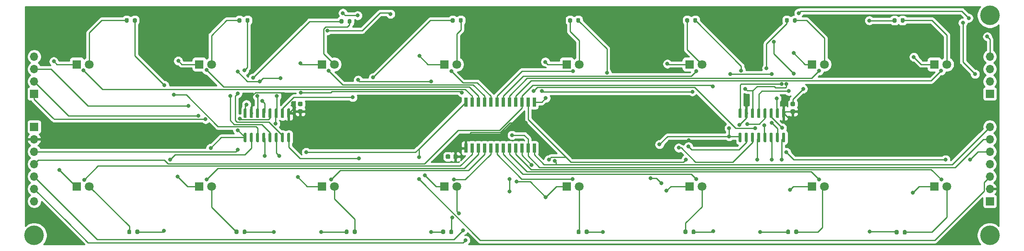
<source format=gbr>
%TF.GenerationSoftware,KiCad,Pcbnew,(5.1.7-0-10_14)*%
%TF.CreationDate,2020-10-27T13:19:28-03:00*%
%TF.ProjectId,macedo module 3,6d616365-646f-4206-9d6f-64756c652033,1*%
%TF.SameCoordinates,Original*%
%TF.FileFunction,Copper,L2,Bot*%
%TF.FilePolarity,Positive*%
%FSLAX46Y46*%
G04 Gerber Fmt 4.6, Leading zero omitted, Abs format (unit mm)*
G04 Created by KiCad (PCBNEW (5.1.7-0-10_14)) date 2020-10-27 13:19:28*
%MOMM*%
%LPD*%
G01*
G04 APERTURE LIST*
%TA.AperFunction,ComponentPad*%
%ADD10C,4.000000*%
%TD*%
%TA.AperFunction,SMDPad,CuDef*%
%ADD11R,0.650000X1.950000*%
%TD*%
%TA.AperFunction,ComponentPad*%
%ADD12C,1.800000*%
%TD*%
%TA.AperFunction,ComponentPad*%
%ADD13R,1.800000X1.800000*%
%TD*%
%TA.AperFunction,ComponentPad*%
%ADD14O,1.700000X1.700000*%
%TD*%
%TA.AperFunction,ComponentPad*%
%ADD15R,1.700000X1.700000*%
%TD*%
%TA.AperFunction,ViaPad*%
%ADD16C,0.800000*%
%TD*%
%TA.AperFunction,Conductor*%
%ADD17C,0.250000*%
%TD*%
%TA.AperFunction,Conductor*%
%ADD18C,0.254000*%
%TD*%
%TA.AperFunction,Conductor*%
%ADD19C,0.100000*%
%TD*%
G04 APERTURE END LIST*
D10*
%TO.P,REF\u002A\u002A,*%
%TO.N,*%
X247100000Y-64400000D03*
%TD*%
D11*
%TO.P,cd4067d1,1*%
%TO.N,/SIG*%
X140165000Y-82125000D03*
%TO.P,cd4067d1,2*%
%TO.N,/mux_7*%
X141435000Y-82125000D03*
%TO.P,cd4067d1,3*%
%TO.N,/mux_6*%
X142705000Y-82125000D03*
%TO.P,cd4067d1,4*%
%TO.N,/mux_5*%
X143975000Y-82125000D03*
%TO.P,cd4067d1,5*%
%TO.N,/mux_4*%
X145245000Y-82125000D03*
%TO.P,cd4067d1,6*%
%TO.N,/mux_3*%
X146515000Y-82125000D03*
%TO.P,cd4067d1,7*%
%TO.N,/mux_2*%
X147785000Y-82125000D03*
%TO.P,cd4067d1,8*%
%TO.N,/mux_1*%
X149055000Y-82125000D03*
%TO.P,cd4067d1,9*%
%TO.N,/mux_0*%
X150325000Y-82125000D03*
%TO.P,cd4067d1,10*%
%TO.N,/S0*%
X151595000Y-82125000D03*
%TO.P,cd4067d1,11*%
%TO.N,/S1*%
X152865000Y-82125000D03*
%TO.P,cd4067d1,12*%
%TO.N,GND*%
X154135000Y-82125000D03*
%TO.P,cd4067d1,13*%
%TO.N,/S3*%
X154135000Y-91575000D03*
%TO.P,cd4067d1,14*%
%TO.N,/S2*%
X152865000Y-91575000D03*
%TO.P,cd4067d1,15*%
%TO.N,GND*%
X151595000Y-91575000D03*
%TO.P,cd4067d1,16*%
%TO.N,/mux_15*%
X150325000Y-91575000D03*
%TO.P,cd4067d1,17*%
%TO.N,/mux_14*%
X149055000Y-91575000D03*
%TO.P,cd4067d1,18*%
%TO.N,/mux_13*%
X147785000Y-91575000D03*
%TO.P,cd4067d1,19*%
%TO.N,/mux_12*%
X146515000Y-91575000D03*
%TO.P,cd4067d1,20*%
%TO.N,/mux_11*%
X145245000Y-91575000D03*
%TO.P,cd4067d1,21*%
%TO.N,/mux_10*%
X143975000Y-91575000D03*
%TO.P,cd4067d1,22*%
%TO.N,/mux_9*%
X142705000Y-91575000D03*
%TO.P,cd4067d1,23*%
%TO.N,/mux_8*%
X141435000Y-91575000D03*
%TO.P,cd4067d1,24*%
%TO.N,VCC*%
X140165000Y-91575000D03*
%TD*%
D10*
%TO.P,REF\u002A\u002A,*%
%TO.N,*%
X247100000Y-109400000D03*
%TD*%
%TO.P,REF\u002A\u002A,*%
%TO.N,*%
X52100000Y-109400000D03*
%TD*%
D12*
%TO.P,D1,2*%
%TO.N,Net-(D1-Pad2)*%
X63340000Y-74400000D03*
D13*
%TO.P,D1,1*%
%TO.N,GND*%
X60800000Y-74400000D03*
%TD*%
%TO.P,D2,1*%
%TO.N,GND*%
X60800000Y-99400000D03*
D12*
%TO.P,D2,2*%
%TO.N,Net-(D2-Pad2)*%
X63340000Y-99400000D03*
%TD*%
D13*
%TO.P,D3,1*%
%TO.N,GND*%
X85800000Y-74400000D03*
D12*
%TO.P,D3,2*%
%TO.N,Net-(D3-Pad2)*%
X88340000Y-74400000D03*
%TD*%
D13*
%TO.P,D4,1*%
%TO.N,GND*%
X85800000Y-99400000D03*
D12*
%TO.P,D4,2*%
%TO.N,Net-(D4-Pad2)*%
X88340000Y-99400000D03*
%TD*%
%TO.P,D5,2*%
%TO.N,Net-(D5-Pad2)*%
X113340000Y-74400000D03*
D13*
%TO.P,D5,1*%
%TO.N,GND*%
X110800000Y-74400000D03*
%TD*%
%TO.P,D6,1*%
%TO.N,GND*%
X110800000Y-99400000D03*
D12*
%TO.P,D6,2*%
%TO.N,Net-(D6-Pad2)*%
X113340000Y-99400000D03*
%TD*%
D13*
%TO.P,D7,1*%
%TO.N,GND*%
X135800000Y-74400000D03*
D12*
%TO.P,D7,2*%
%TO.N,Net-(D7-Pad2)*%
X138340000Y-74400000D03*
%TD*%
%TO.P,D8,2*%
%TO.N,Net-(D8-Pad2)*%
X138340000Y-99400000D03*
D13*
%TO.P,D8,1*%
%TO.N,GND*%
X135800000Y-99400000D03*
%TD*%
%TO.P,D9,1*%
%TO.N,GND*%
X160800000Y-74400000D03*
D12*
%TO.P,D9,2*%
%TO.N,Net-(D9-Pad2)*%
X163340000Y-74400000D03*
%TD*%
%TO.P,D10,2*%
%TO.N,Net-(D10-Pad2)*%
X163340000Y-99400000D03*
D13*
%TO.P,D10,1*%
%TO.N,GND*%
X160800000Y-99400000D03*
%TD*%
D12*
%TO.P,D11,2*%
%TO.N,Net-(D11-Pad2)*%
X188340000Y-74400000D03*
D13*
%TO.P,D11,1*%
%TO.N,GND*%
X185800000Y-74400000D03*
%TD*%
D12*
%TO.P,D12,2*%
%TO.N,Net-(D12-Pad2)*%
X188340000Y-99400000D03*
D13*
%TO.P,D12,1*%
%TO.N,GND*%
X185800000Y-99400000D03*
%TD*%
%TO.P,D13,1*%
%TO.N,GND*%
X210800000Y-74400000D03*
D12*
%TO.P,D13,2*%
%TO.N,Net-(D13-Pad2)*%
X213340000Y-74400000D03*
%TD*%
%TO.P,D14,2*%
%TO.N,Net-(D14-Pad2)*%
X213340000Y-99400000D03*
D13*
%TO.P,D14,1*%
%TO.N,GND*%
X210800000Y-99400000D03*
%TD*%
D12*
%TO.P,D15,2*%
%TO.N,Net-(D15-Pad2)*%
X238340000Y-74400000D03*
D13*
%TO.P,D15,1*%
%TO.N,GND*%
X235800000Y-74400000D03*
%TD*%
%TO.P,D16,1*%
%TO.N,GND*%
X235800000Y-99400000D03*
D12*
%TO.P,D16,2*%
%TO.N,Net-(D16-Pad2)*%
X238340000Y-99400000D03*
%TD*%
D14*
%TO.P,4067_conn_1,7*%
%TO.N,/S3*%
X247100000Y-87200000D03*
%TO.P,4067_conn_1,6*%
%TO.N,/S2*%
X247100000Y-89740000D03*
%TO.P,4067_conn_1,5*%
%TO.N,/S1*%
X247100000Y-92280000D03*
%TO.P,4067_conn_1,4*%
%TO.N,/S0*%
X247100000Y-94820000D03*
%TO.P,4067_conn_1,3*%
%TO.N,/SIG*%
X247100000Y-97360000D03*
%TO.P,4067_conn_1,2*%
%TO.N,VCC*%
X247100000Y-99900000D03*
D15*
%TO.P,4067_conn_1,1*%
%TO.N,GND*%
X247100000Y-102440000D03*
%TD*%
%TO.P,4067_conn_2,1*%
%TO.N,GND*%
X52100000Y-87190000D03*
D14*
%TO.P,4067_conn_2,2*%
%TO.N,VCC*%
X52100000Y-89730000D03*
%TO.P,4067_conn_2,3*%
%TO.N,/SIG*%
X52100000Y-92270000D03*
%TO.P,4067_conn_2,4*%
%TO.N,/S0*%
X52100000Y-94810000D03*
%TO.P,4067_conn_2,5*%
%TO.N,/S1*%
X52100000Y-97350000D03*
%TO.P,4067_conn_2,6*%
%TO.N,/S2*%
X52100000Y-99890000D03*
%TO.P,4067_conn_2,7*%
%TO.N,/S3*%
X52100000Y-102430000D03*
%TD*%
D15*
%TO.P,595_conn_1,1*%
%TO.N,/DATA_in*%
X52100000Y-80440000D03*
D14*
%TO.P,595_conn_1,2*%
%TO.N,/RCK_latch*%
X52100000Y-77900000D03*
%TO.P,595_conn_1,3*%
%TO.N,/SCK_clock*%
X52100000Y-75360000D03*
%TO.P,595_conn_1,4*%
%TO.N,/DATA_out*%
X52100000Y-72820000D03*
%TD*%
%TO.P,74hc595,16*%
%TO.N,VCC*%
%TA.AperFunction,SMDPad,CuDef*%
G36*
G01*
X104195000Y-85400000D02*
X103895000Y-85400000D01*
G75*
G02*
X103745000Y-85250000I0J150000D01*
G01*
X103745000Y-83600000D01*
G75*
G02*
X103895000Y-83450000I150000J0D01*
G01*
X104195000Y-83450000D01*
G75*
G02*
X104345000Y-83600000I0J-150000D01*
G01*
X104345000Y-85250000D01*
G75*
G02*
X104195000Y-85400000I-150000J0D01*
G01*
G37*
%TD.AperFunction*%
%TO.P,74hc595,15*%
%TO.N,/595_0*%
%TA.AperFunction,SMDPad,CuDef*%
G36*
G01*
X102925000Y-85400000D02*
X102625000Y-85400000D01*
G75*
G02*
X102475000Y-85250000I0J150000D01*
G01*
X102475000Y-83600000D01*
G75*
G02*
X102625000Y-83450000I150000J0D01*
G01*
X102925000Y-83450000D01*
G75*
G02*
X103075000Y-83600000I0J-150000D01*
G01*
X103075000Y-85250000D01*
G75*
G02*
X102925000Y-85400000I-150000J0D01*
G01*
G37*
%TD.AperFunction*%
%TO.P,74hc595,14*%
%TO.N,/DATA_in*%
%TA.AperFunction,SMDPad,CuDef*%
G36*
G01*
X101655000Y-85400000D02*
X101355000Y-85400000D01*
G75*
G02*
X101205000Y-85250000I0J150000D01*
G01*
X101205000Y-83600000D01*
G75*
G02*
X101355000Y-83450000I150000J0D01*
G01*
X101655000Y-83450000D01*
G75*
G02*
X101805000Y-83600000I0J-150000D01*
G01*
X101805000Y-85250000D01*
G75*
G02*
X101655000Y-85400000I-150000J0D01*
G01*
G37*
%TD.AperFunction*%
%TO.P,74hc595,13*%
%TO.N,GND*%
%TA.AperFunction,SMDPad,CuDef*%
G36*
G01*
X100385000Y-85400000D02*
X100085000Y-85400000D01*
G75*
G02*
X99935000Y-85250000I0J150000D01*
G01*
X99935000Y-83600000D01*
G75*
G02*
X100085000Y-83450000I150000J0D01*
G01*
X100385000Y-83450000D01*
G75*
G02*
X100535000Y-83600000I0J-150000D01*
G01*
X100535000Y-85250000D01*
G75*
G02*
X100385000Y-85400000I-150000J0D01*
G01*
G37*
%TD.AperFunction*%
%TO.P,74hc595,12*%
%TO.N,/RCK_latch*%
%TA.AperFunction,SMDPad,CuDef*%
G36*
G01*
X99115000Y-85400000D02*
X98815000Y-85400000D01*
G75*
G02*
X98665000Y-85250000I0J150000D01*
G01*
X98665000Y-83600000D01*
G75*
G02*
X98815000Y-83450000I150000J0D01*
G01*
X99115000Y-83450000D01*
G75*
G02*
X99265000Y-83600000I0J-150000D01*
G01*
X99265000Y-85250000D01*
G75*
G02*
X99115000Y-85400000I-150000J0D01*
G01*
G37*
%TD.AperFunction*%
%TO.P,74hc595,11*%
%TO.N,/SCK_clock*%
%TA.AperFunction,SMDPad,CuDef*%
G36*
G01*
X97845000Y-85400000D02*
X97545000Y-85400000D01*
G75*
G02*
X97395000Y-85250000I0J150000D01*
G01*
X97395000Y-83600000D01*
G75*
G02*
X97545000Y-83450000I150000J0D01*
G01*
X97845000Y-83450000D01*
G75*
G02*
X97995000Y-83600000I0J-150000D01*
G01*
X97995000Y-85250000D01*
G75*
G02*
X97845000Y-85400000I-150000J0D01*
G01*
G37*
%TD.AperFunction*%
%TO.P,74hc595,10*%
%TO.N,VCC*%
%TA.AperFunction,SMDPad,CuDef*%
G36*
G01*
X96575000Y-85400000D02*
X96275000Y-85400000D01*
G75*
G02*
X96125000Y-85250000I0J150000D01*
G01*
X96125000Y-83600000D01*
G75*
G02*
X96275000Y-83450000I150000J0D01*
G01*
X96575000Y-83450000D01*
G75*
G02*
X96725000Y-83600000I0J-150000D01*
G01*
X96725000Y-85250000D01*
G75*
G02*
X96575000Y-85400000I-150000J0D01*
G01*
G37*
%TD.AperFunction*%
%TO.P,74hc595,9*%
%TO.N,Net-(74hc595-Pad9)*%
%TA.AperFunction,SMDPad,CuDef*%
G36*
G01*
X95305000Y-85400000D02*
X95005000Y-85400000D01*
G75*
G02*
X94855000Y-85250000I0J150000D01*
G01*
X94855000Y-83600000D01*
G75*
G02*
X95005000Y-83450000I150000J0D01*
G01*
X95305000Y-83450000D01*
G75*
G02*
X95455000Y-83600000I0J-150000D01*
G01*
X95455000Y-85250000D01*
G75*
G02*
X95305000Y-85400000I-150000J0D01*
G01*
G37*
%TD.AperFunction*%
%TO.P,74hc595,8*%
%TO.N,GND*%
%TA.AperFunction,SMDPad,CuDef*%
G36*
G01*
X95305000Y-90350000D02*
X95005000Y-90350000D01*
G75*
G02*
X94855000Y-90200000I0J150000D01*
G01*
X94855000Y-88550000D01*
G75*
G02*
X95005000Y-88400000I150000J0D01*
G01*
X95305000Y-88400000D01*
G75*
G02*
X95455000Y-88550000I0J-150000D01*
G01*
X95455000Y-90200000D01*
G75*
G02*
X95305000Y-90350000I-150000J0D01*
G01*
G37*
%TD.AperFunction*%
%TO.P,74hc595,7*%
%TO.N,/595_7*%
%TA.AperFunction,SMDPad,CuDef*%
G36*
G01*
X96575000Y-90350000D02*
X96275000Y-90350000D01*
G75*
G02*
X96125000Y-90200000I0J150000D01*
G01*
X96125000Y-88550000D01*
G75*
G02*
X96275000Y-88400000I150000J0D01*
G01*
X96575000Y-88400000D01*
G75*
G02*
X96725000Y-88550000I0J-150000D01*
G01*
X96725000Y-90200000D01*
G75*
G02*
X96575000Y-90350000I-150000J0D01*
G01*
G37*
%TD.AperFunction*%
%TO.P,74hc595,6*%
%TO.N,/595_6*%
%TA.AperFunction,SMDPad,CuDef*%
G36*
G01*
X97845000Y-90350000D02*
X97545000Y-90350000D01*
G75*
G02*
X97395000Y-90200000I0J150000D01*
G01*
X97395000Y-88550000D01*
G75*
G02*
X97545000Y-88400000I150000J0D01*
G01*
X97845000Y-88400000D01*
G75*
G02*
X97995000Y-88550000I0J-150000D01*
G01*
X97995000Y-90200000D01*
G75*
G02*
X97845000Y-90350000I-150000J0D01*
G01*
G37*
%TD.AperFunction*%
%TO.P,74hc595,5*%
%TO.N,/595_5*%
%TA.AperFunction,SMDPad,CuDef*%
G36*
G01*
X99115000Y-90350000D02*
X98815000Y-90350000D01*
G75*
G02*
X98665000Y-90200000I0J150000D01*
G01*
X98665000Y-88550000D01*
G75*
G02*
X98815000Y-88400000I150000J0D01*
G01*
X99115000Y-88400000D01*
G75*
G02*
X99265000Y-88550000I0J-150000D01*
G01*
X99265000Y-90200000D01*
G75*
G02*
X99115000Y-90350000I-150000J0D01*
G01*
G37*
%TD.AperFunction*%
%TO.P,74hc595,4*%
%TO.N,/595_4*%
%TA.AperFunction,SMDPad,CuDef*%
G36*
G01*
X100385000Y-90350000D02*
X100085000Y-90350000D01*
G75*
G02*
X99935000Y-90200000I0J150000D01*
G01*
X99935000Y-88550000D01*
G75*
G02*
X100085000Y-88400000I150000J0D01*
G01*
X100385000Y-88400000D01*
G75*
G02*
X100535000Y-88550000I0J-150000D01*
G01*
X100535000Y-90200000D01*
G75*
G02*
X100385000Y-90350000I-150000J0D01*
G01*
G37*
%TD.AperFunction*%
%TO.P,74hc595,3*%
%TO.N,/595_3*%
%TA.AperFunction,SMDPad,CuDef*%
G36*
G01*
X101655000Y-90350000D02*
X101355000Y-90350000D01*
G75*
G02*
X101205000Y-90200000I0J150000D01*
G01*
X101205000Y-88550000D01*
G75*
G02*
X101355000Y-88400000I150000J0D01*
G01*
X101655000Y-88400000D01*
G75*
G02*
X101805000Y-88550000I0J-150000D01*
G01*
X101805000Y-90200000D01*
G75*
G02*
X101655000Y-90350000I-150000J0D01*
G01*
G37*
%TD.AperFunction*%
%TO.P,74hc595,2*%
%TO.N,/595_2*%
%TA.AperFunction,SMDPad,CuDef*%
G36*
G01*
X102925000Y-90350000D02*
X102625000Y-90350000D01*
G75*
G02*
X102475000Y-90200000I0J150000D01*
G01*
X102475000Y-88550000D01*
G75*
G02*
X102625000Y-88400000I150000J0D01*
G01*
X102925000Y-88400000D01*
G75*
G02*
X103075000Y-88550000I0J-150000D01*
G01*
X103075000Y-90200000D01*
G75*
G02*
X102925000Y-90350000I-150000J0D01*
G01*
G37*
%TD.AperFunction*%
%TO.P,74hc595,1*%
%TO.N,/595_1*%
%TA.AperFunction,SMDPad,CuDef*%
G36*
G01*
X104195000Y-90350000D02*
X103895000Y-90350000D01*
G75*
G02*
X103745000Y-90200000I0J150000D01*
G01*
X103745000Y-88550000D01*
G75*
G02*
X103895000Y-88400000I150000J0D01*
G01*
X104195000Y-88400000D01*
G75*
G02*
X104345000Y-88550000I0J-150000D01*
G01*
X104345000Y-90200000D01*
G75*
G02*
X104195000Y-90350000I-150000J0D01*
G01*
G37*
%TD.AperFunction*%
%TD*%
%TO.P,74hc595_2,1*%
%TO.N,/595_1_2*%
%TA.AperFunction,SMDPad,CuDef*%
G36*
G01*
X205195000Y-90350000D02*
X204895000Y-90350000D01*
G75*
G02*
X204745000Y-90200000I0J150000D01*
G01*
X204745000Y-88550000D01*
G75*
G02*
X204895000Y-88400000I150000J0D01*
G01*
X205195000Y-88400000D01*
G75*
G02*
X205345000Y-88550000I0J-150000D01*
G01*
X205345000Y-90200000D01*
G75*
G02*
X205195000Y-90350000I-150000J0D01*
G01*
G37*
%TD.AperFunction*%
%TO.P,74hc595_2,2*%
%TO.N,/595_2_2*%
%TA.AperFunction,SMDPad,CuDef*%
G36*
G01*
X203925000Y-90350000D02*
X203625000Y-90350000D01*
G75*
G02*
X203475000Y-90200000I0J150000D01*
G01*
X203475000Y-88550000D01*
G75*
G02*
X203625000Y-88400000I150000J0D01*
G01*
X203925000Y-88400000D01*
G75*
G02*
X204075000Y-88550000I0J-150000D01*
G01*
X204075000Y-90200000D01*
G75*
G02*
X203925000Y-90350000I-150000J0D01*
G01*
G37*
%TD.AperFunction*%
%TO.P,74hc595_2,3*%
%TO.N,/595_3_2*%
%TA.AperFunction,SMDPad,CuDef*%
G36*
G01*
X202655000Y-90350000D02*
X202355000Y-90350000D01*
G75*
G02*
X202205000Y-90200000I0J150000D01*
G01*
X202205000Y-88550000D01*
G75*
G02*
X202355000Y-88400000I150000J0D01*
G01*
X202655000Y-88400000D01*
G75*
G02*
X202805000Y-88550000I0J-150000D01*
G01*
X202805000Y-90200000D01*
G75*
G02*
X202655000Y-90350000I-150000J0D01*
G01*
G37*
%TD.AperFunction*%
%TO.P,74hc595_2,4*%
%TO.N,/595_4_2*%
%TA.AperFunction,SMDPad,CuDef*%
G36*
G01*
X201385000Y-90350000D02*
X201085000Y-90350000D01*
G75*
G02*
X200935000Y-90200000I0J150000D01*
G01*
X200935000Y-88550000D01*
G75*
G02*
X201085000Y-88400000I150000J0D01*
G01*
X201385000Y-88400000D01*
G75*
G02*
X201535000Y-88550000I0J-150000D01*
G01*
X201535000Y-90200000D01*
G75*
G02*
X201385000Y-90350000I-150000J0D01*
G01*
G37*
%TD.AperFunction*%
%TO.P,74hc595_2,5*%
%TO.N,/595_5_2*%
%TA.AperFunction,SMDPad,CuDef*%
G36*
G01*
X200115000Y-90350000D02*
X199815000Y-90350000D01*
G75*
G02*
X199665000Y-90200000I0J150000D01*
G01*
X199665000Y-88550000D01*
G75*
G02*
X199815000Y-88400000I150000J0D01*
G01*
X200115000Y-88400000D01*
G75*
G02*
X200265000Y-88550000I0J-150000D01*
G01*
X200265000Y-90200000D01*
G75*
G02*
X200115000Y-90350000I-150000J0D01*
G01*
G37*
%TD.AperFunction*%
%TO.P,74hc595_2,6*%
%TO.N,/595_6_2*%
%TA.AperFunction,SMDPad,CuDef*%
G36*
G01*
X198845000Y-90350000D02*
X198545000Y-90350000D01*
G75*
G02*
X198395000Y-90200000I0J150000D01*
G01*
X198395000Y-88550000D01*
G75*
G02*
X198545000Y-88400000I150000J0D01*
G01*
X198845000Y-88400000D01*
G75*
G02*
X198995000Y-88550000I0J-150000D01*
G01*
X198995000Y-90200000D01*
G75*
G02*
X198845000Y-90350000I-150000J0D01*
G01*
G37*
%TD.AperFunction*%
%TO.P,74hc595_2,7*%
%TO.N,/595_7_2*%
%TA.AperFunction,SMDPad,CuDef*%
G36*
G01*
X197575000Y-90350000D02*
X197275000Y-90350000D01*
G75*
G02*
X197125000Y-90200000I0J150000D01*
G01*
X197125000Y-88550000D01*
G75*
G02*
X197275000Y-88400000I150000J0D01*
G01*
X197575000Y-88400000D01*
G75*
G02*
X197725000Y-88550000I0J-150000D01*
G01*
X197725000Y-90200000D01*
G75*
G02*
X197575000Y-90350000I-150000J0D01*
G01*
G37*
%TD.AperFunction*%
%TO.P,74hc595_2,8*%
%TO.N,GND*%
%TA.AperFunction,SMDPad,CuDef*%
G36*
G01*
X196305000Y-90350000D02*
X196005000Y-90350000D01*
G75*
G02*
X195855000Y-90200000I0J150000D01*
G01*
X195855000Y-88550000D01*
G75*
G02*
X196005000Y-88400000I150000J0D01*
G01*
X196305000Y-88400000D01*
G75*
G02*
X196455000Y-88550000I0J-150000D01*
G01*
X196455000Y-90200000D01*
G75*
G02*
X196305000Y-90350000I-150000J0D01*
G01*
G37*
%TD.AperFunction*%
%TO.P,74hc595_2,9*%
%TO.N,/DATA_out*%
%TA.AperFunction,SMDPad,CuDef*%
G36*
G01*
X196305000Y-85400000D02*
X196005000Y-85400000D01*
G75*
G02*
X195855000Y-85250000I0J150000D01*
G01*
X195855000Y-83600000D01*
G75*
G02*
X196005000Y-83450000I150000J0D01*
G01*
X196305000Y-83450000D01*
G75*
G02*
X196455000Y-83600000I0J-150000D01*
G01*
X196455000Y-85250000D01*
G75*
G02*
X196305000Y-85400000I-150000J0D01*
G01*
G37*
%TD.AperFunction*%
%TO.P,74hc595_2,10*%
%TO.N,VCC*%
%TA.AperFunction,SMDPad,CuDef*%
G36*
G01*
X197575000Y-85400000D02*
X197275000Y-85400000D01*
G75*
G02*
X197125000Y-85250000I0J150000D01*
G01*
X197125000Y-83600000D01*
G75*
G02*
X197275000Y-83450000I150000J0D01*
G01*
X197575000Y-83450000D01*
G75*
G02*
X197725000Y-83600000I0J-150000D01*
G01*
X197725000Y-85250000D01*
G75*
G02*
X197575000Y-85400000I-150000J0D01*
G01*
G37*
%TD.AperFunction*%
%TO.P,74hc595_2,11*%
%TO.N,/SCK_clock*%
%TA.AperFunction,SMDPad,CuDef*%
G36*
G01*
X198845000Y-85400000D02*
X198545000Y-85400000D01*
G75*
G02*
X198395000Y-85250000I0J150000D01*
G01*
X198395000Y-83600000D01*
G75*
G02*
X198545000Y-83450000I150000J0D01*
G01*
X198845000Y-83450000D01*
G75*
G02*
X198995000Y-83600000I0J-150000D01*
G01*
X198995000Y-85250000D01*
G75*
G02*
X198845000Y-85400000I-150000J0D01*
G01*
G37*
%TD.AperFunction*%
%TO.P,74hc595_2,12*%
%TO.N,/RCK_latch*%
%TA.AperFunction,SMDPad,CuDef*%
G36*
G01*
X200115000Y-85400000D02*
X199815000Y-85400000D01*
G75*
G02*
X199665000Y-85250000I0J150000D01*
G01*
X199665000Y-83600000D01*
G75*
G02*
X199815000Y-83450000I150000J0D01*
G01*
X200115000Y-83450000D01*
G75*
G02*
X200265000Y-83600000I0J-150000D01*
G01*
X200265000Y-85250000D01*
G75*
G02*
X200115000Y-85400000I-150000J0D01*
G01*
G37*
%TD.AperFunction*%
%TO.P,74hc595_2,13*%
%TO.N,GND*%
%TA.AperFunction,SMDPad,CuDef*%
G36*
G01*
X201385000Y-85400000D02*
X201085000Y-85400000D01*
G75*
G02*
X200935000Y-85250000I0J150000D01*
G01*
X200935000Y-83600000D01*
G75*
G02*
X201085000Y-83450000I150000J0D01*
G01*
X201385000Y-83450000D01*
G75*
G02*
X201535000Y-83600000I0J-150000D01*
G01*
X201535000Y-85250000D01*
G75*
G02*
X201385000Y-85400000I-150000J0D01*
G01*
G37*
%TD.AperFunction*%
%TO.P,74hc595_2,14*%
%TO.N,Net-(74hc595-Pad9)*%
%TA.AperFunction,SMDPad,CuDef*%
G36*
G01*
X202655000Y-85400000D02*
X202355000Y-85400000D01*
G75*
G02*
X202205000Y-85250000I0J150000D01*
G01*
X202205000Y-83600000D01*
G75*
G02*
X202355000Y-83450000I150000J0D01*
G01*
X202655000Y-83450000D01*
G75*
G02*
X202805000Y-83600000I0J-150000D01*
G01*
X202805000Y-85250000D01*
G75*
G02*
X202655000Y-85400000I-150000J0D01*
G01*
G37*
%TD.AperFunction*%
%TO.P,74hc595_2,15*%
%TO.N,/595_0_2*%
%TA.AperFunction,SMDPad,CuDef*%
G36*
G01*
X203925000Y-85400000D02*
X203625000Y-85400000D01*
G75*
G02*
X203475000Y-85250000I0J150000D01*
G01*
X203475000Y-83600000D01*
G75*
G02*
X203625000Y-83450000I150000J0D01*
G01*
X203925000Y-83450000D01*
G75*
G02*
X204075000Y-83600000I0J-150000D01*
G01*
X204075000Y-85250000D01*
G75*
G02*
X203925000Y-85400000I-150000J0D01*
G01*
G37*
%TD.AperFunction*%
%TO.P,74hc595_2,16*%
%TO.N,VCC*%
%TA.AperFunction,SMDPad,CuDef*%
G36*
G01*
X205195000Y-85400000D02*
X204895000Y-85400000D01*
G75*
G02*
X204745000Y-85250000I0J150000D01*
G01*
X204745000Y-83600000D01*
G75*
G02*
X204895000Y-83450000I150000J0D01*
G01*
X205195000Y-83450000D01*
G75*
G02*
X205345000Y-83600000I0J-150000D01*
G01*
X205345000Y-85250000D01*
G75*
G02*
X205195000Y-85400000I-150000J0D01*
G01*
G37*
%TD.AperFunction*%
%TD*%
D15*
%TO.P,595_conn_2,1*%
%TO.N,/DATA_in*%
X247100000Y-80440000D03*
D14*
%TO.P,595_conn_2,2*%
%TO.N,/RCK_latch*%
X247100000Y-77900000D03*
%TO.P,595_conn_2,3*%
%TO.N,/SCK_clock*%
X247100000Y-75360000D03*
%TO.P,595_conn_2,4*%
%TO.N,/DATA_out*%
X247100000Y-72820000D03*
%TD*%
%TO.P,C1,2*%
%TO.N,VCC*%
%TA.AperFunction,SMDPad,CuDef*%
G36*
G01*
X106150000Y-83600000D02*
X106650000Y-83600000D01*
G75*
G02*
X106875000Y-83825000I0J-225000D01*
G01*
X106875000Y-84275000D01*
G75*
G02*
X106650000Y-84500000I-225000J0D01*
G01*
X106150000Y-84500000D01*
G75*
G02*
X105925000Y-84275000I0J225000D01*
G01*
X105925000Y-83825000D01*
G75*
G02*
X106150000Y-83600000I225000J0D01*
G01*
G37*
%TD.AperFunction*%
%TO.P,C1,1*%
%TO.N,GND*%
%TA.AperFunction,SMDPad,CuDef*%
G36*
G01*
X106150000Y-82050000D02*
X106650000Y-82050000D01*
G75*
G02*
X106875000Y-82275000I0J-225000D01*
G01*
X106875000Y-82725000D01*
G75*
G02*
X106650000Y-82950000I-225000J0D01*
G01*
X106150000Y-82950000D01*
G75*
G02*
X105925000Y-82725000I0J225000D01*
G01*
X105925000Y-82275000D01*
G75*
G02*
X106150000Y-82050000I225000J0D01*
G01*
G37*
%TD.AperFunction*%
%TD*%
%TO.P,C2,1*%
%TO.N,GND*%
%TA.AperFunction,SMDPad,CuDef*%
G36*
G01*
X136075000Y-93550000D02*
X136075000Y-93050000D01*
G75*
G02*
X136300000Y-92825000I225000J0D01*
G01*
X136750000Y-92825000D01*
G75*
G02*
X136975000Y-93050000I0J-225000D01*
G01*
X136975000Y-93550000D01*
G75*
G02*
X136750000Y-93775000I-225000J0D01*
G01*
X136300000Y-93775000D01*
G75*
G02*
X136075000Y-93550000I0J225000D01*
G01*
G37*
%TD.AperFunction*%
%TO.P,C2,2*%
%TO.N,VCC*%
%TA.AperFunction,SMDPad,CuDef*%
G36*
G01*
X137625000Y-93550000D02*
X137625000Y-93050000D01*
G75*
G02*
X137850000Y-92825000I225000J0D01*
G01*
X138300000Y-92825000D01*
G75*
G02*
X138525000Y-93050000I0J-225000D01*
G01*
X138525000Y-93550000D01*
G75*
G02*
X138300000Y-93775000I-225000J0D01*
G01*
X137850000Y-93775000D01*
G75*
G02*
X137625000Y-93550000I0J225000D01*
G01*
G37*
%TD.AperFunction*%
%TD*%
%TO.P,C3,1*%
%TO.N,GND*%
%TA.AperFunction,SMDPad,CuDef*%
G36*
G01*
X206650000Y-82075000D02*
X207150000Y-82075000D01*
G75*
G02*
X207375000Y-82300000I0J-225000D01*
G01*
X207375000Y-82750000D01*
G75*
G02*
X207150000Y-82975000I-225000J0D01*
G01*
X206650000Y-82975000D01*
G75*
G02*
X206425000Y-82750000I0J225000D01*
G01*
X206425000Y-82300000D01*
G75*
G02*
X206650000Y-82075000I225000J0D01*
G01*
G37*
%TD.AperFunction*%
%TO.P,C3,2*%
%TO.N,VCC*%
%TA.AperFunction,SMDPad,CuDef*%
G36*
G01*
X206650000Y-83625000D02*
X207150000Y-83625000D01*
G75*
G02*
X207375000Y-83850000I0J-225000D01*
G01*
X207375000Y-84300000D01*
G75*
G02*
X207150000Y-84525000I-225000J0D01*
G01*
X206650000Y-84525000D01*
G75*
G02*
X206425000Y-84300000I0J225000D01*
G01*
X206425000Y-83850000D01*
G75*
G02*
X206650000Y-83625000I225000J0D01*
G01*
G37*
%TD.AperFunction*%
%TD*%
%TO.P,R1,1*%
%TO.N,/595_6*%
%TA.AperFunction,SMDPad,CuDef*%
G36*
G01*
X73025000Y-65125000D02*
X73025000Y-65675000D01*
G75*
G02*
X72825000Y-65875000I-200000J0D01*
G01*
X72425000Y-65875000D01*
G75*
G02*
X72225000Y-65675000I0J200000D01*
G01*
X72225000Y-65125000D01*
G75*
G02*
X72425000Y-64925000I200000J0D01*
G01*
X72825000Y-64925000D01*
G75*
G02*
X73025000Y-65125000I0J-200000D01*
G01*
G37*
%TD.AperFunction*%
%TO.P,R1,2*%
%TO.N,Net-(D1-Pad2)*%
%TA.AperFunction,SMDPad,CuDef*%
G36*
G01*
X71375000Y-65125000D02*
X71375000Y-65675000D01*
G75*
G02*
X71175000Y-65875000I-200000J0D01*
G01*
X70775000Y-65875000D01*
G75*
G02*
X70575000Y-65675000I0J200000D01*
G01*
X70575000Y-65125000D01*
G75*
G02*
X70775000Y-64925000I200000J0D01*
G01*
X71175000Y-64925000D01*
G75*
G02*
X71375000Y-65125000I0J-200000D01*
G01*
G37*
%TD.AperFunction*%
%TD*%
%TO.P,R2,2*%
%TO.N,/595_7*%
%TA.AperFunction,SMDPad,CuDef*%
G36*
G01*
X72750000Y-108975000D02*
X72750000Y-108425000D01*
G75*
G02*
X72950000Y-108225000I200000J0D01*
G01*
X73350000Y-108225000D01*
G75*
G02*
X73550000Y-108425000I0J-200000D01*
G01*
X73550000Y-108975000D01*
G75*
G02*
X73350000Y-109175000I-200000J0D01*
G01*
X72950000Y-109175000D01*
G75*
G02*
X72750000Y-108975000I0J200000D01*
G01*
G37*
%TD.AperFunction*%
%TO.P,R2,1*%
%TO.N,Net-(D2-Pad2)*%
%TA.AperFunction,SMDPad,CuDef*%
G36*
G01*
X71100000Y-108975000D02*
X71100000Y-108425000D01*
G75*
G02*
X71300000Y-108225000I200000J0D01*
G01*
X71700000Y-108225000D01*
G75*
G02*
X71900000Y-108425000I0J-200000D01*
G01*
X71900000Y-108975000D01*
G75*
G02*
X71700000Y-109175000I-200000J0D01*
G01*
X71300000Y-109175000D01*
G75*
G02*
X71100000Y-108975000I0J200000D01*
G01*
G37*
%TD.AperFunction*%
%TD*%
%TO.P,R3,2*%
%TO.N,Net-(D3-Pad2)*%
%TA.AperFunction,SMDPad,CuDef*%
G36*
G01*
X94375000Y-65125000D02*
X94375000Y-65675000D01*
G75*
G02*
X94175000Y-65875000I-200000J0D01*
G01*
X93775000Y-65875000D01*
G75*
G02*
X93575000Y-65675000I0J200000D01*
G01*
X93575000Y-65125000D01*
G75*
G02*
X93775000Y-64925000I200000J0D01*
G01*
X94175000Y-64925000D01*
G75*
G02*
X94375000Y-65125000I0J-200000D01*
G01*
G37*
%TD.AperFunction*%
%TO.P,R3,1*%
%TO.N,/595_4*%
%TA.AperFunction,SMDPad,CuDef*%
G36*
G01*
X96025000Y-65125000D02*
X96025000Y-65675000D01*
G75*
G02*
X95825000Y-65875000I-200000J0D01*
G01*
X95425000Y-65875000D01*
G75*
G02*
X95225000Y-65675000I0J200000D01*
G01*
X95225000Y-65125000D01*
G75*
G02*
X95425000Y-64925000I200000J0D01*
G01*
X95825000Y-64925000D01*
G75*
G02*
X96025000Y-65125000I0J-200000D01*
G01*
G37*
%TD.AperFunction*%
%TD*%
%TO.P,R4,1*%
%TO.N,Net-(D4-Pad2)*%
%TA.AperFunction,SMDPad,CuDef*%
G36*
G01*
X92975000Y-108975000D02*
X92975000Y-108425000D01*
G75*
G02*
X93175000Y-108225000I200000J0D01*
G01*
X93575000Y-108225000D01*
G75*
G02*
X93775000Y-108425000I0J-200000D01*
G01*
X93775000Y-108975000D01*
G75*
G02*
X93575000Y-109175000I-200000J0D01*
G01*
X93175000Y-109175000D01*
G75*
G02*
X92975000Y-108975000I0J200000D01*
G01*
G37*
%TD.AperFunction*%
%TO.P,R4,2*%
%TO.N,/595_5*%
%TA.AperFunction,SMDPad,CuDef*%
G36*
G01*
X94625000Y-108975000D02*
X94625000Y-108425000D01*
G75*
G02*
X94825000Y-108225000I200000J0D01*
G01*
X95225000Y-108225000D01*
G75*
G02*
X95425000Y-108425000I0J-200000D01*
G01*
X95425000Y-108975000D01*
G75*
G02*
X95225000Y-109175000I-200000J0D01*
G01*
X94825000Y-109175000D01*
G75*
G02*
X94625000Y-108975000I0J200000D01*
G01*
G37*
%TD.AperFunction*%
%TD*%
%TO.P,R5,1*%
%TO.N,/595_2*%
%TA.AperFunction,SMDPad,CuDef*%
G36*
G01*
X114400000Y-65875000D02*
X114400000Y-65325000D01*
G75*
G02*
X114600000Y-65125000I200000J0D01*
G01*
X115000000Y-65125000D01*
G75*
G02*
X115200000Y-65325000I0J-200000D01*
G01*
X115200000Y-65875000D01*
G75*
G02*
X115000000Y-66075000I-200000J0D01*
G01*
X114600000Y-66075000D01*
G75*
G02*
X114400000Y-65875000I0J200000D01*
G01*
G37*
%TD.AperFunction*%
%TO.P,R5,2*%
%TO.N,Net-(D5-Pad2)*%
%TA.AperFunction,SMDPad,CuDef*%
G36*
G01*
X116050000Y-65875000D02*
X116050000Y-65325000D01*
G75*
G02*
X116250000Y-65125000I200000J0D01*
G01*
X116650000Y-65125000D01*
G75*
G02*
X116850000Y-65325000I0J-200000D01*
G01*
X116850000Y-65875000D01*
G75*
G02*
X116650000Y-66075000I-200000J0D01*
G01*
X116250000Y-66075000D01*
G75*
G02*
X116050000Y-65875000I0J200000D01*
G01*
G37*
%TD.AperFunction*%
%TD*%
%TO.P,R6,2*%
%TO.N,/595_3*%
%TA.AperFunction,SMDPad,CuDef*%
G36*
G01*
X116250000Y-108425000D02*
X116250000Y-108975000D01*
G75*
G02*
X116050000Y-109175000I-200000J0D01*
G01*
X115650000Y-109175000D01*
G75*
G02*
X115450000Y-108975000I0J200000D01*
G01*
X115450000Y-108425000D01*
G75*
G02*
X115650000Y-108225000I200000J0D01*
G01*
X116050000Y-108225000D01*
G75*
G02*
X116250000Y-108425000I0J-200000D01*
G01*
G37*
%TD.AperFunction*%
%TO.P,R6,1*%
%TO.N,Net-(D6-Pad2)*%
%TA.AperFunction,SMDPad,CuDef*%
G36*
G01*
X117900000Y-108425000D02*
X117900000Y-108975000D01*
G75*
G02*
X117700000Y-109175000I-200000J0D01*
G01*
X117300000Y-109175000D01*
G75*
G02*
X117100000Y-108975000I0J200000D01*
G01*
X117100000Y-108425000D01*
G75*
G02*
X117300000Y-108225000I200000J0D01*
G01*
X117700000Y-108225000D01*
G75*
G02*
X117900000Y-108425000I0J-200000D01*
G01*
G37*
%TD.AperFunction*%
%TD*%
%TO.P,R7,2*%
%TO.N,Net-(D7-Pad2)*%
%TA.AperFunction,SMDPad,CuDef*%
G36*
G01*
X138750000Y-65675000D02*
X138750000Y-65125000D01*
G75*
G02*
X138950000Y-64925000I200000J0D01*
G01*
X139350000Y-64925000D01*
G75*
G02*
X139550000Y-65125000I0J-200000D01*
G01*
X139550000Y-65675000D01*
G75*
G02*
X139350000Y-65875000I-200000J0D01*
G01*
X138950000Y-65875000D01*
G75*
G02*
X138750000Y-65675000I0J200000D01*
G01*
G37*
%TD.AperFunction*%
%TO.P,R7,1*%
%TO.N,/595_0*%
%TA.AperFunction,SMDPad,CuDef*%
G36*
G01*
X137100000Y-65675000D02*
X137100000Y-65125000D01*
G75*
G02*
X137300000Y-64925000I200000J0D01*
G01*
X137700000Y-64925000D01*
G75*
G02*
X137900000Y-65125000I0J-200000D01*
G01*
X137900000Y-65675000D01*
G75*
G02*
X137700000Y-65875000I-200000J0D01*
G01*
X137300000Y-65875000D01*
G75*
G02*
X137100000Y-65675000I0J200000D01*
G01*
G37*
%TD.AperFunction*%
%TD*%
%TO.P,R8,1*%
%TO.N,Net-(D8-Pad2)*%
%TA.AperFunction,SMDPad,CuDef*%
G36*
G01*
X137600000Y-108425000D02*
X137600000Y-108975000D01*
G75*
G02*
X137400000Y-109175000I-200000J0D01*
G01*
X137000000Y-109175000D01*
G75*
G02*
X136800000Y-108975000I0J200000D01*
G01*
X136800000Y-108425000D01*
G75*
G02*
X137000000Y-108225000I200000J0D01*
G01*
X137400000Y-108225000D01*
G75*
G02*
X137600000Y-108425000I0J-200000D01*
G01*
G37*
%TD.AperFunction*%
%TO.P,R8,2*%
%TO.N,/595_1*%
%TA.AperFunction,SMDPad,CuDef*%
G36*
G01*
X135950000Y-108425000D02*
X135950000Y-108975000D01*
G75*
G02*
X135750000Y-109175000I-200000J0D01*
G01*
X135350000Y-109175000D01*
G75*
G02*
X135150000Y-108975000I0J200000D01*
G01*
X135150000Y-108425000D01*
G75*
G02*
X135350000Y-108225000I200000J0D01*
G01*
X135750000Y-108225000D01*
G75*
G02*
X135950000Y-108425000I0J-200000D01*
G01*
G37*
%TD.AperFunction*%
%TD*%
%TO.P,R9,1*%
%TO.N,/595_6_2*%
%TA.AperFunction,SMDPad,CuDef*%
G36*
G01*
X163500000Y-65125000D02*
X163500000Y-65675000D01*
G75*
G02*
X163300000Y-65875000I-200000J0D01*
G01*
X162900000Y-65875000D01*
G75*
G02*
X162700000Y-65675000I0J200000D01*
G01*
X162700000Y-65125000D01*
G75*
G02*
X162900000Y-64925000I200000J0D01*
G01*
X163300000Y-64925000D01*
G75*
G02*
X163500000Y-65125000I0J-200000D01*
G01*
G37*
%TD.AperFunction*%
%TO.P,R9,2*%
%TO.N,Net-(D9-Pad2)*%
%TA.AperFunction,SMDPad,CuDef*%
G36*
G01*
X161850000Y-65125000D02*
X161850000Y-65675000D01*
G75*
G02*
X161650000Y-65875000I-200000J0D01*
G01*
X161250000Y-65875000D01*
G75*
G02*
X161050000Y-65675000I0J200000D01*
G01*
X161050000Y-65125000D01*
G75*
G02*
X161250000Y-64925000I200000J0D01*
G01*
X161650000Y-64925000D01*
G75*
G02*
X161850000Y-65125000I0J-200000D01*
G01*
G37*
%TD.AperFunction*%
%TD*%
%TO.P,R10,2*%
%TO.N,/595_7_2*%
%TA.AperFunction,SMDPad,CuDef*%
G36*
G01*
X164450000Y-108975000D02*
X164450000Y-108425000D01*
G75*
G02*
X164650000Y-108225000I200000J0D01*
G01*
X165050000Y-108225000D01*
G75*
G02*
X165250000Y-108425000I0J-200000D01*
G01*
X165250000Y-108975000D01*
G75*
G02*
X165050000Y-109175000I-200000J0D01*
G01*
X164650000Y-109175000D01*
G75*
G02*
X164450000Y-108975000I0J200000D01*
G01*
G37*
%TD.AperFunction*%
%TO.P,R10,1*%
%TO.N,Net-(D10-Pad2)*%
%TA.AperFunction,SMDPad,CuDef*%
G36*
G01*
X162800000Y-108975000D02*
X162800000Y-108425000D01*
G75*
G02*
X163000000Y-108225000I200000J0D01*
G01*
X163400000Y-108225000D01*
G75*
G02*
X163600000Y-108425000I0J-200000D01*
G01*
X163600000Y-108975000D01*
G75*
G02*
X163400000Y-109175000I-200000J0D01*
G01*
X163000000Y-109175000D01*
G75*
G02*
X162800000Y-108975000I0J200000D01*
G01*
G37*
%TD.AperFunction*%
%TD*%
%TO.P,R11,2*%
%TO.N,Net-(D11-Pad2)*%
%TA.AperFunction,SMDPad,CuDef*%
G36*
G01*
X185750000Y-65125000D02*
X185750000Y-65675000D01*
G75*
G02*
X185550000Y-65875000I-200000J0D01*
G01*
X185150000Y-65875000D01*
G75*
G02*
X184950000Y-65675000I0J200000D01*
G01*
X184950000Y-65125000D01*
G75*
G02*
X185150000Y-64925000I200000J0D01*
G01*
X185550000Y-64925000D01*
G75*
G02*
X185750000Y-65125000I0J-200000D01*
G01*
G37*
%TD.AperFunction*%
%TO.P,R11,1*%
%TO.N,/595_4_2*%
%TA.AperFunction,SMDPad,CuDef*%
G36*
G01*
X187400000Y-65125000D02*
X187400000Y-65675000D01*
G75*
G02*
X187200000Y-65875000I-200000J0D01*
G01*
X186800000Y-65875000D01*
G75*
G02*
X186600000Y-65675000I0J200000D01*
G01*
X186600000Y-65125000D01*
G75*
G02*
X186800000Y-64925000I200000J0D01*
G01*
X187200000Y-64925000D01*
G75*
G02*
X187400000Y-65125000I0J-200000D01*
G01*
G37*
%TD.AperFunction*%
%TD*%
%TO.P,R12,1*%
%TO.N,Net-(D12-Pad2)*%
%TA.AperFunction,SMDPad,CuDef*%
G36*
G01*
X184600000Y-108975000D02*
X184600000Y-108425000D01*
G75*
G02*
X184800000Y-108225000I200000J0D01*
G01*
X185200000Y-108225000D01*
G75*
G02*
X185400000Y-108425000I0J-200000D01*
G01*
X185400000Y-108975000D01*
G75*
G02*
X185200000Y-109175000I-200000J0D01*
G01*
X184800000Y-109175000D01*
G75*
G02*
X184600000Y-108975000I0J200000D01*
G01*
G37*
%TD.AperFunction*%
%TO.P,R12,2*%
%TO.N,/595_5_2*%
%TA.AperFunction,SMDPad,CuDef*%
G36*
G01*
X186250000Y-108975000D02*
X186250000Y-108425000D01*
G75*
G02*
X186450000Y-108225000I200000J0D01*
G01*
X186850000Y-108225000D01*
G75*
G02*
X187050000Y-108425000I0J-200000D01*
G01*
X187050000Y-108975000D01*
G75*
G02*
X186850000Y-109175000I-200000J0D01*
G01*
X186450000Y-109175000D01*
G75*
G02*
X186250000Y-108975000I0J200000D01*
G01*
G37*
%TD.AperFunction*%
%TD*%
%TO.P,R13,1*%
%TO.N,/595_2_2*%
%TA.AperFunction,SMDPad,CuDef*%
G36*
G01*
X205275000Y-65675000D02*
X205275000Y-65125000D01*
G75*
G02*
X205475000Y-64925000I200000J0D01*
G01*
X205875000Y-64925000D01*
G75*
G02*
X206075000Y-65125000I0J-200000D01*
G01*
X206075000Y-65675000D01*
G75*
G02*
X205875000Y-65875000I-200000J0D01*
G01*
X205475000Y-65875000D01*
G75*
G02*
X205275000Y-65675000I0J200000D01*
G01*
G37*
%TD.AperFunction*%
%TO.P,R13,2*%
%TO.N,Net-(D13-Pad2)*%
%TA.AperFunction,SMDPad,CuDef*%
G36*
G01*
X206925000Y-65675000D02*
X206925000Y-65125000D01*
G75*
G02*
X207125000Y-64925000I200000J0D01*
G01*
X207525000Y-64925000D01*
G75*
G02*
X207725000Y-65125000I0J-200000D01*
G01*
X207725000Y-65675000D01*
G75*
G02*
X207525000Y-65875000I-200000J0D01*
G01*
X207125000Y-65875000D01*
G75*
G02*
X206925000Y-65675000I0J200000D01*
G01*
G37*
%TD.AperFunction*%
%TD*%
%TO.P,R14,2*%
%TO.N,/595_3_2*%
%TA.AperFunction,SMDPad,CuDef*%
G36*
G01*
X206350000Y-108425000D02*
X206350000Y-108975000D01*
G75*
G02*
X206150000Y-109175000I-200000J0D01*
G01*
X205750000Y-109175000D01*
G75*
G02*
X205550000Y-108975000I0J200000D01*
G01*
X205550000Y-108425000D01*
G75*
G02*
X205750000Y-108225000I200000J0D01*
G01*
X206150000Y-108225000D01*
G75*
G02*
X206350000Y-108425000I0J-200000D01*
G01*
G37*
%TD.AperFunction*%
%TO.P,R14,1*%
%TO.N,Net-(D14-Pad2)*%
%TA.AperFunction,SMDPad,CuDef*%
G36*
G01*
X208000000Y-108425000D02*
X208000000Y-108975000D01*
G75*
G02*
X207800000Y-109175000I-200000J0D01*
G01*
X207400000Y-109175000D01*
G75*
G02*
X207200000Y-108975000I0J200000D01*
G01*
X207200000Y-108425000D01*
G75*
G02*
X207400000Y-108225000I200000J0D01*
G01*
X207800000Y-108225000D01*
G75*
G02*
X208000000Y-108425000I0J-200000D01*
G01*
G37*
%TD.AperFunction*%
%TD*%
%TO.P,R15,2*%
%TO.N,Net-(D15-Pad2)*%
%TA.AperFunction,SMDPad,CuDef*%
G36*
G01*
X228900000Y-65675000D02*
X228900000Y-65125000D01*
G75*
G02*
X229100000Y-64925000I200000J0D01*
G01*
X229500000Y-64925000D01*
G75*
G02*
X229700000Y-65125000I0J-200000D01*
G01*
X229700000Y-65675000D01*
G75*
G02*
X229500000Y-65875000I-200000J0D01*
G01*
X229100000Y-65875000D01*
G75*
G02*
X228900000Y-65675000I0J200000D01*
G01*
G37*
%TD.AperFunction*%
%TO.P,R15,1*%
%TO.N,/595_0_2*%
%TA.AperFunction,SMDPad,CuDef*%
G36*
G01*
X227250000Y-65675000D02*
X227250000Y-65125000D01*
G75*
G02*
X227450000Y-64925000I200000J0D01*
G01*
X227850000Y-64925000D01*
G75*
G02*
X228050000Y-65125000I0J-200000D01*
G01*
X228050000Y-65675000D01*
G75*
G02*
X227850000Y-65875000I-200000J0D01*
G01*
X227450000Y-65875000D01*
G75*
G02*
X227250000Y-65675000I0J200000D01*
G01*
G37*
%TD.AperFunction*%
%TD*%
%TO.P,R16,1*%
%TO.N,Net-(D16-Pad2)*%
%TA.AperFunction,SMDPad,CuDef*%
G36*
G01*
X230150000Y-108525000D02*
X230150000Y-109075000D01*
G75*
G02*
X229950000Y-109275000I-200000J0D01*
G01*
X229550000Y-109275000D01*
G75*
G02*
X229350000Y-109075000I0J200000D01*
G01*
X229350000Y-108525000D01*
G75*
G02*
X229550000Y-108325000I200000J0D01*
G01*
X229950000Y-108325000D01*
G75*
G02*
X230150000Y-108525000I0J-200000D01*
G01*
G37*
%TD.AperFunction*%
%TO.P,R16,2*%
%TO.N,/595_1_2*%
%TA.AperFunction,SMDPad,CuDef*%
G36*
G01*
X228500000Y-108525000D02*
X228500000Y-109075000D01*
G75*
G02*
X228300000Y-109275000I-200000J0D01*
G01*
X227900000Y-109275000D01*
G75*
G02*
X227700000Y-109075000I0J200000D01*
G01*
X227700000Y-108525000D01*
G75*
G02*
X227900000Y-108325000I200000J0D01*
G01*
X228300000Y-108325000D01*
G75*
G02*
X228500000Y-108525000I0J-200000D01*
G01*
G37*
%TD.AperFunction*%
%TD*%
D16*
%TO.N,/RCK_latch*%
X206100000Y-79900000D03*
X85600000Y-84900000D03*
X98600000Y-81900000D03*
X111900000Y-67500000D03*
X124800000Y-64100000D03*
X203000000Y-69800000D03*
X207100000Y-76300000D03*
%TO.N,GND*%
X56100000Y-73800000D03*
X81500000Y-73700000D03*
X106400000Y-74200000D03*
X130700000Y-72700000D03*
X156400000Y-73900000D03*
X181300000Y-74300000D03*
X207050001Y-72100000D03*
X231400000Y-100700000D03*
X206300000Y-100100000D03*
X181100000Y-100300000D03*
X156500000Y-101600000D03*
X131800000Y-97100000D03*
X81400000Y-97400000D03*
X57200000Y-96000000D03*
X105900000Y-97500000D03*
X94100000Y-85524980D03*
X93600000Y-87900000D03*
X88100000Y-91545000D03*
X156500000Y-81300000D03*
X153600000Y-95000000D03*
X150500000Y-98400000D03*
X231600000Y-72900000D03*
X180100000Y-98700000D03*
X177900000Y-97700000D03*
X179700000Y-90800000D03*
X197600000Y-86600000D03*
X193900000Y-87500000D03*
X193925001Y-89174999D03*
X209010000Y-79420000D03*
%TO.N,Net-(D8-Pad2)*%
X137407347Y-105732653D03*
X138770000Y-104920000D03*
%TO.N,/S3*%
X158350000Y-94150000D03*
%TO.N,/S2*%
X140100000Y-110400000D03*
X149100000Y-100400000D03*
X149100000Y-97900000D03*
X149600000Y-88900000D03*
%TO.N,/S1*%
X243100000Y-93900000D03*
X238100000Y-93900000D03*
X205600000Y-92400000D03*
X185100000Y-93900000D03*
X139600000Y-108400000D03*
X157100000Y-93900000D03*
%TO.N,/S0*%
X190600000Y-78900000D03*
X194100000Y-76400000D03*
X202600000Y-76400000D03*
X241600000Y-65900000D03*
X244100000Y-76400000D03*
%TO.N,/SIG*%
X130600000Y-97900000D03*
X130600000Y-93400000D03*
X93600000Y-91900000D03*
X107600000Y-92400000D03*
%TO.N,VCC*%
X105800000Y-85500000D03*
X103700000Y-80800000D03*
X104925153Y-82325153D03*
X137200000Y-91700000D03*
X132800000Y-88100000D03*
X207000000Y-91200000D03*
X185700000Y-89900000D03*
X181600000Y-90800000D03*
X152400000Y-86400000D03*
X196000000Y-86775000D03*
%TO.N,/DATA_in*%
X101600000Y-80900000D03*
X87074847Y-85650153D03*
X101351037Y-86548963D03*
%TO.N,/SCK_clock*%
X205600000Y-78450020D03*
X97600000Y-80900000D03*
X98100000Y-77900000D03*
X93600000Y-75900000D03*
X83600000Y-82900000D03*
X197200000Y-79400000D03*
X186400000Y-80000000D03*
X155700000Y-79900000D03*
X133100000Y-77874980D03*
X118200000Y-77600000D03*
X102325000Y-77200000D03*
%TO.N,/DATA_out*%
X204600000Y-78450020D03*
X115100000Y-63900000D03*
X118100000Y-64400000D03*
X208100000Y-63900000D03*
X246580858Y-68719142D03*
X242780858Y-64919142D03*
%TO.N,/mux_8*%
X62275000Y-98050000D03*
%TO.N,/mux_7*%
X62183035Y-75655920D03*
%TO.N,/mux_9*%
X87300000Y-97950000D03*
%TO.N,/mux_6*%
X87250000Y-75575000D03*
%TO.N,/mux_10*%
X112650000Y-97975000D03*
%TO.N,/mux_5*%
X112200000Y-75750000D03*
%TO.N,/mux_11*%
X137750000Y-98000000D03*
%TO.N,/mux_4*%
X137200000Y-75775000D03*
%TO.N,/mux_12*%
X161950000Y-97875000D03*
%TO.N,/mux_3*%
X162012871Y-75811971D03*
%TO.N,/mux_13*%
X187200000Y-97875000D03*
%TO.N,/mux_2*%
X187225000Y-75800000D03*
%TO.N,/mux_14*%
X212275000Y-98000000D03*
%TO.N,/mux_1*%
X212250000Y-75725000D03*
%TO.N,/mux_15*%
X237200000Y-98000000D03*
%TO.N,/mux_0*%
X237150000Y-75725000D03*
%TO.N,/595_0*%
X117100000Y-81150000D03*
X121270000Y-77090000D03*
%TO.N,/595_1*%
X118350000Y-93650000D03*
X133057142Y-108700000D03*
%TO.N,/595_2*%
X93600000Y-80400000D03*
X96740000Y-77175000D03*
%TO.N,/595_3*%
X102100000Y-93125000D03*
X110671428Y-108700000D03*
%TO.N,/595_4*%
X92100000Y-80900000D03*
X94990000Y-75650000D03*
%TO.N,/595_5*%
X99100000Y-93125000D03*
X100985714Y-108700000D03*
%TO.N,/595_6*%
X80600000Y-80650000D03*
X78680000Y-78690000D03*
%TO.N,/595_7*%
X79850000Y-93900000D03*
X78600000Y-108500000D03*
%TO.N,/595_0_2*%
X203600000Y-81400000D03*
X222510000Y-65440000D03*
%TO.N,/595_1_2*%
X204600000Y-93900000D03*
X222590000Y-108660000D03*
%TO.N,/595_2_2*%
X202600000Y-86400000D03*
X201540000Y-75190000D03*
%TO.N,/595_3_2*%
X202600000Y-93900000D03*
X200214284Y-108700000D03*
%TO.N,/595_4_2*%
X201100000Y-86900000D03*
X196360000Y-75675000D03*
%TO.N,/595_5_2*%
X199600000Y-93900000D03*
X190684285Y-108544285D03*
%TO.N,/595_6_2*%
X183600000Y-91500000D03*
X168950000Y-76100000D03*
%TO.N,/595_7_2*%
X185600000Y-91242856D03*
X168142856Y-108700000D03*
%TO.N,Net-(74hc595-Pad9)*%
X95400000Y-82625000D03*
X106500000Y-80225000D03*
X139400000Y-80225000D03*
X154000000Y-79900000D03*
X199200000Y-87500000D03*
X204700000Y-87400000D03*
%TD*%
D17*
%TO.N,*%
X245800000Y-63100000D02*
X247100000Y-64400000D01*
%TO.N,/RCK_latch*%
X199965000Y-80535000D02*
X199965000Y-84425000D01*
X200600000Y-79900000D02*
X199965000Y-80535000D01*
X206100000Y-79900000D02*
X200600000Y-79900000D01*
X59100000Y-84900000D02*
X85600000Y-84900000D01*
X52100000Y-77900000D02*
X59100000Y-84900000D01*
X98600000Y-81900000D02*
X99100000Y-82400000D01*
X99100000Y-84290000D02*
X98965000Y-84425000D01*
X99100000Y-82400000D02*
X99100000Y-84290000D01*
X122639427Y-63874999D02*
X124574999Y-63874999D01*
X124574999Y-63874999D02*
X124800000Y-64100000D01*
X119014426Y-67500000D02*
X122639427Y-63874999D01*
X111900000Y-67500000D02*
X119014426Y-67500000D01*
X203000000Y-72200000D02*
X207100000Y-76300000D01*
X203000000Y-69800000D02*
X203000000Y-72200000D01*
%TO.N,GND*%
X56700000Y-74400000D02*
X56100000Y-73800000D01*
X60800000Y-74400000D02*
X56700000Y-74400000D01*
X82200000Y-74400000D02*
X81500000Y-73700000D01*
X85800000Y-74400000D02*
X82200000Y-74400000D01*
X106600000Y-74400000D02*
X106400000Y-74200000D01*
X110800000Y-74400000D02*
X106600000Y-74400000D01*
X132400000Y-74400000D02*
X130700000Y-72700000D01*
X135800000Y-74400000D02*
X132400000Y-74400000D01*
X156900000Y-74400000D02*
X156400000Y-73900000D01*
X160800000Y-74400000D02*
X156900000Y-74400000D01*
X181400000Y-74400000D02*
X181300000Y-74300000D01*
X185800000Y-74400000D02*
X181400000Y-74400000D01*
X209350001Y-74400000D02*
X207050001Y-72100000D01*
X210800000Y-74400000D02*
X209350001Y-74400000D01*
X232700000Y-99400000D02*
X231400000Y-100700000D01*
X235800000Y-99400000D02*
X232700000Y-99400000D01*
X207000000Y-99400000D02*
X206300000Y-100100000D01*
X210800000Y-99400000D02*
X207000000Y-99400000D01*
X182000000Y-99400000D02*
X181100000Y-100300000D01*
X185800000Y-99400000D02*
X182000000Y-99400000D01*
X158700000Y-99400000D02*
X156500000Y-101600000D01*
X160800000Y-99400000D02*
X158700000Y-99400000D01*
X134100000Y-99400000D02*
X131800000Y-97100000D01*
X135800000Y-99400000D02*
X134100000Y-99400000D01*
X83400000Y-99400000D02*
X81400000Y-97400000D01*
X85800000Y-99400000D02*
X83400000Y-99400000D01*
X60600000Y-99400000D02*
X57200000Y-96000000D01*
X60800000Y-99400000D02*
X60600000Y-99400000D01*
X107800000Y-99400000D02*
X105900000Y-97500000D01*
X110800000Y-99400000D02*
X107800000Y-99400000D01*
X94300030Y-85725010D02*
X94100000Y-85524980D01*
X99909990Y-85725010D02*
X94300030Y-85725010D01*
X100235000Y-85400000D02*
X99909990Y-85725010D01*
X100235000Y-84425000D02*
X100235000Y-85400000D01*
X93680000Y-87900000D02*
X95155000Y-89375000D01*
X93600000Y-87900000D02*
X93680000Y-87900000D01*
X90270000Y-89375000D02*
X88100000Y-91545000D01*
X95155000Y-89375000D02*
X90270000Y-89375000D01*
X155675000Y-82125000D02*
X156500000Y-81300000D01*
X154135000Y-82125000D02*
X155675000Y-82125000D01*
X151595000Y-92995000D02*
X153600000Y-95000000D01*
X151595000Y-91575000D02*
X151595000Y-92995000D01*
X153300000Y-98400000D02*
X156500000Y-101600000D01*
X150500000Y-98400000D02*
X153300000Y-98400000D01*
X233100000Y-74400000D02*
X231600000Y-72900000D01*
X235800000Y-74400000D02*
X233100000Y-74400000D01*
X179100000Y-97700000D02*
X177900000Y-97700000D01*
X180100000Y-98700000D02*
X179100000Y-97700000D01*
X195954999Y-89174999D02*
X196155000Y-89375000D01*
X179700000Y-90800000D02*
X181325001Y-89174999D01*
X200035000Y-86600000D02*
X197600000Y-86600000D01*
X201235000Y-85400000D02*
X200035000Y-86600000D01*
X201235000Y-84425000D02*
X201235000Y-85400000D01*
X193900000Y-89149998D02*
X193925001Y-89174999D01*
X193900000Y-87500000D02*
X193900000Y-89149998D01*
X193925001Y-89174999D02*
X195954999Y-89174999D01*
X181325001Y-89174999D02*
X193925001Y-89174999D01*
X206900000Y-81530000D02*
X209010000Y-79420000D01*
X206900000Y-82525000D02*
X206900000Y-81530000D01*
%TO.N,Net-(D1-Pad2)*%
X63340000Y-67960000D02*
X65900000Y-65400000D01*
X63340000Y-74400000D02*
X63340000Y-67960000D01*
X65900000Y-65400000D02*
X70975000Y-65400000D01*
%TO.N,Net-(D2-Pad2)*%
X71500000Y-107560000D02*
X71500000Y-108700000D01*
X63340000Y-99400000D02*
X71500000Y-107560000D01*
%TO.N,Net-(D3-Pad2)*%
X88285714Y-74345714D02*
X88340000Y-74400000D01*
X88285714Y-68855714D02*
X88285714Y-68474286D01*
X88285714Y-68855714D02*
X88285714Y-74345714D01*
X91360000Y-65400000D02*
X93975000Y-65400000D01*
X88285714Y-68474286D02*
X91360000Y-65400000D01*
%TO.N,Net-(D4-Pad2)*%
X88285714Y-99454286D02*
X88340000Y-99400000D01*
X88340000Y-103665000D02*
X93375000Y-108700000D01*
X88340000Y-99400000D02*
X88340000Y-103665000D01*
%TO.N,Net-(D5-Pad2)*%
X111174999Y-67151999D02*
X111596998Y-66730000D01*
X111174999Y-72234999D02*
X111174999Y-67151999D01*
X113340000Y-74400000D02*
X111174999Y-72234999D01*
X111596998Y-66730000D02*
X116030000Y-66730000D01*
X116450000Y-66310000D02*
X116450000Y-65600000D01*
X116030000Y-66730000D02*
X116450000Y-66310000D01*
%TO.N,Net-(D6-Pad2)*%
X114071428Y-99400000D02*
X113340000Y-99400000D01*
X113340000Y-99400000D02*
X113340000Y-101960000D01*
X117500000Y-106120000D02*
X117500000Y-108700000D01*
X113340000Y-101960000D02*
X117500000Y-106120000D01*
%TO.N,Net-(D7-Pad2)*%
X138340000Y-74400000D02*
X138340000Y-72817142D01*
X138340000Y-74400000D02*
X138340000Y-68180000D01*
X139150000Y-67370000D02*
X139150000Y-65400000D01*
X138340000Y-68180000D02*
X139150000Y-67370000D01*
%TO.N,Net-(D8-Pad2)*%
X137200000Y-105940000D02*
X137407347Y-105732653D01*
X137200000Y-108700000D02*
X137200000Y-105940000D01*
X138340000Y-104490000D02*
X138340000Y-99400000D01*
X138770000Y-104920000D02*
X138340000Y-104490000D01*
%TO.N,Net-(D9-Pad2)*%
X163340000Y-74400000D02*
X163340000Y-69550000D01*
X161450000Y-67660000D02*
X161450000Y-65400000D01*
X163340000Y-69550000D02*
X161450000Y-67660000D01*
%TO.N,Net-(D10-Pad2)*%
X163340000Y-108560000D02*
X163200000Y-108700000D01*
X163340000Y-99400000D02*
X163340000Y-108560000D01*
%TO.N,Net-(D11-Pad2)*%
X185350000Y-71410000D02*
X188340000Y-74400000D01*
X185350000Y-65400000D02*
X185350000Y-71410000D01*
%TO.N,Net-(D12-Pad2)*%
X188340000Y-99400000D02*
X188340000Y-103530000D01*
X185000000Y-106870000D02*
X185000000Y-108700000D01*
X188340000Y-103530000D02*
X185000000Y-106870000D01*
%TO.N,Net-(D13-Pad2)*%
X207325000Y-65400000D02*
X209690000Y-65400000D01*
X213340000Y-69050000D02*
X213340000Y-74400000D01*
X209690000Y-65400000D02*
X213340000Y-69050000D01*
%TO.N,Net-(D14-Pad2)*%
X212914284Y-99825716D02*
X213340000Y-99400000D01*
X212018568Y-108700000D02*
X212914284Y-107804284D01*
X207600000Y-108700000D02*
X212018568Y-108700000D01*
X212914284Y-107804284D02*
X212914284Y-99825716D01*
%TO.N,Net-(D15-Pad2)*%
X238340000Y-68440000D02*
X238340000Y-74400000D01*
X235300000Y-65400000D02*
X238340000Y-68440000D01*
X229300000Y-65400000D02*
X235300000Y-65400000D01*
%TO.N,Net-(D16-Pad2)*%
X235300000Y-108700000D02*
X238350000Y-105650000D01*
X238350000Y-99410000D02*
X238340000Y-99400000D01*
X238350000Y-105650000D02*
X238350000Y-99410000D01*
X229850000Y-108700000D02*
X229750000Y-108800000D01*
X235300000Y-108700000D02*
X229850000Y-108700000D01*
%TO.N,/S3*%
X154135000Y-91575000D02*
X154135000Y-92935000D01*
X154135000Y-92935000D02*
X156100000Y-94900000D01*
X239400000Y-94900000D02*
X247100000Y-87200000D01*
X158350000Y-94150000D02*
X158600000Y-94400000D01*
X158600000Y-94400000D02*
X158600000Y-94900000D01*
X158600000Y-94900000D02*
X239400000Y-94900000D01*
X156100000Y-94900000D02*
X158600000Y-94900000D01*
%TO.N,/S2*%
X152865000Y-93165000D02*
X155199970Y-95499970D01*
X152865000Y-91575000D02*
X152865000Y-93165000D01*
X155199970Y-95499970D02*
X240000030Y-95499970D01*
X245760000Y-89740000D02*
X247100000Y-89740000D01*
X240000030Y-95499970D02*
X245760000Y-89740000D01*
X52100000Y-99890000D02*
X59100000Y-106890000D01*
X59100000Y-106890000D02*
X63110000Y-110900000D01*
X63110000Y-110900000D02*
X68600000Y-110900000D01*
X68600000Y-110900000D02*
X86600000Y-110900000D01*
X86600000Y-110900000D02*
X94600000Y-110900000D01*
X139600000Y-110900000D02*
X140100000Y-110400000D01*
X94600000Y-110900000D02*
X139600000Y-110900000D01*
X149100000Y-100400000D02*
X149100000Y-97900000D01*
X149600000Y-88900000D02*
X152100000Y-88900000D01*
X152865000Y-89665000D02*
X152865000Y-91575000D01*
X152100000Y-88900000D02*
X152865000Y-89665000D01*
%TO.N,/S1*%
X244720000Y-92280000D02*
X243100000Y-93900000D01*
X247100000Y-92280000D02*
X244720000Y-92280000D01*
X207100000Y-93900000D02*
X205600000Y-92400000D01*
X238100000Y-93900000D02*
X207100000Y-93900000D01*
X185100000Y-93900000D02*
X184600000Y-94400000D01*
X184600000Y-94400000D02*
X161600000Y-94400000D01*
X152865000Y-85665000D02*
X152865000Y-82125000D01*
X52100000Y-97350000D02*
X64975001Y-110225001D01*
X70274999Y-110225001D02*
X84925001Y-110225001D01*
X64975001Y-110225001D02*
X70274999Y-110225001D01*
X70274999Y-110225001D02*
X70425001Y-110225001D01*
X84925001Y-110225001D02*
X137774999Y-110225001D01*
X137774999Y-110225001D02*
X139600000Y-108400000D01*
X157600000Y-93400000D02*
X160600000Y-93400000D01*
X160600000Y-93400000D02*
X152865000Y-85665000D01*
X157100000Y-93900000D02*
X157600000Y-93400000D01*
X161600000Y-94400000D02*
X160600000Y-93400000D01*
%TO.N,/S0*%
X190374999Y-78674999D02*
X190600000Y-78900000D01*
X153820001Y-78674999D02*
X190374999Y-78674999D01*
X151595000Y-80900000D02*
X153820001Y-78674999D01*
X151595000Y-82125000D02*
X151595000Y-80900000D01*
X194100000Y-76400000D02*
X202600000Y-76400000D01*
X241600000Y-73900000D02*
X244100000Y-76400000D01*
X241600000Y-65900000D02*
X241600000Y-73900000D01*
X151595000Y-83350000D02*
X151595000Y-82125000D01*
X147045000Y-87900000D02*
X151595000Y-83350000D01*
X138600000Y-87900000D02*
X147045000Y-87900000D01*
X52949999Y-93960001D02*
X78660001Y-93960001D01*
X52100000Y-94810000D02*
X52949999Y-93960001D01*
X131750030Y-94749970D02*
X138600000Y-87900000D01*
X79449970Y-94749970D02*
X131750030Y-94749970D01*
X78660001Y-93960001D02*
X79449970Y-94749970D01*
%TO.N,/SIG*%
X245924999Y-98535001D02*
X245924999Y-100332003D01*
X245924999Y-100332003D02*
X235857002Y-110400000D01*
X247100000Y-97360000D02*
X245924999Y-98535001D01*
X143100000Y-110400000D02*
X130600000Y-97900000D01*
X235857002Y-110400000D02*
X143100000Y-110400000D01*
X130600000Y-91690000D02*
X140165000Y-82125000D01*
X130600000Y-93400000D02*
X130600000Y-91690000D01*
X93230000Y-92270000D02*
X93600000Y-91900000D01*
X52100000Y-92270000D02*
X93230000Y-92270000D01*
X129890000Y-92400000D02*
X130600000Y-91690000D01*
X107600000Y-92400000D02*
X129890000Y-92400000D01*
%TO.N,VCC*%
X104725000Y-84425000D02*
X105800000Y-85500000D01*
X104045000Y-84425000D02*
X104725000Y-84425000D01*
X103074999Y-80174999D02*
X103700000Y-80800000D01*
X97251999Y-80174999D02*
X103074999Y-80174999D01*
X96425000Y-81001998D02*
X97251999Y-80174999D01*
X96425000Y-84425000D02*
X96425000Y-81001998D01*
X104925153Y-83544847D02*
X104045000Y-84425000D01*
X104925153Y-82325153D02*
X104925153Y-83544847D01*
X137325000Y-91575000D02*
X137200000Y-91700000D01*
X140165000Y-91575000D02*
X137325000Y-91575000D01*
X108400000Y-88100000D02*
X105800000Y-85500000D01*
X132800000Y-88100000D02*
X108400000Y-88100000D01*
X207000000Y-86380000D02*
X207000000Y-91200000D01*
X205045000Y-84425000D02*
X207000000Y-86380000D01*
X182500000Y-89900000D02*
X181600000Y-90800000D01*
X185700000Y-89900000D02*
X182500000Y-89900000D01*
X152400000Y-86400000D02*
X149181410Y-86400000D01*
X149181410Y-86400000D02*
X147231400Y-88350010D01*
X147231400Y-88350010D02*
X141249990Y-88350010D01*
X140165000Y-89435000D02*
X140165000Y-91575000D01*
X141249990Y-88350010D02*
X140165000Y-89435000D01*
X197425000Y-85350000D02*
X196000000Y-86775000D01*
X197425000Y-84425000D02*
X197425000Y-85350000D01*
X205395000Y-84075000D02*
X205045000Y-84425000D01*
X206900000Y-84075000D02*
X205395000Y-84075000D01*
%TO.N,/DATA_in*%
X101600000Y-84330000D02*
X101505000Y-84425000D01*
X101600000Y-80900000D02*
X101600000Y-84330000D01*
X52100000Y-81540000D02*
X55910010Y-85350010D01*
X52100000Y-80440000D02*
X52100000Y-81540000D01*
X56210153Y-85650153D02*
X87074847Y-85650153D01*
X55910010Y-85350010D02*
X56210153Y-85650153D01*
X101351037Y-84578963D02*
X101505000Y-84425000D01*
X101351037Y-86548963D02*
X101351037Y-84578963D01*
%TO.N,/SCK_clock*%
X203375021Y-79175021D02*
X203100030Y-78900030D01*
X205440684Y-79175021D02*
X203375021Y-79175021D01*
X205600000Y-79015705D02*
X205440684Y-79175021D01*
X205600000Y-78450020D02*
X205600000Y-79015705D01*
X203100030Y-78900030D02*
X199599970Y-78900030D01*
X198695000Y-79805000D02*
X198695000Y-84425000D01*
X199599970Y-78900030D02*
X198695000Y-79805000D01*
X97695000Y-80995000D02*
X97600000Y-80900000D01*
X97695000Y-84425000D02*
X97695000Y-80995000D01*
X95600000Y-77900000D02*
X93600000Y-75900000D01*
X98100000Y-77900000D02*
X95600000Y-77900000D01*
X83600000Y-82900000D02*
X63100000Y-82900000D01*
X55560000Y-75360000D02*
X52100000Y-75360000D01*
X63100000Y-82900000D02*
X55560000Y-75360000D01*
X197605000Y-79805000D02*
X197200000Y-79400000D01*
X198695000Y-79805000D02*
X197605000Y-79805000D01*
X155800000Y-80000000D02*
X155700000Y-79900000D01*
X186400000Y-80000000D02*
X155800000Y-80000000D01*
X118474980Y-77874980D02*
X118200000Y-77600000D01*
X133100000Y-77874980D02*
X118474980Y-77874980D01*
X98800000Y-77200000D02*
X98100000Y-77900000D01*
X102325000Y-77200000D02*
X98800000Y-77200000D01*
%TO.N,/DATA_out*%
X204600000Y-78450020D02*
X196374990Y-78450020D01*
X196155000Y-78670010D02*
X196155000Y-84425000D01*
X196374990Y-78450020D02*
X196155000Y-78670010D01*
X115600000Y-64400000D02*
X118100000Y-64400000D01*
X115100000Y-63900000D02*
X115600000Y-64400000D01*
X208100000Y-63900000D02*
X208499999Y-63500001D01*
X247100000Y-69500000D02*
X247100000Y-69238284D01*
X247100000Y-69238284D02*
X246580858Y-68719142D01*
X247100000Y-69500000D02*
X247100000Y-72820000D01*
X241361717Y-63500001D02*
X241000001Y-63500001D01*
X242780858Y-64919142D02*
X241361717Y-63500001D01*
X208499999Y-63500001D02*
X241000001Y-63500001D01*
%TO.N,/mux_8*%
X141435000Y-92800000D02*
X139035020Y-95199980D01*
X141435000Y-91575000D02*
X141435000Y-92800000D01*
X65125020Y-95199980D02*
X62275000Y-98050000D01*
X139035020Y-95199980D02*
X65125020Y-95199980D01*
%TO.N,/mux_7*%
X141435000Y-80900000D02*
X140035000Y-79500000D01*
X141435000Y-82125000D02*
X141435000Y-80900000D01*
X66027115Y-79500000D02*
X62183035Y-75655920D01*
X140035000Y-79500000D02*
X66027115Y-79500000D01*
%TO.N,/mux_9*%
X142705000Y-92800000D02*
X139855010Y-95649990D01*
X142705000Y-91575000D02*
X142705000Y-92800000D01*
X89600010Y-95649990D02*
X87300000Y-97950000D01*
X139855010Y-95649990D02*
X89600010Y-95649990D01*
%TO.N,/mux_6*%
X142705000Y-80900000D02*
X140854990Y-79049990D01*
X142705000Y-82125000D02*
X142705000Y-80900000D01*
X90724990Y-79049990D02*
X87250000Y-75575000D01*
X140854990Y-79049990D02*
X90724990Y-79049990D01*
%TO.N,/mux_10*%
X143975000Y-92800000D02*
X140675000Y-96100000D01*
X143975000Y-91575000D02*
X143975000Y-92800000D01*
X114525000Y-96100000D02*
X112650000Y-97975000D01*
X140675000Y-96100000D02*
X114525000Y-96100000D01*
%TO.N,/mux_5*%
X143975000Y-80900000D02*
X141674980Y-78599980D01*
X143975000Y-82125000D02*
X143975000Y-80900000D01*
X115049980Y-78599980D02*
X112200000Y-75750000D01*
X141674980Y-78599980D02*
X115049980Y-78599980D01*
%TO.N,/mux_11*%
X145245000Y-92800000D02*
X145245000Y-91575000D01*
X140045000Y-98000000D02*
X145245000Y-92800000D01*
X137750000Y-98000000D02*
X140045000Y-98000000D01*
%TO.N,/mux_4*%
X145245000Y-80900000D02*
X142494970Y-78149970D01*
X145245000Y-82125000D02*
X145245000Y-80900000D01*
X139574970Y-78149970D02*
X137200000Y-75775000D01*
X142494970Y-78149970D02*
X139574970Y-78149970D01*
%TO.N,/mux_12*%
X151590000Y-97875000D02*
X161950000Y-97875000D01*
X146515000Y-92800000D02*
X151590000Y-97875000D01*
X146515000Y-91575000D02*
X146515000Y-92800000D01*
%TO.N,/mux_3*%
X146515000Y-80900000D02*
X151603029Y-75811971D01*
X151603029Y-75811971D02*
X162012871Y-75811971D01*
X146515000Y-82125000D02*
X146515000Y-80900000D01*
%TO.N,/mux_13*%
X147785000Y-92800000D02*
X151835000Y-96850000D01*
X147785000Y-91575000D02*
X147785000Y-92800000D01*
X186175000Y-96850000D02*
X187200000Y-97875000D01*
X151835000Y-96850000D02*
X186175000Y-96850000D01*
%TO.N,/mux_2*%
X147785000Y-80900000D02*
X151860000Y-76825000D01*
X147785000Y-82125000D02*
X147785000Y-80900000D01*
X186200000Y-76825000D02*
X187225000Y-75800000D01*
X151860000Y-76825000D02*
X186200000Y-76825000D01*
%TO.N,/mux_14*%
X149055000Y-92800000D02*
X152654990Y-96399990D01*
X149055000Y-91575000D02*
X149055000Y-92800000D01*
X210674990Y-96399990D02*
X212275000Y-98000000D01*
X152654990Y-96399990D02*
X210674990Y-96399990D01*
%TO.N,/mux_1*%
X149055000Y-80900000D02*
X152679990Y-77275010D01*
X149055000Y-82125000D02*
X149055000Y-80900000D01*
X210699990Y-77275010D02*
X212250000Y-75725000D01*
X152679990Y-77275010D02*
X210699990Y-77275010D01*
%TO.N,/mux_15*%
X150325000Y-92800000D02*
X153474980Y-95949980D01*
X150325000Y-91575000D02*
X150325000Y-92800000D01*
X235149980Y-95949980D02*
X237200000Y-98000000D01*
X153474980Y-95949980D02*
X235149980Y-95949980D01*
%TO.N,/mux_0*%
X150325000Y-80900000D02*
X153499980Y-77725020D01*
X150325000Y-82125000D02*
X150325000Y-80900000D01*
X235149980Y-77725020D02*
X237150000Y-75725000D01*
X153499980Y-77725020D02*
X235149980Y-77725020D01*
%TO.N,/595_0*%
X102775000Y-83450000D02*
X102775000Y-84425000D01*
X105075000Y-81150000D02*
X102775000Y-83450000D01*
X117100000Y-81150000D02*
X105075000Y-81150000D01*
X132960000Y-65400000D02*
X137500000Y-65400000D01*
X121270000Y-77090000D02*
X132960000Y-65400000D01*
%TO.N,/595_1*%
X118350000Y-93650000D02*
X106350000Y-93650000D01*
X104045000Y-91345000D02*
X104045000Y-89375000D01*
X106350000Y-93650000D02*
X104045000Y-91345000D01*
X135550000Y-108700000D02*
X133057142Y-108700000D01*
%TO.N,/595_2*%
X93600000Y-80400000D02*
X93100000Y-80900000D01*
X93100000Y-85900000D02*
X93449980Y-86249980D01*
X93100000Y-80900000D02*
X93100000Y-85900000D01*
X102775000Y-88998232D02*
X102775000Y-89375000D01*
X100026748Y-86249980D02*
X102775000Y-88998232D01*
X93449980Y-86249980D02*
X100026748Y-86249980D01*
X108315000Y-65600000D02*
X96740000Y-77175000D01*
X114800000Y-65600000D02*
X108315000Y-65600000D01*
%TO.N,/595_3*%
X101505000Y-92530000D02*
X101505000Y-89375000D01*
X102100000Y-93125000D02*
X101505000Y-92530000D01*
X115850000Y-108700000D02*
X110671428Y-108700000D01*
%TO.N,/595_4*%
X92100000Y-80900000D02*
X92100000Y-85900000D01*
X92100000Y-85900000D02*
X92899990Y-86699990D01*
X98534990Y-86699990D02*
X100235000Y-88400000D01*
X100235000Y-88400000D02*
X100235000Y-89375000D01*
X92899990Y-86699990D02*
X98534990Y-86699990D01*
X95625000Y-75015000D02*
X95625000Y-65400000D01*
X94990000Y-75650000D02*
X95625000Y-75015000D01*
%TO.N,/595_5*%
X99100000Y-89510000D02*
X98965000Y-89375000D01*
X99100000Y-93125000D02*
X99100000Y-89510000D01*
X95025000Y-108700000D02*
X100985714Y-108700000D01*
%TO.N,/595_6*%
X80600000Y-80650000D02*
X83100000Y-80650000D01*
X83100000Y-80650000D02*
X89600000Y-87150000D01*
X89600000Y-87150000D02*
X97350000Y-87150000D01*
X97695000Y-87495000D02*
X97695000Y-89375000D01*
X97350000Y-87150000D02*
X97695000Y-87495000D01*
X72625000Y-72635000D02*
X72625000Y-65400000D01*
X78680000Y-78690000D02*
X72625000Y-72635000D01*
%TO.N,/595_7*%
X79850000Y-93900000D02*
X80850000Y-92900000D01*
X80850000Y-92900000D02*
X95100000Y-92900000D01*
X96425000Y-91575000D02*
X96425000Y-89375000D01*
X95100000Y-92900000D02*
X96425000Y-91575000D01*
X78400000Y-108700000D02*
X78600000Y-108500000D01*
X73150000Y-108700000D02*
X78400000Y-108700000D01*
%TO.N,/595_0_2*%
X203600000Y-84250000D02*
X203775000Y-84425000D01*
X203600000Y-81400000D02*
X203600000Y-84250000D01*
X227610000Y-65440000D02*
X227650000Y-65400000D01*
X222510000Y-65440000D02*
X227610000Y-65440000D01*
%TO.N,/595_1_2*%
X204600000Y-89820000D02*
X205045000Y-89375000D01*
X204600000Y-93900000D02*
X204600000Y-89820000D01*
X227960000Y-108660000D02*
X228100000Y-108800000D01*
X222590000Y-108660000D02*
X227960000Y-108660000D01*
%TO.N,/595_2_2*%
X203775000Y-87575000D02*
X203775000Y-89375000D01*
X202600000Y-86400000D02*
X203775000Y-87575000D01*
X205675000Y-66051998D02*
X205675000Y-65400000D01*
X201540000Y-70186998D02*
X205675000Y-66051998D01*
X201540000Y-75190000D02*
X201540000Y-70186998D01*
%TO.N,/595_3_2*%
X202600000Y-89470000D02*
X202505000Y-89375000D01*
X202600000Y-93900000D02*
X202600000Y-89470000D01*
X205950000Y-108700000D02*
X200214284Y-108700000D01*
%TO.N,/595_4_2*%
X201100000Y-89240000D02*
X201235000Y-89375000D01*
X201100000Y-86900000D02*
X201100000Y-89240000D01*
X196360000Y-74760000D02*
X187000000Y-65400000D01*
X196360000Y-75675000D02*
X196360000Y-74760000D01*
%TO.N,/595_5_2*%
X199600000Y-89740000D02*
X199965000Y-89375000D01*
X199600000Y-93900000D02*
X199600000Y-89740000D01*
X190528570Y-108700000D02*
X190684285Y-108544285D01*
X186650000Y-108700000D02*
X190528570Y-108700000D01*
%TO.N,/595_6_2*%
X198695000Y-90350000D02*
X198695000Y-89375000D01*
X194645000Y-94400000D02*
X198695000Y-90350000D01*
X187065685Y-94400000D02*
X187400000Y-94400000D01*
X183600000Y-91500000D02*
X184165685Y-91500000D01*
X187400000Y-94400000D02*
X194645000Y-94400000D01*
X184165685Y-91500000D02*
X187065685Y-94400000D01*
X187100000Y-94400000D02*
X187400000Y-94400000D01*
X168950000Y-71250000D02*
X163100000Y-65400000D01*
X168950000Y-76100000D02*
X168950000Y-71250000D01*
%TO.N,/595_7_2*%
X185600000Y-91242856D02*
X186257144Y-91900000D01*
X197425000Y-90350000D02*
X197425000Y-89375000D01*
X195875000Y-91900000D02*
X197425000Y-90350000D01*
X186257144Y-91900000D02*
X195875000Y-91900000D01*
X164850000Y-108700000D02*
X168142856Y-108700000D01*
%TO.N,Net-(74hc595-Pad9)*%
X95155000Y-82870000D02*
X95400000Y-82625000D01*
X95155000Y-84425000D02*
X95155000Y-82870000D01*
X106500000Y-80225000D02*
X112625010Y-80225000D01*
X112625010Y-80225000D02*
X112900000Y-79950010D01*
X112900000Y-79950010D02*
X120300000Y-79950010D01*
X139125010Y-79950010D02*
X139400000Y-80225000D01*
X120300000Y-79950010D02*
X139125010Y-79950010D01*
X154000000Y-79900000D02*
X154774991Y-79125009D01*
X169474991Y-79125009D02*
X186825009Y-79125009D01*
X154774991Y-79125009D02*
X169474991Y-79125009D01*
X169474991Y-79125009D02*
X169600000Y-79125009D01*
X195200000Y-87500000D02*
X199200000Y-87500000D01*
X186825009Y-79125009D02*
X195200000Y-87500000D01*
X202505000Y-85205000D02*
X202505000Y-84425000D01*
X204700000Y-87400000D02*
X202505000Y-85205000D01*
%TD*%
D18*
%TO.N,VCC*%
X245053262Y-62720285D02*
X244764893Y-63151859D01*
X244566261Y-63631399D01*
X244465000Y-64140475D01*
X244465000Y-64659525D01*
X244566261Y-65168601D01*
X244764893Y-65648141D01*
X245053262Y-66079715D01*
X245420285Y-66446738D01*
X245851859Y-66735107D01*
X246331399Y-66933739D01*
X246840475Y-67035000D01*
X247359525Y-67035000D01*
X247868601Y-66933739D01*
X248348141Y-66735107D01*
X248779715Y-66446738D01*
X248940000Y-66286453D01*
X248940001Y-107513548D01*
X248779715Y-107353262D01*
X248348141Y-107064893D01*
X247868601Y-106866261D01*
X247359525Y-106765000D01*
X246840475Y-106765000D01*
X246331399Y-106866261D01*
X245851859Y-107064893D01*
X245420285Y-107353262D01*
X245053262Y-107720285D01*
X244764893Y-108151859D01*
X244566261Y-108631399D01*
X244465000Y-109140475D01*
X244465000Y-109659525D01*
X244566261Y-110168601D01*
X244764893Y-110648141D01*
X245053262Y-111079715D01*
X245213547Y-111240000D01*
X140705802Y-111240000D01*
X140759774Y-111203937D01*
X140903937Y-111059774D01*
X141017205Y-110890256D01*
X141095226Y-110701898D01*
X141135000Y-110501939D01*
X141135000Y-110298061D01*
X141095226Y-110098102D01*
X141017205Y-109909744D01*
X140903937Y-109740226D01*
X140759774Y-109596063D01*
X140590256Y-109482795D01*
X140401898Y-109404774D01*
X140201939Y-109365000D01*
X139998061Y-109365000D01*
X139953444Y-109373875D01*
X140090256Y-109317205D01*
X140259774Y-109203937D01*
X140403937Y-109059774D01*
X140516504Y-108891306D01*
X142536200Y-110911002D01*
X142559999Y-110940001D01*
X142588997Y-110963799D01*
X142675724Y-111034974D01*
X142807753Y-111105546D01*
X142951014Y-111149003D01*
X143100000Y-111163677D01*
X143137333Y-111160000D01*
X235819680Y-111160000D01*
X235857002Y-111163676D01*
X235894324Y-111160000D01*
X235894335Y-111160000D01*
X236005988Y-111149003D01*
X236149249Y-111105546D01*
X236281278Y-111034974D01*
X236397003Y-110940001D01*
X236420806Y-110910997D01*
X245611928Y-101719876D01*
X245611928Y-103290000D01*
X245624188Y-103414482D01*
X245660498Y-103534180D01*
X245719463Y-103644494D01*
X245798815Y-103741185D01*
X245895506Y-103820537D01*
X246005820Y-103879502D01*
X246125518Y-103915812D01*
X246250000Y-103928072D01*
X247950000Y-103928072D01*
X248074482Y-103915812D01*
X248194180Y-103879502D01*
X248304494Y-103820537D01*
X248401185Y-103741185D01*
X248480537Y-103644494D01*
X248539502Y-103534180D01*
X248575812Y-103414482D01*
X248588072Y-103290000D01*
X248588072Y-101590000D01*
X248575812Y-101465518D01*
X248539502Y-101345820D01*
X248480537Y-101235506D01*
X248401185Y-101138815D01*
X248304494Y-101059463D01*
X248194180Y-101000498D01*
X248113534Y-100976034D01*
X248197588Y-100900269D01*
X248371641Y-100666920D01*
X248496825Y-100404099D01*
X248541476Y-100256890D01*
X248420155Y-100027000D01*
X247227000Y-100027000D01*
X247227000Y-100047000D01*
X246973000Y-100047000D01*
X246973000Y-100027000D01*
X246953000Y-100027000D01*
X246953000Y-99773000D01*
X246973000Y-99773000D01*
X246973000Y-99753000D01*
X247227000Y-99753000D01*
X247227000Y-99773000D01*
X248420155Y-99773000D01*
X248541476Y-99543110D01*
X248496825Y-99395901D01*
X248371641Y-99133080D01*
X248197588Y-98899731D01*
X247981355Y-98704822D01*
X247864466Y-98635195D01*
X248046632Y-98513475D01*
X248253475Y-98306632D01*
X248415990Y-98063411D01*
X248527932Y-97793158D01*
X248585000Y-97506260D01*
X248585000Y-97213740D01*
X248527932Y-96926842D01*
X248415990Y-96656589D01*
X248253475Y-96413368D01*
X248046632Y-96206525D01*
X247872240Y-96090000D01*
X248046632Y-95973475D01*
X248253475Y-95766632D01*
X248415990Y-95523411D01*
X248527932Y-95253158D01*
X248585000Y-94966260D01*
X248585000Y-94673740D01*
X248527932Y-94386842D01*
X248415990Y-94116589D01*
X248253475Y-93873368D01*
X248046632Y-93666525D01*
X247872240Y-93550000D01*
X248046632Y-93433475D01*
X248253475Y-93226632D01*
X248415990Y-92983411D01*
X248527932Y-92713158D01*
X248585000Y-92426260D01*
X248585000Y-92133740D01*
X248527932Y-91846842D01*
X248415990Y-91576589D01*
X248253475Y-91333368D01*
X248046632Y-91126525D01*
X247872240Y-91010000D01*
X248046632Y-90893475D01*
X248253475Y-90686632D01*
X248415990Y-90443411D01*
X248527932Y-90173158D01*
X248585000Y-89886260D01*
X248585000Y-89593740D01*
X248527932Y-89306842D01*
X248415990Y-89036589D01*
X248253475Y-88793368D01*
X248046632Y-88586525D01*
X247872240Y-88470000D01*
X248046632Y-88353475D01*
X248253475Y-88146632D01*
X248415990Y-87903411D01*
X248527932Y-87633158D01*
X248585000Y-87346260D01*
X248585000Y-87053740D01*
X248527932Y-86766842D01*
X248415990Y-86496589D01*
X248253475Y-86253368D01*
X248046632Y-86046525D01*
X247803411Y-85884010D01*
X247533158Y-85772068D01*
X247246260Y-85715000D01*
X246953740Y-85715000D01*
X246666842Y-85772068D01*
X246396589Y-85884010D01*
X246153368Y-86046525D01*
X245946525Y-86253368D01*
X245784010Y-86496589D01*
X245672068Y-86766842D01*
X245615000Y-87053740D01*
X245615000Y-87346260D01*
X245658790Y-87566407D01*
X239113085Y-94112114D01*
X239135000Y-94001939D01*
X239135000Y-93798061D01*
X239095226Y-93598102D01*
X239017205Y-93409744D01*
X238903937Y-93240226D01*
X238759774Y-93096063D01*
X238590256Y-92982795D01*
X238401898Y-92904774D01*
X238201939Y-92865000D01*
X237998061Y-92865000D01*
X237798102Y-92904774D01*
X237609744Y-92982795D01*
X237440226Y-93096063D01*
X237396289Y-93140000D01*
X207414802Y-93140000D01*
X206635000Y-92360199D01*
X206635000Y-92298061D01*
X206595226Y-92098102D01*
X206517205Y-91909744D01*
X206403937Y-91740226D01*
X206259774Y-91596063D01*
X206090256Y-91482795D01*
X205901898Y-91404774D01*
X205701939Y-91365000D01*
X205498061Y-91365000D01*
X205360000Y-91392462D01*
X205360000Y-90969515D01*
X205496582Y-90928084D01*
X205632829Y-90855258D01*
X205752251Y-90757251D01*
X205850258Y-90637829D01*
X205923084Y-90501582D01*
X205967929Y-90353745D01*
X205983072Y-90200000D01*
X205983072Y-88550000D01*
X205967929Y-88396255D01*
X205923084Y-88248418D01*
X205850258Y-88112171D01*
X205752251Y-87992749D01*
X205632829Y-87894742D01*
X205618516Y-87887091D01*
X205695226Y-87701898D01*
X205735000Y-87501939D01*
X205735000Y-87298061D01*
X205695226Y-87098102D01*
X205617205Y-86909744D01*
X205503937Y-86740226D01*
X205359774Y-86596063D01*
X205190256Y-86482795D01*
X205001898Y-86404774D01*
X204801939Y-86365000D01*
X204739802Y-86365000D01*
X204308890Y-85934089D01*
X204360936Y-85906270D01*
X204390506Y-85930537D01*
X204500820Y-85989502D01*
X204620518Y-86025812D01*
X204745000Y-86038072D01*
X204759250Y-86035000D01*
X204918000Y-85876250D01*
X204918000Y-84552000D01*
X204898000Y-84552000D01*
X204898000Y-84298000D01*
X204918000Y-84298000D01*
X204918000Y-82973750D01*
X204759250Y-82815000D01*
X204745000Y-82811928D01*
X204620518Y-82824188D01*
X204500820Y-82860498D01*
X204390506Y-82919463D01*
X204360936Y-82943730D01*
X204360000Y-82943230D01*
X204360000Y-82103711D01*
X204403937Y-82059774D01*
X204517205Y-81890256D01*
X204595226Y-81701898D01*
X204635000Y-81501939D01*
X204635000Y-81298061D01*
X204595226Y-81098102D01*
X204517205Y-80909744D01*
X204403937Y-80740226D01*
X204323711Y-80660000D01*
X205396289Y-80660000D01*
X205440226Y-80703937D01*
X205609744Y-80817205D01*
X205798102Y-80895226D01*
X205998061Y-80935000D01*
X206201939Y-80935000D01*
X206401898Y-80895226D01*
X206501039Y-80854160D01*
X206388998Y-80966201D01*
X206360000Y-80989999D01*
X206336202Y-81018997D01*
X206336201Y-81018998D01*
X206265026Y-81105724D01*
X206194454Y-81237754D01*
X206172608Y-81309774D01*
X206150998Y-81381014D01*
X206143816Y-81453937D01*
X206136324Y-81530000D01*
X206140001Y-81567332D01*
X206140001Y-81607414D01*
X206039716Y-81689716D01*
X205932382Y-81820503D01*
X205852625Y-81969717D01*
X205803512Y-82131623D01*
X205786928Y-82300000D01*
X205786928Y-82750000D01*
X205803512Y-82918377D01*
X205846516Y-83060143D01*
X205796185Y-82998815D01*
X205699494Y-82919463D01*
X205589180Y-82860498D01*
X205469482Y-82824188D01*
X205345000Y-82811928D01*
X205330750Y-82815000D01*
X205172000Y-82973750D01*
X205172000Y-84298000D01*
X205192000Y-84298000D01*
X205192000Y-84552000D01*
X205172000Y-84552000D01*
X205172000Y-85876250D01*
X205330750Y-86035000D01*
X205345000Y-86038072D01*
X205469482Y-86025812D01*
X205589180Y-85989502D01*
X205699494Y-85930537D01*
X205796185Y-85851185D01*
X205875537Y-85754494D01*
X205934502Y-85644180D01*
X205970812Y-85524482D01*
X205983072Y-85400000D01*
X205981210Y-84982254D01*
X206070506Y-85055537D01*
X206180820Y-85114502D01*
X206300518Y-85150812D01*
X206425000Y-85163072D01*
X206614250Y-85160000D01*
X206773000Y-85001250D01*
X206773000Y-84202000D01*
X207027000Y-84202000D01*
X207027000Y-85001250D01*
X207185750Y-85160000D01*
X207375000Y-85163072D01*
X207499482Y-85150812D01*
X207619180Y-85114502D01*
X207729494Y-85055537D01*
X207826185Y-84976185D01*
X207905537Y-84879494D01*
X207964502Y-84769180D01*
X208000812Y-84649482D01*
X208013072Y-84525000D01*
X208010000Y-84360750D01*
X207851250Y-84202000D01*
X207027000Y-84202000D01*
X206773000Y-84202000D01*
X206753000Y-84202000D01*
X206753000Y-83948000D01*
X206773000Y-83948000D01*
X206773000Y-83928000D01*
X207027000Y-83928000D01*
X207027000Y-83948000D01*
X207851250Y-83948000D01*
X208010000Y-83789250D01*
X208013072Y-83625000D01*
X208000812Y-83500518D01*
X207964502Y-83380820D01*
X207905537Y-83270506D01*
X207869300Y-83226351D01*
X207947375Y-83080283D01*
X207996488Y-82918377D01*
X208013072Y-82750000D01*
X208013072Y-82300000D01*
X207996488Y-82131623D01*
X207947375Y-81969717D01*
X207867618Y-81820503D01*
X207784986Y-81719815D01*
X209049802Y-80455000D01*
X209111939Y-80455000D01*
X209311898Y-80415226D01*
X209500256Y-80337205D01*
X209669774Y-80223937D01*
X209813937Y-80079774D01*
X209927205Y-79910256D01*
X210005226Y-79721898D01*
X210045000Y-79521939D01*
X210045000Y-79318061D01*
X210005226Y-79118102D01*
X209927205Y-78929744D01*
X209813937Y-78760226D01*
X209669774Y-78616063D01*
X209500256Y-78502795D01*
X209457344Y-78485020D01*
X235112658Y-78485020D01*
X235149980Y-78488696D01*
X235187302Y-78485020D01*
X235187313Y-78485020D01*
X235298966Y-78474023D01*
X235442227Y-78430566D01*
X235574256Y-78359994D01*
X235689981Y-78265021D01*
X235713784Y-78236018D01*
X237189802Y-76760000D01*
X237251939Y-76760000D01*
X237451898Y-76720226D01*
X237640256Y-76642205D01*
X237809774Y-76528937D01*
X237953937Y-76384774D01*
X238067205Y-76215256D01*
X238145226Y-76026898D01*
X238164469Y-75930157D01*
X238188816Y-75935000D01*
X238491184Y-75935000D01*
X238787743Y-75876011D01*
X239067095Y-75760299D01*
X239318505Y-75592312D01*
X239532312Y-75378505D01*
X239700299Y-75127095D01*
X239816011Y-74847743D01*
X239875000Y-74551184D01*
X239875000Y-74248816D01*
X239816011Y-73952257D01*
X239700299Y-73672905D01*
X239532312Y-73421495D01*
X239318505Y-73207688D01*
X239100000Y-73061687D01*
X239100000Y-68477322D01*
X239103676Y-68439999D01*
X239100000Y-68402676D01*
X239100000Y-68402667D01*
X239089003Y-68291014D01*
X239045546Y-68147753D01*
X238974974Y-68015724D01*
X238880001Y-67899999D01*
X238851004Y-67876202D01*
X235863804Y-64889003D01*
X235840001Y-64859999D01*
X235724276Y-64765026D01*
X235592247Y-64694454D01*
X235448986Y-64650997D01*
X235337333Y-64640000D01*
X235337322Y-64640000D01*
X235300000Y-64636324D01*
X235262678Y-64640000D01*
X230180916Y-64640000D01*
X230092606Y-64532394D01*
X229965608Y-64428169D01*
X229820716Y-64350722D01*
X229663500Y-64303031D01*
X229500000Y-64286928D01*
X229100000Y-64286928D01*
X228936500Y-64303031D01*
X228779284Y-64350722D01*
X228634392Y-64428169D01*
X228507394Y-64532394D01*
X228475000Y-64571866D01*
X228442606Y-64532394D01*
X228315608Y-64428169D01*
X228170716Y-64350722D01*
X228013500Y-64303031D01*
X227850000Y-64286928D01*
X227450000Y-64286928D01*
X227286500Y-64303031D01*
X227129284Y-64350722D01*
X226984392Y-64428169D01*
X226857394Y-64532394D01*
X226753169Y-64659392D01*
X226742154Y-64680000D01*
X223213711Y-64680000D01*
X223169774Y-64636063D01*
X223000256Y-64522795D01*
X222811898Y-64444774D01*
X222611939Y-64405000D01*
X222408061Y-64405000D01*
X222208102Y-64444774D01*
X222019744Y-64522795D01*
X221850226Y-64636063D01*
X221706063Y-64780226D01*
X221592795Y-64949744D01*
X221514774Y-65138102D01*
X221475000Y-65338061D01*
X221475000Y-65541939D01*
X221514774Y-65741898D01*
X221592795Y-65930256D01*
X221706063Y-66099774D01*
X221850226Y-66243937D01*
X222019744Y-66357205D01*
X222208102Y-66435226D01*
X222408061Y-66475000D01*
X222611939Y-66475000D01*
X222811898Y-66435226D01*
X223000256Y-66357205D01*
X223169774Y-66243937D01*
X223213711Y-66200000D01*
X226801911Y-66200000D01*
X226857394Y-66267606D01*
X226984392Y-66371831D01*
X227129284Y-66449278D01*
X227286500Y-66496969D01*
X227450000Y-66513072D01*
X227850000Y-66513072D01*
X228013500Y-66496969D01*
X228170716Y-66449278D01*
X228315608Y-66371831D01*
X228442606Y-66267606D01*
X228475000Y-66228134D01*
X228507394Y-66267606D01*
X228634392Y-66371831D01*
X228779284Y-66449278D01*
X228936500Y-66496969D01*
X229100000Y-66513072D01*
X229500000Y-66513072D01*
X229663500Y-66496969D01*
X229820716Y-66449278D01*
X229965608Y-66371831D01*
X230092606Y-66267606D01*
X230180916Y-66160000D01*
X234985199Y-66160000D01*
X237580000Y-68754802D01*
X237580001Y-73061687D01*
X237361495Y-73207688D01*
X237295056Y-73274127D01*
X237289502Y-73255820D01*
X237230537Y-73145506D01*
X237151185Y-73048815D01*
X237054494Y-72969463D01*
X236944180Y-72910498D01*
X236824482Y-72874188D01*
X236700000Y-72861928D01*
X234900000Y-72861928D01*
X234775518Y-72874188D01*
X234655820Y-72910498D01*
X234545506Y-72969463D01*
X234448815Y-73048815D01*
X234369463Y-73145506D01*
X234310498Y-73255820D01*
X234274188Y-73375518D01*
X234261928Y-73500000D01*
X234261928Y-73640000D01*
X233414802Y-73640000D01*
X232635000Y-72860199D01*
X232635000Y-72798061D01*
X232595226Y-72598102D01*
X232517205Y-72409744D01*
X232403937Y-72240226D01*
X232259774Y-72096063D01*
X232090256Y-71982795D01*
X231901898Y-71904774D01*
X231701939Y-71865000D01*
X231498061Y-71865000D01*
X231298102Y-71904774D01*
X231109744Y-71982795D01*
X230940226Y-72096063D01*
X230796063Y-72240226D01*
X230682795Y-72409744D01*
X230604774Y-72598102D01*
X230565000Y-72798061D01*
X230565000Y-73001939D01*
X230604774Y-73201898D01*
X230682795Y-73390256D01*
X230796063Y-73559774D01*
X230940226Y-73703937D01*
X231109744Y-73817205D01*
X231298102Y-73895226D01*
X231498061Y-73935000D01*
X231560199Y-73935000D01*
X232536201Y-74911003D01*
X232559999Y-74940001D01*
X232675724Y-75034974D01*
X232807753Y-75105546D01*
X232951014Y-75149003D01*
X233062667Y-75160000D01*
X233062676Y-75160000D01*
X233099999Y-75163676D01*
X233137322Y-75160000D01*
X234261928Y-75160000D01*
X234261928Y-75300000D01*
X234274188Y-75424482D01*
X234310498Y-75544180D01*
X234369463Y-75654494D01*
X234448815Y-75751185D01*
X234545506Y-75830537D01*
X234655820Y-75889502D01*
X234775518Y-75925812D01*
X234900000Y-75938072D01*
X235862126Y-75938072D01*
X234835179Y-76965020D01*
X212084782Y-76965020D01*
X212289802Y-76760000D01*
X212351939Y-76760000D01*
X212551898Y-76720226D01*
X212740256Y-76642205D01*
X212909774Y-76528937D01*
X213053937Y-76384774D01*
X213167205Y-76215256D01*
X213245226Y-76026898D01*
X213263506Y-75935000D01*
X213491184Y-75935000D01*
X213787743Y-75876011D01*
X214067095Y-75760299D01*
X214318505Y-75592312D01*
X214532312Y-75378505D01*
X214700299Y-75127095D01*
X214816011Y-74847743D01*
X214875000Y-74551184D01*
X214875000Y-74248816D01*
X214816011Y-73952257D01*
X214700299Y-73672905D01*
X214532312Y-73421495D01*
X214318505Y-73207688D01*
X214100000Y-73061687D01*
X214100000Y-69087333D01*
X214103677Y-69050000D01*
X214089003Y-68901014D01*
X214045546Y-68757753D01*
X213974974Y-68625724D01*
X213903799Y-68538997D01*
X213880001Y-68509999D01*
X213851004Y-68486202D01*
X210253804Y-64889003D01*
X210230001Y-64859999D01*
X210114276Y-64765026D01*
X209982247Y-64694454D01*
X209838986Y-64650997D01*
X209727333Y-64640000D01*
X209727322Y-64640000D01*
X209690000Y-64636324D01*
X209652678Y-64640000D01*
X208823711Y-64640000D01*
X208903937Y-64559774D01*
X209017205Y-64390256D01*
X209071159Y-64260001D01*
X241046916Y-64260001D01*
X241651914Y-64865000D01*
X241498061Y-64865000D01*
X241298102Y-64904774D01*
X241109744Y-64982795D01*
X240940226Y-65096063D01*
X240796063Y-65240226D01*
X240682795Y-65409744D01*
X240604774Y-65598102D01*
X240565000Y-65798061D01*
X240565000Y-66001939D01*
X240604774Y-66201898D01*
X240682795Y-66390256D01*
X240796063Y-66559774D01*
X240840000Y-66603711D01*
X240840001Y-73862668D01*
X240836324Y-73900000D01*
X240840001Y-73937333D01*
X240850998Y-74048986D01*
X240852358Y-74053468D01*
X240894454Y-74192246D01*
X240965026Y-74324276D01*
X241013259Y-74383047D01*
X241060000Y-74440001D01*
X241088998Y-74463799D01*
X243065000Y-76439802D01*
X243065000Y-76501939D01*
X243104774Y-76701898D01*
X243182795Y-76890256D01*
X243296063Y-77059774D01*
X243440226Y-77203937D01*
X243609744Y-77317205D01*
X243798102Y-77395226D01*
X243998061Y-77435000D01*
X244201939Y-77435000D01*
X244401898Y-77395226D01*
X244590256Y-77317205D01*
X244759774Y-77203937D01*
X244903937Y-77059774D01*
X245017205Y-76890256D01*
X245095226Y-76701898D01*
X245135000Y-76501939D01*
X245135000Y-76298061D01*
X245095226Y-76098102D01*
X245017205Y-75909744D01*
X244903937Y-75740226D01*
X244759774Y-75596063D01*
X244590256Y-75482795D01*
X244401898Y-75404774D01*
X244201939Y-75365000D01*
X244139802Y-75365000D01*
X242360000Y-73585199D01*
X242360000Y-68617203D01*
X245545858Y-68617203D01*
X245545858Y-68821081D01*
X245585632Y-69021040D01*
X245663653Y-69209398D01*
X245776921Y-69378916D01*
X245921084Y-69523079D01*
X246090602Y-69636347D01*
X246278960Y-69714368D01*
X246340000Y-69726510D01*
X246340001Y-71541821D01*
X246153368Y-71666525D01*
X245946525Y-71873368D01*
X245784010Y-72116589D01*
X245672068Y-72386842D01*
X245615000Y-72673740D01*
X245615000Y-72966260D01*
X245672068Y-73253158D01*
X245784010Y-73523411D01*
X245946525Y-73766632D01*
X246153368Y-73973475D01*
X246327760Y-74090000D01*
X246153368Y-74206525D01*
X245946525Y-74413368D01*
X245784010Y-74656589D01*
X245672068Y-74926842D01*
X245615000Y-75213740D01*
X245615000Y-75506260D01*
X245672068Y-75793158D01*
X245784010Y-76063411D01*
X245946525Y-76306632D01*
X246153368Y-76513475D01*
X246327760Y-76630000D01*
X246153368Y-76746525D01*
X245946525Y-76953368D01*
X245784010Y-77196589D01*
X245672068Y-77466842D01*
X245615000Y-77753740D01*
X245615000Y-78046260D01*
X245672068Y-78333158D01*
X245784010Y-78603411D01*
X245946525Y-78846632D01*
X246078380Y-78978487D01*
X246005820Y-79000498D01*
X245895506Y-79059463D01*
X245798815Y-79138815D01*
X245719463Y-79235506D01*
X245660498Y-79345820D01*
X245624188Y-79465518D01*
X245611928Y-79590000D01*
X245611928Y-81290000D01*
X245624188Y-81414482D01*
X245660498Y-81534180D01*
X245719463Y-81644494D01*
X245798815Y-81741185D01*
X245895506Y-81820537D01*
X246005820Y-81879502D01*
X246125518Y-81915812D01*
X246250000Y-81928072D01*
X247950000Y-81928072D01*
X248074482Y-81915812D01*
X248194180Y-81879502D01*
X248304494Y-81820537D01*
X248401185Y-81741185D01*
X248480537Y-81644494D01*
X248539502Y-81534180D01*
X248575812Y-81414482D01*
X248588072Y-81290000D01*
X248588072Y-79590000D01*
X248575812Y-79465518D01*
X248539502Y-79345820D01*
X248480537Y-79235506D01*
X248401185Y-79138815D01*
X248304494Y-79059463D01*
X248194180Y-79000498D01*
X248121620Y-78978487D01*
X248253475Y-78846632D01*
X248415990Y-78603411D01*
X248527932Y-78333158D01*
X248585000Y-78046260D01*
X248585000Y-77753740D01*
X248527932Y-77466842D01*
X248415990Y-77196589D01*
X248253475Y-76953368D01*
X248046632Y-76746525D01*
X247872240Y-76630000D01*
X248046632Y-76513475D01*
X248253475Y-76306632D01*
X248415990Y-76063411D01*
X248527932Y-75793158D01*
X248585000Y-75506260D01*
X248585000Y-75213740D01*
X248527932Y-74926842D01*
X248415990Y-74656589D01*
X248253475Y-74413368D01*
X248046632Y-74206525D01*
X247872240Y-74090000D01*
X248046632Y-73973475D01*
X248253475Y-73766632D01*
X248415990Y-73523411D01*
X248527932Y-73253158D01*
X248585000Y-72966260D01*
X248585000Y-72673740D01*
X248527932Y-72386842D01*
X248415990Y-72116589D01*
X248253475Y-71873368D01*
X248046632Y-71666525D01*
X247860000Y-71541822D01*
X247860000Y-69275609D01*
X247863676Y-69238284D01*
X247860000Y-69200959D01*
X247860000Y-69200952D01*
X247849003Y-69089299D01*
X247844886Y-69075725D01*
X247805546Y-68946037D01*
X247734974Y-68814008D01*
X247663799Y-68727281D01*
X247640001Y-68698283D01*
X247615858Y-68678469D01*
X247615858Y-68617203D01*
X247576084Y-68417244D01*
X247498063Y-68228886D01*
X247384795Y-68059368D01*
X247240632Y-67915205D01*
X247071114Y-67801937D01*
X246882756Y-67723916D01*
X246682797Y-67684142D01*
X246478919Y-67684142D01*
X246278960Y-67723916D01*
X246090602Y-67801937D01*
X245921084Y-67915205D01*
X245776921Y-68059368D01*
X245663653Y-68228886D01*
X245585632Y-68417244D01*
X245545858Y-68617203D01*
X242360000Y-68617203D01*
X242360000Y-66603711D01*
X242403937Y-66559774D01*
X242517205Y-66390256D01*
X242595226Y-66201898D01*
X242635000Y-66001939D01*
X242635000Y-65945406D01*
X242678919Y-65954142D01*
X242882797Y-65954142D01*
X243082756Y-65914368D01*
X243271114Y-65836347D01*
X243440632Y-65723079D01*
X243584795Y-65578916D01*
X243698063Y-65409398D01*
X243776084Y-65221040D01*
X243815858Y-65021081D01*
X243815858Y-64817203D01*
X243776084Y-64617244D01*
X243698063Y-64428886D01*
X243584795Y-64259368D01*
X243440632Y-64115205D01*
X243271114Y-64001937D01*
X243082756Y-63923916D01*
X242882797Y-63884142D01*
X242820660Y-63884142D01*
X241925520Y-62989003D01*
X241901718Y-62960000D01*
X241785993Y-62865027D01*
X241653964Y-62794455D01*
X241510703Y-62750998D01*
X241399050Y-62740001D01*
X241399039Y-62740001D01*
X241361717Y-62736325D01*
X241324395Y-62740001D01*
X208537321Y-62740001D01*
X208499998Y-62736325D01*
X208462676Y-62740001D01*
X208462666Y-62740001D01*
X208351013Y-62750998D01*
X208207752Y-62794455D01*
X208075774Y-62865000D01*
X207998061Y-62865000D01*
X207798102Y-62904774D01*
X207609744Y-62982795D01*
X207440226Y-63096063D01*
X207296063Y-63240226D01*
X207182795Y-63409744D01*
X207104774Y-63598102D01*
X207065000Y-63798061D01*
X207065000Y-64001939D01*
X207104774Y-64201898D01*
X207139995Y-64286928D01*
X207125000Y-64286928D01*
X206961500Y-64303031D01*
X206804284Y-64350722D01*
X206659392Y-64428169D01*
X206532394Y-64532394D01*
X206500000Y-64571866D01*
X206467606Y-64532394D01*
X206340608Y-64428169D01*
X206195716Y-64350722D01*
X206038500Y-64303031D01*
X205875000Y-64286928D01*
X205475000Y-64286928D01*
X205311500Y-64303031D01*
X205154284Y-64350722D01*
X205009392Y-64428169D01*
X204882394Y-64532394D01*
X204778169Y-64659392D01*
X204700722Y-64804284D01*
X204653031Y-64961500D01*
X204636928Y-65125000D01*
X204636928Y-65675000D01*
X204653031Y-65838500D01*
X204690425Y-65961771D01*
X201028998Y-69623199D01*
X201000000Y-69646997D01*
X200976202Y-69675995D01*
X200976201Y-69675996D01*
X200905026Y-69762722D01*
X200834454Y-69894752D01*
X200819567Y-69943830D01*
X200790998Y-70038012D01*
X200784706Y-70101898D01*
X200776324Y-70186998D01*
X200780001Y-70224330D01*
X200780000Y-74486289D01*
X200736063Y-74530226D01*
X200622795Y-74699744D01*
X200544774Y-74888102D01*
X200505000Y-75088061D01*
X200505000Y-75291939D01*
X200544774Y-75491898D01*
X200606120Y-75640000D01*
X197395000Y-75640000D01*
X197395000Y-75573061D01*
X197355226Y-75373102D01*
X197277205Y-75184744D01*
X197163937Y-75015226D01*
X197120000Y-74971289D01*
X197120000Y-74797323D01*
X197123676Y-74760000D01*
X197120000Y-74722677D01*
X197120000Y-74722667D01*
X197109003Y-74611014D01*
X197065546Y-74467753D01*
X197049286Y-74437333D01*
X196994974Y-74335723D01*
X196923799Y-74248997D01*
X196900001Y-74219999D01*
X196871003Y-74196201D01*
X188038072Y-65363271D01*
X188038072Y-65125000D01*
X188021969Y-64961500D01*
X187974278Y-64804284D01*
X187896831Y-64659392D01*
X187792606Y-64532394D01*
X187665608Y-64428169D01*
X187520716Y-64350722D01*
X187363500Y-64303031D01*
X187200000Y-64286928D01*
X186800000Y-64286928D01*
X186636500Y-64303031D01*
X186479284Y-64350722D01*
X186334392Y-64428169D01*
X186207394Y-64532394D01*
X186175000Y-64571866D01*
X186142606Y-64532394D01*
X186015608Y-64428169D01*
X185870716Y-64350722D01*
X185713500Y-64303031D01*
X185550000Y-64286928D01*
X185150000Y-64286928D01*
X184986500Y-64303031D01*
X184829284Y-64350722D01*
X184684392Y-64428169D01*
X184557394Y-64532394D01*
X184453169Y-64659392D01*
X184375722Y-64804284D01*
X184328031Y-64961500D01*
X184311928Y-65125000D01*
X184311928Y-65675000D01*
X184328031Y-65838500D01*
X184375722Y-65995716D01*
X184453169Y-66140608D01*
X184557394Y-66267606D01*
X184590000Y-66294365D01*
X184590001Y-71372668D01*
X184586324Y-71410000D01*
X184590001Y-71447333D01*
X184600998Y-71558986D01*
X184602830Y-71565026D01*
X184644454Y-71702246D01*
X184715026Y-71834276D01*
X184757474Y-71885998D01*
X184810000Y-71950001D01*
X184838998Y-71973799D01*
X185727127Y-72861928D01*
X184900000Y-72861928D01*
X184775518Y-72874188D01*
X184655820Y-72910498D01*
X184545506Y-72969463D01*
X184448815Y-73048815D01*
X184369463Y-73145506D01*
X184310498Y-73255820D01*
X184274188Y-73375518D01*
X184261928Y-73500000D01*
X184261928Y-73640000D01*
X182103711Y-73640000D01*
X181959774Y-73496063D01*
X181790256Y-73382795D01*
X181601898Y-73304774D01*
X181401939Y-73265000D01*
X181198061Y-73265000D01*
X180998102Y-73304774D01*
X180809744Y-73382795D01*
X180640226Y-73496063D01*
X180496063Y-73640226D01*
X180382795Y-73809744D01*
X180304774Y-73998102D01*
X180265000Y-74198061D01*
X180265000Y-74401939D01*
X180304774Y-74601898D01*
X180382795Y-74790256D01*
X180496063Y-74959774D01*
X180640226Y-75103937D01*
X180809744Y-75217205D01*
X180998102Y-75295226D01*
X181198061Y-75335000D01*
X181401939Y-75335000D01*
X181601898Y-75295226D01*
X181790256Y-75217205D01*
X181875870Y-75160000D01*
X184261928Y-75160000D01*
X184261928Y-75300000D01*
X184274188Y-75424482D01*
X184310498Y-75544180D01*
X184369463Y-75654494D01*
X184448815Y-75751185D01*
X184545506Y-75830537D01*
X184655820Y-75889502D01*
X184775518Y-75925812D01*
X184900000Y-75938072D01*
X186012127Y-75938072D01*
X185885199Y-76065000D01*
X169985000Y-76065000D01*
X169985000Y-75998061D01*
X169945226Y-75798102D01*
X169867205Y-75609744D01*
X169753937Y-75440226D01*
X169710000Y-75396289D01*
X169710000Y-71287322D01*
X169713676Y-71249999D01*
X169710000Y-71212676D01*
X169710000Y-71212667D01*
X169699003Y-71101014D01*
X169655546Y-70957753D01*
X169584974Y-70825724D01*
X169490001Y-70709999D01*
X169461003Y-70686201D01*
X164138072Y-65363271D01*
X164138072Y-65125000D01*
X164121969Y-64961500D01*
X164074278Y-64804284D01*
X163996831Y-64659392D01*
X163892606Y-64532394D01*
X163765608Y-64428169D01*
X163620716Y-64350722D01*
X163463500Y-64303031D01*
X163300000Y-64286928D01*
X162900000Y-64286928D01*
X162736500Y-64303031D01*
X162579284Y-64350722D01*
X162434392Y-64428169D01*
X162307394Y-64532394D01*
X162275000Y-64571866D01*
X162242606Y-64532394D01*
X162115608Y-64428169D01*
X161970716Y-64350722D01*
X161813500Y-64303031D01*
X161650000Y-64286928D01*
X161250000Y-64286928D01*
X161086500Y-64303031D01*
X160929284Y-64350722D01*
X160784392Y-64428169D01*
X160657394Y-64532394D01*
X160553169Y-64659392D01*
X160475722Y-64804284D01*
X160428031Y-64961500D01*
X160411928Y-65125000D01*
X160411928Y-65675000D01*
X160428031Y-65838500D01*
X160475722Y-65995716D01*
X160553169Y-66140608D01*
X160657394Y-66267606D01*
X160690001Y-66294366D01*
X160690000Y-67622677D01*
X160686324Y-67660000D01*
X160690000Y-67697322D01*
X160690000Y-67697332D01*
X160700997Y-67808985D01*
X160735970Y-67924276D01*
X160744454Y-67952246D01*
X160815026Y-68084276D01*
X160843526Y-68119003D01*
X160909999Y-68200001D01*
X160939003Y-68223804D01*
X162580001Y-69864803D01*
X162580000Y-73061687D01*
X162361495Y-73207688D01*
X162295056Y-73274127D01*
X162289502Y-73255820D01*
X162230537Y-73145506D01*
X162151185Y-73048815D01*
X162054494Y-72969463D01*
X161944180Y-72910498D01*
X161824482Y-72874188D01*
X161700000Y-72861928D01*
X159900000Y-72861928D01*
X159775518Y-72874188D01*
X159655820Y-72910498D01*
X159545506Y-72969463D01*
X159448815Y-73048815D01*
X159369463Y-73145506D01*
X159310498Y-73255820D01*
X159274188Y-73375518D01*
X159261928Y-73500000D01*
X159261928Y-73640000D01*
X157403560Y-73640000D01*
X157395226Y-73598102D01*
X157317205Y-73409744D01*
X157203937Y-73240226D01*
X157059774Y-73096063D01*
X156890256Y-72982795D01*
X156701898Y-72904774D01*
X156501939Y-72865000D01*
X156298061Y-72865000D01*
X156098102Y-72904774D01*
X155909744Y-72982795D01*
X155740226Y-73096063D01*
X155596063Y-73240226D01*
X155482795Y-73409744D01*
X155404774Y-73598102D01*
X155365000Y-73798061D01*
X155365000Y-74001939D01*
X155404774Y-74201898D01*
X155482795Y-74390256D01*
X155596063Y-74559774D01*
X155740226Y-74703937D01*
X155909744Y-74817205D01*
X156098102Y-74895226D01*
X156298061Y-74935000D01*
X156355895Y-74935000D01*
X156359999Y-74940001D01*
X156475724Y-75034974D01*
X156507523Y-75051971D01*
X151640362Y-75051971D01*
X151603029Y-75048294D01*
X151565696Y-75051971D01*
X151454043Y-75062968D01*
X151310782Y-75106425D01*
X151178753Y-75176997D01*
X151063028Y-75271970D01*
X151039230Y-75300968D01*
X146003998Y-80336201D01*
X145975000Y-80359999D01*
X145951203Y-80388996D01*
X145951201Y-80388998D01*
X145880026Y-80475724D01*
X145880000Y-80475773D01*
X145879974Y-80475724D01*
X145785001Y-80359999D01*
X145756003Y-80336201D01*
X143058774Y-77638973D01*
X143034971Y-77609969D01*
X142919246Y-77514996D01*
X142787217Y-77444424D01*
X142643956Y-77400967D01*
X142532303Y-77389970D01*
X142532292Y-77389970D01*
X142494970Y-77386294D01*
X142457648Y-77389970D01*
X139889772Y-77389970D01*
X138434801Y-75935000D01*
X138491184Y-75935000D01*
X138787743Y-75876011D01*
X139067095Y-75760299D01*
X139318505Y-75592312D01*
X139532312Y-75378505D01*
X139700299Y-75127095D01*
X139816011Y-74847743D01*
X139875000Y-74551184D01*
X139875000Y-74248816D01*
X139816011Y-73952257D01*
X139700299Y-73672905D01*
X139532312Y-73421495D01*
X139318505Y-73207688D01*
X139100000Y-73061687D01*
X139100000Y-68494801D01*
X139661004Y-67933798D01*
X139690001Y-67910001D01*
X139771237Y-67811015D01*
X139784974Y-67794277D01*
X139855546Y-67662247D01*
X139862295Y-67639999D01*
X139899003Y-67518986D01*
X139910000Y-67407333D01*
X139910000Y-67407323D01*
X139913676Y-67370000D01*
X139910000Y-67332678D01*
X139910000Y-66294365D01*
X139942606Y-66267606D01*
X140046831Y-66140608D01*
X140124278Y-65995716D01*
X140171969Y-65838500D01*
X140188072Y-65675000D01*
X140188072Y-65125000D01*
X140171969Y-64961500D01*
X140124278Y-64804284D01*
X140046831Y-64659392D01*
X139942606Y-64532394D01*
X139815608Y-64428169D01*
X139670716Y-64350722D01*
X139513500Y-64303031D01*
X139350000Y-64286928D01*
X138950000Y-64286928D01*
X138786500Y-64303031D01*
X138629284Y-64350722D01*
X138484392Y-64428169D01*
X138357394Y-64532394D01*
X138325000Y-64571866D01*
X138292606Y-64532394D01*
X138165608Y-64428169D01*
X138020716Y-64350722D01*
X137863500Y-64303031D01*
X137700000Y-64286928D01*
X137300000Y-64286928D01*
X137136500Y-64303031D01*
X136979284Y-64350722D01*
X136834392Y-64428169D01*
X136707394Y-64532394D01*
X136619084Y-64640000D01*
X132997333Y-64640000D01*
X132960000Y-64636323D01*
X132922667Y-64640000D01*
X132811014Y-64650997D01*
X132667753Y-64694454D01*
X132535724Y-64765026D01*
X132419999Y-64859999D01*
X132396201Y-64888997D01*
X121230199Y-76055000D01*
X121168061Y-76055000D01*
X120968102Y-76094774D01*
X120779744Y-76172795D01*
X120610226Y-76286063D01*
X120466063Y-76430226D01*
X120352795Y-76599744D01*
X120274774Y-76788102D01*
X120235000Y-76988061D01*
X120235000Y-77114980D01*
X119119374Y-77114980D01*
X119117205Y-77109744D01*
X119003937Y-76940226D01*
X118859774Y-76796063D01*
X118690256Y-76682795D01*
X118501898Y-76604774D01*
X118301939Y-76565000D01*
X118098061Y-76565000D01*
X117898102Y-76604774D01*
X117709744Y-76682795D01*
X117540226Y-76796063D01*
X117396063Y-76940226D01*
X117282795Y-77109744D01*
X117204774Y-77298102D01*
X117165000Y-77498061D01*
X117165000Y-77701939D01*
X117192458Y-77839980D01*
X115364782Y-77839980D01*
X113459801Y-75935000D01*
X113491184Y-75935000D01*
X113787743Y-75876011D01*
X114067095Y-75760299D01*
X114318505Y-75592312D01*
X114532312Y-75378505D01*
X114700299Y-75127095D01*
X114816011Y-74847743D01*
X114875000Y-74551184D01*
X114875000Y-74248816D01*
X114816011Y-73952257D01*
X114700299Y-73672905D01*
X114532312Y-73421495D01*
X114318505Y-73207688D01*
X114067095Y-73039701D01*
X113787743Y-72923989D01*
X113491184Y-72865000D01*
X113188816Y-72865000D01*
X112931070Y-72916269D01*
X111934999Y-71920198D01*
X111934999Y-68535000D01*
X112001939Y-68535000D01*
X112201898Y-68495226D01*
X112390256Y-68417205D01*
X112559774Y-68303937D01*
X112603711Y-68260000D01*
X118977104Y-68260000D01*
X119014426Y-68263676D01*
X119051748Y-68260000D01*
X119051759Y-68260000D01*
X119163412Y-68249003D01*
X119306673Y-68205546D01*
X119438702Y-68134974D01*
X119554427Y-68040001D01*
X119578230Y-68010997D01*
X122954229Y-64634999D01*
X123912691Y-64634999D01*
X123996063Y-64759774D01*
X124140226Y-64903937D01*
X124309744Y-65017205D01*
X124498102Y-65095226D01*
X124698061Y-65135000D01*
X124901939Y-65135000D01*
X125101898Y-65095226D01*
X125290256Y-65017205D01*
X125459774Y-64903937D01*
X125603937Y-64759774D01*
X125717205Y-64590256D01*
X125795226Y-64401898D01*
X125835000Y-64201939D01*
X125835000Y-63998061D01*
X125795226Y-63798102D01*
X125717205Y-63609744D01*
X125603937Y-63440226D01*
X125459774Y-63296063D01*
X125290256Y-63182795D01*
X125101898Y-63104774D01*
X124901939Y-63065000D01*
X124698061Y-63065000D01*
X124498102Y-63104774D01*
X124473417Y-63114999D01*
X122676760Y-63114999D01*
X122639427Y-63111322D01*
X122602094Y-63114999D01*
X122490441Y-63125996D01*
X122347180Y-63169453D01*
X122215151Y-63240025D01*
X122099426Y-63334998D01*
X122075628Y-63363996D01*
X118699625Y-66740000D01*
X117080276Y-66740000D01*
X117084974Y-66734276D01*
X117155546Y-66602247D01*
X117181069Y-66518109D01*
X117242606Y-66467606D01*
X117346831Y-66340608D01*
X117424278Y-66195716D01*
X117471969Y-66038500D01*
X117488072Y-65875000D01*
X117488072Y-65325000D01*
X117478679Y-65229630D01*
X117609744Y-65317205D01*
X117798102Y-65395226D01*
X117998061Y-65435000D01*
X118201939Y-65435000D01*
X118401898Y-65395226D01*
X118590256Y-65317205D01*
X118759774Y-65203937D01*
X118903937Y-65059774D01*
X119017205Y-64890256D01*
X119095226Y-64701898D01*
X119135000Y-64501939D01*
X119135000Y-64298061D01*
X119095226Y-64098102D01*
X119017205Y-63909744D01*
X118903937Y-63740226D01*
X118759774Y-63596063D01*
X118590256Y-63482795D01*
X118401898Y-63404774D01*
X118201939Y-63365000D01*
X117998061Y-63365000D01*
X117798102Y-63404774D01*
X117609744Y-63482795D01*
X117440226Y-63596063D01*
X117396289Y-63640000D01*
X116103560Y-63640000D01*
X116095226Y-63598102D01*
X116017205Y-63409744D01*
X115903937Y-63240226D01*
X115759774Y-63096063D01*
X115590256Y-62982795D01*
X115401898Y-62904774D01*
X115201939Y-62865000D01*
X114998061Y-62865000D01*
X114798102Y-62904774D01*
X114609744Y-62982795D01*
X114440226Y-63096063D01*
X114296063Y-63240226D01*
X114182795Y-63409744D01*
X114104774Y-63598102D01*
X114065000Y-63798061D01*
X114065000Y-64001939D01*
X114104774Y-64201898D01*
X114182795Y-64390256D01*
X114288206Y-64548015D01*
X114279284Y-64550722D01*
X114134392Y-64628169D01*
X114007394Y-64732394D01*
X113919084Y-64840000D01*
X108352322Y-64840000D01*
X108315000Y-64836324D01*
X108277677Y-64840000D01*
X108277667Y-64840000D01*
X108166014Y-64850997D01*
X108022753Y-64894454D01*
X107890723Y-64965026D01*
X107822421Y-65021081D01*
X107774999Y-65059999D01*
X107751201Y-65088997D01*
X96700199Y-76140000D01*
X96638061Y-76140000D01*
X96438102Y-76179774D01*
X96249744Y-76257795D01*
X96080226Y-76371063D01*
X95936063Y-76515226D01*
X95822795Y-76684744D01*
X95744774Y-76873102D01*
X95728702Y-76953901D01*
X95382499Y-76607698D01*
X95480256Y-76567205D01*
X95649774Y-76453937D01*
X95793937Y-76309774D01*
X95907205Y-76140256D01*
X95985226Y-75951898D01*
X96025000Y-75751939D01*
X96025000Y-75689802D01*
X96136004Y-75578798D01*
X96165001Y-75555001D01*
X96259974Y-75439276D01*
X96330546Y-75307247D01*
X96374003Y-75163986D01*
X96385000Y-75052333D01*
X96385000Y-75052332D01*
X96388677Y-75015000D01*
X96385000Y-74977667D01*
X96385000Y-66294365D01*
X96417606Y-66267606D01*
X96521831Y-66140608D01*
X96599278Y-65995716D01*
X96646969Y-65838500D01*
X96663072Y-65675000D01*
X96663072Y-65125000D01*
X96646969Y-64961500D01*
X96599278Y-64804284D01*
X96521831Y-64659392D01*
X96417606Y-64532394D01*
X96290608Y-64428169D01*
X96145716Y-64350722D01*
X95988500Y-64303031D01*
X95825000Y-64286928D01*
X95425000Y-64286928D01*
X95261500Y-64303031D01*
X95104284Y-64350722D01*
X94959392Y-64428169D01*
X94832394Y-64532394D01*
X94800000Y-64571866D01*
X94767606Y-64532394D01*
X94640608Y-64428169D01*
X94495716Y-64350722D01*
X94338500Y-64303031D01*
X94175000Y-64286928D01*
X93775000Y-64286928D01*
X93611500Y-64303031D01*
X93454284Y-64350722D01*
X93309392Y-64428169D01*
X93182394Y-64532394D01*
X93094084Y-64640000D01*
X91397323Y-64640000D01*
X91360000Y-64636324D01*
X91322677Y-64640000D01*
X91322667Y-64640000D01*
X91211014Y-64650997D01*
X91075032Y-64692246D01*
X91067753Y-64694454D01*
X90935723Y-64765026D01*
X90852083Y-64833668D01*
X90819999Y-64859999D01*
X90796201Y-64888997D01*
X87774716Y-67910483D01*
X87745713Y-67934285D01*
X87650740Y-68050010D01*
X87580168Y-68182039D01*
X87536711Y-68325300D01*
X87525714Y-68436953D01*
X87525714Y-68436964D01*
X87522038Y-68474286D01*
X87525714Y-68511608D01*
X87525714Y-68818382D01*
X87525715Y-73097960D01*
X87361495Y-73207688D01*
X87295056Y-73274127D01*
X87289502Y-73255820D01*
X87230537Y-73145506D01*
X87151185Y-73048815D01*
X87054494Y-72969463D01*
X86944180Y-72910498D01*
X86824482Y-72874188D01*
X86700000Y-72861928D01*
X84900000Y-72861928D01*
X84775518Y-72874188D01*
X84655820Y-72910498D01*
X84545506Y-72969463D01*
X84448815Y-73048815D01*
X84369463Y-73145506D01*
X84310498Y-73255820D01*
X84274188Y-73375518D01*
X84261928Y-73500000D01*
X84261928Y-73640000D01*
X82535000Y-73640000D01*
X82535000Y-73598061D01*
X82495226Y-73398102D01*
X82417205Y-73209744D01*
X82303937Y-73040226D01*
X82159774Y-72896063D01*
X81990256Y-72782795D01*
X81801898Y-72704774D01*
X81601939Y-72665000D01*
X81398061Y-72665000D01*
X81198102Y-72704774D01*
X81009744Y-72782795D01*
X80840226Y-72896063D01*
X80696063Y-73040226D01*
X80582795Y-73209744D01*
X80504774Y-73398102D01*
X80465000Y-73598061D01*
X80465000Y-73801939D01*
X80504774Y-74001898D01*
X80582795Y-74190256D01*
X80696063Y-74359774D01*
X80840226Y-74503937D01*
X81009744Y-74617205D01*
X81198102Y-74695226D01*
X81398061Y-74735000D01*
X81460198Y-74735000D01*
X81636205Y-74911008D01*
X81659999Y-74940001D01*
X81688992Y-74963795D01*
X81688996Y-74963799D01*
X81751661Y-75015226D01*
X81775724Y-75034974D01*
X81907753Y-75105546D01*
X82051014Y-75149003D01*
X82162667Y-75160000D01*
X82162676Y-75160000D01*
X82199999Y-75163676D01*
X82237322Y-75160000D01*
X84261928Y-75160000D01*
X84261928Y-75300000D01*
X84274188Y-75424482D01*
X84310498Y-75544180D01*
X84369463Y-75654494D01*
X84448815Y-75751185D01*
X84545506Y-75830537D01*
X84655820Y-75889502D01*
X84775518Y-75925812D01*
X84900000Y-75938072D01*
X86280113Y-75938072D01*
X86332795Y-76065256D01*
X86446063Y-76234774D01*
X86590226Y-76378937D01*
X86759744Y-76492205D01*
X86948102Y-76570226D01*
X87148061Y-76610000D01*
X87210199Y-76610000D01*
X89340198Y-78740000D01*
X79715000Y-78740000D01*
X79715000Y-78588061D01*
X79675226Y-78388102D01*
X79597205Y-78199744D01*
X79483937Y-78030226D01*
X79339774Y-77886063D01*
X79170256Y-77772795D01*
X78981898Y-77694774D01*
X78781939Y-77655000D01*
X78719802Y-77655000D01*
X73385000Y-72320199D01*
X73385000Y-66294365D01*
X73417606Y-66267606D01*
X73521831Y-66140608D01*
X73599278Y-65995716D01*
X73646969Y-65838500D01*
X73663072Y-65675000D01*
X73663072Y-65125000D01*
X73646969Y-64961500D01*
X73599278Y-64804284D01*
X73521831Y-64659392D01*
X73417606Y-64532394D01*
X73290608Y-64428169D01*
X73145716Y-64350722D01*
X72988500Y-64303031D01*
X72825000Y-64286928D01*
X72425000Y-64286928D01*
X72261500Y-64303031D01*
X72104284Y-64350722D01*
X71959392Y-64428169D01*
X71832394Y-64532394D01*
X71800000Y-64571866D01*
X71767606Y-64532394D01*
X71640608Y-64428169D01*
X71495716Y-64350722D01*
X71338500Y-64303031D01*
X71175000Y-64286928D01*
X70775000Y-64286928D01*
X70611500Y-64303031D01*
X70454284Y-64350722D01*
X70309392Y-64428169D01*
X70182394Y-64532394D01*
X70094084Y-64640000D01*
X65937325Y-64640000D01*
X65900000Y-64636324D01*
X65862675Y-64640000D01*
X65862667Y-64640000D01*
X65751014Y-64650997D01*
X65607753Y-64694454D01*
X65475724Y-64765026D01*
X65359999Y-64859999D01*
X65336201Y-64888997D01*
X62828998Y-67396201D01*
X62800000Y-67419999D01*
X62776202Y-67448997D01*
X62776201Y-67448998D01*
X62705026Y-67535724D01*
X62634454Y-67667754D01*
X62614222Y-67734454D01*
X62591614Y-67808985D01*
X62590998Y-67811015D01*
X62576324Y-67960000D01*
X62580001Y-67997332D01*
X62580000Y-73061687D01*
X62361495Y-73207688D01*
X62295056Y-73274127D01*
X62289502Y-73255820D01*
X62230537Y-73145506D01*
X62151185Y-73048815D01*
X62054494Y-72969463D01*
X61944180Y-72910498D01*
X61824482Y-72874188D01*
X61700000Y-72861928D01*
X59900000Y-72861928D01*
X59775518Y-72874188D01*
X59655820Y-72910498D01*
X59545506Y-72969463D01*
X59448815Y-73048815D01*
X59369463Y-73145506D01*
X59310498Y-73255820D01*
X59274188Y-73375518D01*
X59261928Y-73500000D01*
X59261928Y-73640000D01*
X57123451Y-73640000D01*
X57095226Y-73498102D01*
X57017205Y-73309744D01*
X56903937Y-73140226D01*
X56759774Y-72996063D01*
X56590256Y-72882795D01*
X56401898Y-72804774D01*
X56201939Y-72765000D01*
X55998061Y-72765000D01*
X55798102Y-72804774D01*
X55609744Y-72882795D01*
X55440226Y-72996063D01*
X55296063Y-73140226D01*
X55182795Y-73309744D01*
X55104774Y-73498102D01*
X55065000Y-73698061D01*
X55065000Y-73901939D01*
X55104774Y-74101898D01*
X55182795Y-74290256D01*
X55296063Y-74459774D01*
X55436289Y-74600000D01*
X53378178Y-74600000D01*
X53253475Y-74413368D01*
X53046632Y-74206525D01*
X52872240Y-74090000D01*
X53046632Y-73973475D01*
X53253475Y-73766632D01*
X53415990Y-73523411D01*
X53527932Y-73253158D01*
X53585000Y-72966260D01*
X53585000Y-72673740D01*
X53527932Y-72386842D01*
X53415990Y-72116589D01*
X53253475Y-71873368D01*
X53046632Y-71666525D01*
X52803411Y-71504010D01*
X52533158Y-71392068D01*
X52246260Y-71335000D01*
X51953740Y-71335000D01*
X51666842Y-71392068D01*
X51396589Y-71504010D01*
X51153368Y-71666525D01*
X50946525Y-71873368D01*
X50784010Y-72116589D01*
X50672068Y-72386842D01*
X50615000Y-72673740D01*
X50615000Y-72966260D01*
X50672068Y-73253158D01*
X50784010Y-73523411D01*
X50946525Y-73766632D01*
X51153368Y-73973475D01*
X51327760Y-74090000D01*
X51153368Y-74206525D01*
X50946525Y-74413368D01*
X50784010Y-74656589D01*
X50672068Y-74926842D01*
X50615000Y-75213740D01*
X50615000Y-75506260D01*
X50672068Y-75793158D01*
X50784010Y-76063411D01*
X50946525Y-76306632D01*
X51153368Y-76513475D01*
X51327760Y-76630000D01*
X51153368Y-76746525D01*
X50946525Y-76953368D01*
X50784010Y-77196589D01*
X50672068Y-77466842D01*
X50615000Y-77753740D01*
X50615000Y-78046260D01*
X50672068Y-78333158D01*
X50784010Y-78603411D01*
X50946525Y-78846632D01*
X51078380Y-78978487D01*
X51005820Y-79000498D01*
X50895506Y-79059463D01*
X50798815Y-79138815D01*
X50719463Y-79235506D01*
X50660498Y-79345820D01*
X50624188Y-79465518D01*
X50611928Y-79590000D01*
X50611928Y-81290000D01*
X50624188Y-81414482D01*
X50660498Y-81534180D01*
X50719463Y-81644494D01*
X50798815Y-81741185D01*
X50895506Y-81820537D01*
X51005820Y-81879502D01*
X51125518Y-81915812D01*
X51250000Y-81928072D01*
X51445674Y-81928072D01*
X51465026Y-81964276D01*
X51486160Y-81990027D01*
X51560000Y-82080001D01*
X51588998Y-82103799D01*
X55399007Y-85913809D01*
X55399013Y-85913814D01*
X55646349Y-86161150D01*
X55670152Y-86190154D01*
X55785877Y-86285127D01*
X55917906Y-86355699D01*
X56061167Y-86399156D01*
X56172820Y-86410153D01*
X56172829Y-86410153D01*
X56210152Y-86413829D01*
X56247475Y-86410153D01*
X86371136Y-86410153D01*
X86415073Y-86454090D01*
X86584591Y-86567358D01*
X86772949Y-86645379D01*
X86972908Y-86685153D01*
X87176786Y-86685153D01*
X87376745Y-86645379D01*
X87565103Y-86567358D01*
X87734621Y-86454090D01*
X87781955Y-86406756D01*
X89036200Y-87661002D01*
X89059999Y-87690001D01*
X89088997Y-87713799D01*
X89175723Y-87784974D01*
X89307753Y-87855546D01*
X89451014Y-87899003D01*
X89562667Y-87910000D01*
X89562676Y-87910000D01*
X89599999Y-87913676D01*
X89637322Y-87910000D01*
X92565000Y-87910000D01*
X92565000Y-88001939D01*
X92604774Y-88201898D01*
X92682795Y-88390256D01*
X92796063Y-88559774D01*
X92851289Y-88615000D01*
X90307322Y-88615000D01*
X90269999Y-88611324D01*
X90232676Y-88615000D01*
X90232667Y-88615000D01*
X90121014Y-88625997D01*
X89977753Y-88669454D01*
X89845724Y-88740026D01*
X89845722Y-88740027D01*
X89845723Y-88740027D01*
X89758996Y-88811201D01*
X89758992Y-88811205D01*
X89729999Y-88834999D01*
X89706205Y-88863992D01*
X88060199Y-90510000D01*
X87998061Y-90510000D01*
X87798102Y-90549774D01*
X87609744Y-90627795D01*
X87440226Y-90741063D01*
X87296063Y-90885226D01*
X87182795Y-91054744D01*
X87104774Y-91243102D01*
X87065000Y-91443061D01*
X87065000Y-91510000D01*
X53378178Y-91510000D01*
X53253475Y-91323368D01*
X53046632Y-91116525D01*
X52864466Y-90994805D01*
X52981355Y-90925178D01*
X53197588Y-90730269D01*
X53371641Y-90496920D01*
X53496825Y-90234099D01*
X53541476Y-90086890D01*
X53420155Y-89857000D01*
X52227000Y-89857000D01*
X52227000Y-89877000D01*
X51973000Y-89877000D01*
X51973000Y-89857000D01*
X50779845Y-89857000D01*
X50658524Y-90086890D01*
X50703175Y-90234099D01*
X50828359Y-90496920D01*
X51002412Y-90730269D01*
X51218645Y-90925178D01*
X51335534Y-90994805D01*
X51153368Y-91116525D01*
X50946525Y-91323368D01*
X50784010Y-91566589D01*
X50672068Y-91836842D01*
X50615000Y-92123740D01*
X50615000Y-92416260D01*
X50672068Y-92703158D01*
X50784010Y-92973411D01*
X50946525Y-93216632D01*
X51153368Y-93423475D01*
X51327760Y-93540000D01*
X51153368Y-93656525D01*
X50946525Y-93863368D01*
X50784010Y-94106589D01*
X50672068Y-94376842D01*
X50615000Y-94663740D01*
X50615000Y-94956260D01*
X50672068Y-95243158D01*
X50784010Y-95513411D01*
X50946525Y-95756632D01*
X51153368Y-95963475D01*
X51327760Y-96080000D01*
X51153368Y-96196525D01*
X50946525Y-96403368D01*
X50784010Y-96646589D01*
X50672068Y-96916842D01*
X50615000Y-97203740D01*
X50615000Y-97496260D01*
X50672068Y-97783158D01*
X50784010Y-98053411D01*
X50946525Y-98296632D01*
X51153368Y-98503475D01*
X51327760Y-98620000D01*
X51153368Y-98736525D01*
X50946525Y-98943368D01*
X50784010Y-99186589D01*
X50672068Y-99456842D01*
X50615000Y-99743740D01*
X50615000Y-100036260D01*
X50672068Y-100323158D01*
X50784010Y-100593411D01*
X50946525Y-100836632D01*
X51153368Y-101043475D01*
X51327760Y-101160000D01*
X51153368Y-101276525D01*
X50946525Y-101483368D01*
X50784010Y-101726589D01*
X50672068Y-101996842D01*
X50615000Y-102283740D01*
X50615000Y-102576260D01*
X50672068Y-102863158D01*
X50784010Y-103133411D01*
X50946525Y-103376632D01*
X51153368Y-103583475D01*
X51396589Y-103745990D01*
X51666842Y-103857932D01*
X51953740Y-103915000D01*
X52246260Y-103915000D01*
X52533158Y-103857932D01*
X52803411Y-103745990D01*
X53046632Y-103583475D01*
X53253475Y-103376632D01*
X53415990Y-103133411D01*
X53527932Y-102863158D01*
X53585000Y-102576260D01*
X53585000Y-102449801D01*
X58588997Y-107453799D01*
X58589002Y-107453803D01*
X62375197Y-111240000D01*
X53986453Y-111240000D01*
X54146738Y-111079715D01*
X54435107Y-110648141D01*
X54633739Y-110168601D01*
X54735000Y-109659525D01*
X54735000Y-109140475D01*
X54633739Y-108631399D01*
X54435107Y-108151859D01*
X54146738Y-107720285D01*
X53779715Y-107353262D01*
X53348141Y-107064893D01*
X52868601Y-106866261D01*
X52359525Y-106765000D01*
X51840475Y-106765000D01*
X51331399Y-106866261D01*
X50851859Y-107064893D01*
X50420285Y-107353262D01*
X50260000Y-107513547D01*
X50260000Y-86340000D01*
X50611928Y-86340000D01*
X50611928Y-88040000D01*
X50624188Y-88164482D01*
X50660498Y-88284180D01*
X50719463Y-88394494D01*
X50798815Y-88491185D01*
X50895506Y-88570537D01*
X51005820Y-88629502D01*
X51086466Y-88653966D01*
X51002412Y-88729731D01*
X50828359Y-88963080D01*
X50703175Y-89225901D01*
X50658524Y-89373110D01*
X50779845Y-89603000D01*
X51973000Y-89603000D01*
X51973000Y-89583000D01*
X52227000Y-89583000D01*
X52227000Y-89603000D01*
X53420155Y-89603000D01*
X53541476Y-89373110D01*
X53496825Y-89225901D01*
X53371641Y-88963080D01*
X53197588Y-88729731D01*
X53113534Y-88653966D01*
X53194180Y-88629502D01*
X53304494Y-88570537D01*
X53401185Y-88491185D01*
X53480537Y-88394494D01*
X53539502Y-88284180D01*
X53575812Y-88164482D01*
X53588072Y-88040000D01*
X53588072Y-86340000D01*
X53575812Y-86215518D01*
X53539502Y-86095820D01*
X53480537Y-85985506D01*
X53401185Y-85888815D01*
X53304494Y-85809463D01*
X53194180Y-85750498D01*
X53074482Y-85714188D01*
X52950000Y-85701928D01*
X51250000Y-85701928D01*
X51125518Y-85714188D01*
X51005820Y-85750498D01*
X50895506Y-85809463D01*
X50798815Y-85888815D01*
X50719463Y-85985506D01*
X50660498Y-86095820D01*
X50624188Y-86215518D01*
X50611928Y-86340000D01*
X50260000Y-86340000D01*
X50260000Y-62560000D01*
X245213547Y-62560000D01*
X245053262Y-62720285D01*
%TA.AperFunction,Conductor*%
D19*
G36*
X245053262Y-62720285D02*
G01*
X244764893Y-63151859D01*
X244566261Y-63631399D01*
X244465000Y-64140475D01*
X244465000Y-64659525D01*
X244566261Y-65168601D01*
X244764893Y-65648141D01*
X245053262Y-66079715D01*
X245420285Y-66446738D01*
X245851859Y-66735107D01*
X246331399Y-66933739D01*
X246840475Y-67035000D01*
X247359525Y-67035000D01*
X247868601Y-66933739D01*
X248348141Y-66735107D01*
X248779715Y-66446738D01*
X248940000Y-66286453D01*
X248940001Y-107513548D01*
X248779715Y-107353262D01*
X248348141Y-107064893D01*
X247868601Y-106866261D01*
X247359525Y-106765000D01*
X246840475Y-106765000D01*
X246331399Y-106866261D01*
X245851859Y-107064893D01*
X245420285Y-107353262D01*
X245053262Y-107720285D01*
X244764893Y-108151859D01*
X244566261Y-108631399D01*
X244465000Y-109140475D01*
X244465000Y-109659525D01*
X244566261Y-110168601D01*
X244764893Y-110648141D01*
X245053262Y-111079715D01*
X245213547Y-111240000D01*
X140705802Y-111240000D01*
X140759774Y-111203937D01*
X140903937Y-111059774D01*
X141017205Y-110890256D01*
X141095226Y-110701898D01*
X141135000Y-110501939D01*
X141135000Y-110298061D01*
X141095226Y-110098102D01*
X141017205Y-109909744D01*
X140903937Y-109740226D01*
X140759774Y-109596063D01*
X140590256Y-109482795D01*
X140401898Y-109404774D01*
X140201939Y-109365000D01*
X139998061Y-109365000D01*
X139953444Y-109373875D01*
X140090256Y-109317205D01*
X140259774Y-109203937D01*
X140403937Y-109059774D01*
X140516504Y-108891306D01*
X142536200Y-110911002D01*
X142559999Y-110940001D01*
X142588997Y-110963799D01*
X142675724Y-111034974D01*
X142807753Y-111105546D01*
X142951014Y-111149003D01*
X143100000Y-111163677D01*
X143137333Y-111160000D01*
X235819680Y-111160000D01*
X235857002Y-111163676D01*
X235894324Y-111160000D01*
X235894335Y-111160000D01*
X236005988Y-111149003D01*
X236149249Y-111105546D01*
X236281278Y-111034974D01*
X236397003Y-110940001D01*
X236420806Y-110910997D01*
X245611928Y-101719876D01*
X245611928Y-103290000D01*
X245624188Y-103414482D01*
X245660498Y-103534180D01*
X245719463Y-103644494D01*
X245798815Y-103741185D01*
X245895506Y-103820537D01*
X246005820Y-103879502D01*
X246125518Y-103915812D01*
X246250000Y-103928072D01*
X247950000Y-103928072D01*
X248074482Y-103915812D01*
X248194180Y-103879502D01*
X248304494Y-103820537D01*
X248401185Y-103741185D01*
X248480537Y-103644494D01*
X248539502Y-103534180D01*
X248575812Y-103414482D01*
X248588072Y-103290000D01*
X248588072Y-101590000D01*
X248575812Y-101465518D01*
X248539502Y-101345820D01*
X248480537Y-101235506D01*
X248401185Y-101138815D01*
X248304494Y-101059463D01*
X248194180Y-101000498D01*
X248113534Y-100976034D01*
X248197588Y-100900269D01*
X248371641Y-100666920D01*
X248496825Y-100404099D01*
X248541476Y-100256890D01*
X248420155Y-100027000D01*
X247227000Y-100027000D01*
X247227000Y-100047000D01*
X246973000Y-100047000D01*
X246973000Y-100027000D01*
X246953000Y-100027000D01*
X246953000Y-99773000D01*
X246973000Y-99773000D01*
X246973000Y-99753000D01*
X247227000Y-99753000D01*
X247227000Y-99773000D01*
X248420155Y-99773000D01*
X248541476Y-99543110D01*
X248496825Y-99395901D01*
X248371641Y-99133080D01*
X248197588Y-98899731D01*
X247981355Y-98704822D01*
X247864466Y-98635195D01*
X248046632Y-98513475D01*
X248253475Y-98306632D01*
X248415990Y-98063411D01*
X248527932Y-97793158D01*
X248585000Y-97506260D01*
X248585000Y-97213740D01*
X248527932Y-96926842D01*
X248415990Y-96656589D01*
X248253475Y-96413368D01*
X248046632Y-96206525D01*
X247872240Y-96090000D01*
X248046632Y-95973475D01*
X248253475Y-95766632D01*
X248415990Y-95523411D01*
X248527932Y-95253158D01*
X248585000Y-94966260D01*
X248585000Y-94673740D01*
X248527932Y-94386842D01*
X248415990Y-94116589D01*
X248253475Y-93873368D01*
X248046632Y-93666525D01*
X247872240Y-93550000D01*
X248046632Y-93433475D01*
X248253475Y-93226632D01*
X248415990Y-92983411D01*
X248527932Y-92713158D01*
X248585000Y-92426260D01*
X248585000Y-92133740D01*
X248527932Y-91846842D01*
X248415990Y-91576589D01*
X248253475Y-91333368D01*
X248046632Y-91126525D01*
X247872240Y-91010000D01*
X248046632Y-90893475D01*
X248253475Y-90686632D01*
X248415990Y-90443411D01*
X248527932Y-90173158D01*
X248585000Y-89886260D01*
X248585000Y-89593740D01*
X248527932Y-89306842D01*
X248415990Y-89036589D01*
X248253475Y-88793368D01*
X248046632Y-88586525D01*
X247872240Y-88470000D01*
X248046632Y-88353475D01*
X248253475Y-88146632D01*
X248415990Y-87903411D01*
X248527932Y-87633158D01*
X248585000Y-87346260D01*
X248585000Y-87053740D01*
X248527932Y-86766842D01*
X248415990Y-86496589D01*
X248253475Y-86253368D01*
X248046632Y-86046525D01*
X247803411Y-85884010D01*
X247533158Y-85772068D01*
X247246260Y-85715000D01*
X246953740Y-85715000D01*
X246666842Y-85772068D01*
X246396589Y-85884010D01*
X246153368Y-86046525D01*
X245946525Y-86253368D01*
X245784010Y-86496589D01*
X245672068Y-86766842D01*
X245615000Y-87053740D01*
X245615000Y-87346260D01*
X245658790Y-87566407D01*
X239113085Y-94112114D01*
X239135000Y-94001939D01*
X239135000Y-93798061D01*
X239095226Y-93598102D01*
X239017205Y-93409744D01*
X238903937Y-93240226D01*
X238759774Y-93096063D01*
X238590256Y-92982795D01*
X238401898Y-92904774D01*
X238201939Y-92865000D01*
X237998061Y-92865000D01*
X237798102Y-92904774D01*
X237609744Y-92982795D01*
X237440226Y-93096063D01*
X237396289Y-93140000D01*
X207414802Y-93140000D01*
X206635000Y-92360199D01*
X206635000Y-92298061D01*
X206595226Y-92098102D01*
X206517205Y-91909744D01*
X206403937Y-91740226D01*
X206259774Y-91596063D01*
X206090256Y-91482795D01*
X205901898Y-91404774D01*
X205701939Y-91365000D01*
X205498061Y-91365000D01*
X205360000Y-91392462D01*
X205360000Y-90969515D01*
X205496582Y-90928084D01*
X205632829Y-90855258D01*
X205752251Y-90757251D01*
X205850258Y-90637829D01*
X205923084Y-90501582D01*
X205967929Y-90353745D01*
X205983072Y-90200000D01*
X205983072Y-88550000D01*
X205967929Y-88396255D01*
X205923084Y-88248418D01*
X205850258Y-88112171D01*
X205752251Y-87992749D01*
X205632829Y-87894742D01*
X205618516Y-87887091D01*
X205695226Y-87701898D01*
X205735000Y-87501939D01*
X205735000Y-87298061D01*
X205695226Y-87098102D01*
X205617205Y-86909744D01*
X205503937Y-86740226D01*
X205359774Y-86596063D01*
X205190256Y-86482795D01*
X205001898Y-86404774D01*
X204801939Y-86365000D01*
X204739802Y-86365000D01*
X204308890Y-85934089D01*
X204360936Y-85906270D01*
X204390506Y-85930537D01*
X204500820Y-85989502D01*
X204620518Y-86025812D01*
X204745000Y-86038072D01*
X204759250Y-86035000D01*
X204918000Y-85876250D01*
X204918000Y-84552000D01*
X204898000Y-84552000D01*
X204898000Y-84298000D01*
X204918000Y-84298000D01*
X204918000Y-82973750D01*
X204759250Y-82815000D01*
X204745000Y-82811928D01*
X204620518Y-82824188D01*
X204500820Y-82860498D01*
X204390506Y-82919463D01*
X204360936Y-82943730D01*
X204360000Y-82943230D01*
X204360000Y-82103711D01*
X204403937Y-82059774D01*
X204517205Y-81890256D01*
X204595226Y-81701898D01*
X204635000Y-81501939D01*
X204635000Y-81298061D01*
X204595226Y-81098102D01*
X204517205Y-80909744D01*
X204403937Y-80740226D01*
X204323711Y-80660000D01*
X205396289Y-80660000D01*
X205440226Y-80703937D01*
X205609744Y-80817205D01*
X205798102Y-80895226D01*
X205998061Y-80935000D01*
X206201939Y-80935000D01*
X206401898Y-80895226D01*
X206501039Y-80854160D01*
X206388998Y-80966201D01*
X206360000Y-80989999D01*
X206336202Y-81018997D01*
X206336201Y-81018998D01*
X206265026Y-81105724D01*
X206194454Y-81237754D01*
X206172608Y-81309774D01*
X206150998Y-81381014D01*
X206143816Y-81453937D01*
X206136324Y-81530000D01*
X206140001Y-81567332D01*
X206140001Y-81607414D01*
X206039716Y-81689716D01*
X205932382Y-81820503D01*
X205852625Y-81969717D01*
X205803512Y-82131623D01*
X205786928Y-82300000D01*
X205786928Y-82750000D01*
X205803512Y-82918377D01*
X205846516Y-83060143D01*
X205796185Y-82998815D01*
X205699494Y-82919463D01*
X205589180Y-82860498D01*
X205469482Y-82824188D01*
X205345000Y-82811928D01*
X205330750Y-82815000D01*
X205172000Y-82973750D01*
X205172000Y-84298000D01*
X205192000Y-84298000D01*
X205192000Y-84552000D01*
X205172000Y-84552000D01*
X205172000Y-85876250D01*
X205330750Y-86035000D01*
X205345000Y-86038072D01*
X205469482Y-86025812D01*
X205589180Y-85989502D01*
X205699494Y-85930537D01*
X205796185Y-85851185D01*
X205875537Y-85754494D01*
X205934502Y-85644180D01*
X205970812Y-85524482D01*
X205983072Y-85400000D01*
X205981210Y-84982254D01*
X206070506Y-85055537D01*
X206180820Y-85114502D01*
X206300518Y-85150812D01*
X206425000Y-85163072D01*
X206614250Y-85160000D01*
X206773000Y-85001250D01*
X206773000Y-84202000D01*
X207027000Y-84202000D01*
X207027000Y-85001250D01*
X207185750Y-85160000D01*
X207375000Y-85163072D01*
X207499482Y-85150812D01*
X207619180Y-85114502D01*
X207729494Y-85055537D01*
X207826185Y-84976185D01*
X207905537Y-84879494D01*
X207964502Y-84769180D01*
X208000812Y-84649482D01*
X208013072Y-84525000D01*
X208010000Y-84360750D01*
X207851250Y-84202000D01*
X207027000Y-84202000D01*
X206773000Y-84202000D01*
X206753000Y-84202000D01*
X206753000Y-83948000D01*
X206773000Y-83948000D01*
X206773000Y-83928000D01*
X207027000Y-83928000D01*
X207027000Y-83948000D01*
X207851250Y-83948000D01*
X208010000Y-83789250D01*
X208013072Y-83625000D01*
X208000812Y-83500518D01*
X207964502Y-83380820D01*
X207905537Y-83270506D01*
X207869300Y-83226351D01*
X207947375Y-83080283D01*
X207996488Y-82918377D01*
X208013072Y-82750000D01*
X208013072Y-82300000D01*
X207996488Y-82131623D01*
X207947375Y-81969717D01*
X207867618Y-81820503D01*
X207784986Y-81719815D01*
X209049802Y-80455000D01*
X209111939Y-80455000D01*
X209311898Y-80415226D01*
X209500256Y-80337205D01*
X209669774Y-80223937D01*
X209813937Y-80079774D01*
X209927205Y-79910256D01*
X210005226Y-79721898D01*
X210045000Y-79521939D01*
X210045000Y-79318061D01*
X210005226Y-79118102D01*
X209927205Y-78929744D01*
X209813937Y-78760226D01*
X209669774Y-78616063D01*
X209500256Y-78502795D01*
X209457344Y-78485020D01*
X235112658Y-78485020D01*
X235149980Y-78488696D01*
X235187302Y-78485020D01*
X235187313Y-78485020D01*
X235298966Y-78474023D01*
X235442227Y-78430566D01*
X235574256Y-78359994D01*
X235689981Y-78265021D01*
X235713784Y-78236018D01*
X237189802Y-76760000D01*
X237251939Y-76760000D01*
X237451898Y-76720226D01*
X237640256Y-76642205D01*
X237809774Y-76528937D01*
X237953937Y-76384774D01*
X238067205Y-76215256D01*
X238145226Y-76026898D01*
X238164469Y-75930157D01*
X238188816Y-75935000D01*
X238491184Y-75935000D01*
X238787743Y-75876011D01*
X239067095Y-75760299D01*
X239318505Y-75592312D01*
X239532312Y-75378505D01*
X239700299Y-75127095D01*
X239816011Y-74847743D01*
X239875000Y-74551184D01*
X239875000Y-74248816D01*
X239816011Y-73952257D01*
X239700299Y-73672905D01*
X239532312Y-73421495D01*
X239318505Y-73207688D01*
X239100000Y-73061687D01*
X239100000Y-68477322D01*
X239103676Y-68439999D01*
X239100000Y-68402676D01*
X239100000Y-68402667D01*
X239089003Y-68291014D01*
X239045546Y-68147753D01*
X238974974Y-68015724D01*
X238880001Y-67899999D01*
X238851004Y-67876202D01*
X235863804Y-64889003D01*
X235840001Y-64859999D01*
X235724276Y-64765026D01*
X235592247Y-64694454D01*
X235448986Y-64650997D01*
X235337333Y-64640000D01*
X235337322Y-64640000D01*
X235300000Y-64636324D01*
X235262678Y-64640000D01*
X230180916Y-64640000D01*
X230092606Y-64532394D01*
X229965608Y-64428169D01*
X229820716Y-64350722D01*
X229663500Y-64303031D01*
X229500000Y-64286928D01*
X229100000Y-64286928D01*
X228936500Y-64303031D01*
X228779284Y-64350722D01*
X228634392Y-64428169D01*
X228507394Y-64532394D01*
X228475000Y-64571866D01*
X228442606Y-64532394D01*
X228315608Y-64428169D01*
X228170716Y-64350722D01*
X228013500Y-64303031D01*
X227850000Y-64286928D01*
X227450000Y-64286928D01*
X227286500Y-64303031D01*
X227129284Y-64350722D01*
X226984392Y-64428169D01*
X226857394Y-64532394D01*
X226753169Y-64659392D01*
X226742154Y-64680000D01*
X223213711Y-64680000D01*
X223169774Y-64636063D01*
X223000256Y-64522795D01*
X222811898Y-64444774D01*
X222611939Y-64405000D01*
X222408061Y-64405000D01*
X222208102Y-64444774D01*
X222019744Y-64522795D01*
X221850226Y-64636063D01*
X221706063Y-64780226D01*
X221592795Y-64949744D01*
X221514774Y-65138102D01*
X221475000Y-65338061D01*
X221475000Y-65541939D01*
X221514774Y-65741898D01*
X221592795Y-65930256D01*
X221706063Y-66099774D01*
X221850226Y-66243937D01*
X222019744Y-66357205D01*
X222208102Y-66435226D01*
X222408061Y-66475000D01*
X222611939Y-66475000D01*
X222811898Y-66435226D01*
X223000256Y-66357205D01*
X223169774Y-66243937D01*
X223213711Y-66200000D01*
X226801911Y-66200000D01*
X226857394Y-66267606D01*
X226984392Y-66371831D01*
X227129284Y-66449278D01*
X227286500Y-66496969D01*
X227450000Y-66513072D01*
X227850000Y-66513072D01*
X228013500Y-66496969D01*
X228170716Y-66449278D01*
X228315608Y-66371831D01*
X228442606Y-66267606D01*
X228475000Y-66228134D01*
X228507394Y-66267606D01*
X228634392Y-66371831D01*
X228779284Y-66449278D01*
X228936500Y-66496969D01*
X229100000Y-66513072D01*
X229500000Y-66513072D01*
X229663500Y-66496969D01*
X229820716Y-66449278D01*
X229965608Y-66371831D01*
X230092606Y-66267606D01*
X230180916Y-66160000D01*
X234985199Y-66160000D01*
X237580000Y-68754802D01*
X237580001Y-73061687D01*
X237361495Y-73207688D01*
X237295056Y-73274127D01*
X237289502Y-73255820D01*
X237230537Y-73145506D01*
X237151185Y-73048815D01*
X237054494Y-72969463D01*
X236944180Y-72910498D01*
X236824482Y-72874188D01*
X236700000Y-72861928D01*
X234900000Y-72861928D01*
X234775518Y-72874188D01*
X234655820Y-72910498D01*
X234545506Y-72969463D01*
X234448815Y-73048815D01*
X234369463Y-73145506D01*
X234310498Y-73255820D01*
X234274188Y-73375518D01*
X234261928Y-73500000D01*
X234261928Y-73640000D01*
X233414802Y-73640000D01*
X232635000Y-72860199D01*
X232635000Y-72798061D01*
X232595226Y-72598102D01*
X232517205Y-72409744D01*
X232403937Y-72240226D01*
X232259774Y-72096063D01*
X232090256Y-71982795D01*
X231901898Y-71904774D01*
X231701939Y-71865000D01*
X231498061Y-71865000D01*
X231298102Y-71904774D01*
X231109744Y-71982795D01*
X230940226Y-72096063D01*
X230796063Y-72240226D01*
X230682795Y-72409744D01*
X230604774Y-72598102D01*
X230565000Y-72798061D01*
X230565000Y-73001939D01*
X230604774Y-73201898D01*
X230682795Y-73390256D01*
X230796063Y-73559774D01*
X230940226Y-73703937D01*
X231109744Y-73817205D01*
X231298102Y-73895226D01*
X231498061Y-73935000D01*
X231560199Y-73935000D01*
X232536201Y-74911003D01*
X232559999Y-74940001D01*
X232675724Y-75034974D01*
X232807753Y-75105546D01*
X232951014Y-75149003D01*
X233062667Y-75160000D01*
X233062676Y-75160000D01*
X233099999Y-75163676D01*
X233137322Y-75160000D01*
X234261928Y-75160000D01*
X234261928Y-75300000D01*
X234274188Y-75424482D01*
X234310498Y-75544180D01*
X234369463Y-75654494D01*
X234448815Y-75751185D01*
X234545506Y-75830537D01*
X234655820Y-75889502D01*
X234775518Y-75925812D01*
X234900000Y-75938072D01*
X235862126Y-75938072D01*
X234835179Y-76965020D01*
X212084782Y-76965020D01*
X212289802Y-76760000D01*
X212351939Y-76760000D01*
X212551898Y-76720226D01*
X212740256Y-76642205D01*
X212909774Y-76528937D01*
X213053937Y-76384774D01*
X213167205Y-76215256D01*
X213245226Y-76026898D01*
X213263506Y-75935000D01*
X213491184Y-75935000D01*
X213787743Y-75876011D01*
X214067095Y-75760299D01*
X214318505Y-75592312D01*
X214532312Y-75378505D01*
X214700299Y-75127095D01*
X214816011Y-74847743D01*
X214875000Y-74551184D01*
X214875000Y-74248816D01*
X214816011Y-73952257D01*
X214700299Y-73672905D01*
X214532312Y-73421495D01*
X214318505Y-73207688D01*
X214100000Y-73061687D01*
X214100000Y-69087333D01*
X214103677Y-69050000D01*
X214089003Y-68901014D01*
X214045546Y-68757753D01*
X213974974Y-68625724D01*
X213903799Y-68538997D01*
X213880001Y-68509999D01*
X213851004Y-68486202D01*
X210253804Y-64889003D01*
X210230001Y-64859999D01*
X210114276Y-64765026D01*
X209982247Y-64694454D01*
X209838986Y-64650997D01*
X209727333Y-64640000D01*
X209727322Y-64640000D01*
X209690000Y-64636324D01*
X209652678Y-64640000D01*
X208823711Y-64640000D01*
X208903937Y-64559774D01*
X209017205Y-64390256D01*
X209071159Y-64260001D01*
X241046916Y-64260001D01*
X241651914Y-64865000D01*
X241498061Y-64865000D01*
X241298102Y-64904774D01*
X241109744Y-64982795D01*
X240940226Y-65096063D01*
X240796063Y-65240226D01*
X240682795Y-65409744D01*
X240604774Y-65598102D01*
X240565000Y-65798061D01*
X240565000Y-66001939D01*
X240604774Y-66201898D01*
X240682795Y-66390256D01*
X240796063Y-66559774D01*
X240840000Y-66603711D01*
X240840001Y-73862668D01*
X240836324Y-73900000D01*
X240840001Y-73937333D01*
X240850998Y-74048986D01*
X240852358Y-74053468D01*
X240894454Y-74192246D01*
X240965026Y-74324276D01*
X241013259Y-74383047D01*
X241060000Y-74440001D01*
X241088998Y-74463799D01*
X243065000Y-76439802D01*
X243065000Y-76501939D01*
X243104774Y-76701898D01*
X243182795Y-76890256D01*
X243296063Y-77059774D01*
X243440226Y-77203937D01*
X243609744Y-77317205D01*
X243798102Y-77395226D01*
X243998061Y-77435000D01*
X244201939Y-77435000D01*
X244401898Y-77395226D01*
X244590256Y-77317205D01*
X244759774Y-77203937D01*
X244903937Y-77059774D01*
X245017205Y-76890256D01*
X245095226Y-76701898D01*
X245135000Y-76501939D01*
X245135000Y-76298061D01*
X245095226Y-76098102D01*
X245017205Y-75909744D01*
X244903937Y-75740226D01*
X244759774Y-75596063D01*
X244590256Y-75482795D01*
X244401898Y-75404774D01*
X244201939Y-75365000D01*
X244139802Y-75365000D01*
X242360000Y-73585199D01*
X242360000Y-68617203D01*
X245545858Y-68617203D01*
X245545858Y-68821081D01*
X245585632Y-69021040D01*
X245663653Y-69209398D01*
X245776921Y-69378916D01*
X245921084Y-69523079D01*
X246090602Y-69636347D01*
X246278960Y-69714368D01*
X246340000Y-69726510D01*
X246340001Y-71541821D01*
X246153368Y-71666525D01*
X245946525Y-71873368D01*
X245784010Y-72116589D01*
X245672068Y-72386842D01*
X245615000Y-72673740D01*
X245615000Y-72966260D01*
X245672068Y-73253158D01*
X245784010Y-73523411D01*
X245946525Y-73766632D01*
X246153368Y-73973475D01*
X246327760Y-74090000D01*
X246153368Y-74206525D01*
X245946525Y-74413368D01*
X245784010Y-74656589D01*
X245672068Y-74926842D01*
X245615000Y-75213740D01*
X245615000Y-75506260D01*
X245672068Y-75793158D01*
X245784010Y-76063411D01*
X245946525Y-76306632D01*
X246153368Y-76513475D01*
X246327760Y-76630000D01*
X246153368Y-76746525D01*
X245946525Y-76953368D01*
X245784010Y-77196589D01*
X245672068Y-77466842D01*
X245615000Y-77753740D01*
X245615000Y-78046260D01*
X245672068Y-78333158D01*
X245784010Y-78603411D01*
X245946525Y-78846632D01*
X246078380Y-78978487D01*
X246005820Y-79000498D01*
X245895506Y-79059463D01*
X245798815Y-79138815D01*
X245719463Y-79235506D01*
X245660498Y-79345820D01*
X245624188Y-79465518D01*
X245611928Y-79590000D01*
X245611928Y-81290000D01*
X245624188Y-81414482D01*
X245660498Y-81534180D01*
X245719463Y-81644494D01*
X245798815Y-81741185D01*
X245895506Y-81820537D01*
X246005820Y-81879502D01*
X246125518Y-81915812D01*
X246250000Y-81928072D01*
X247950000Y-81928072D01*
X248074482Y-81915812D01*
X248194180Y-81879502D01*
X248304494Y-81820537D01*
X248401185Y-81741185D01*
X248480537Y-81644494D01*
X248539502Y-81534180D01*
X248575812Y-81414482D01*
X248588072Y-81290000D01*
X248588072Y-79590000D01*
X248575812Y-79465518D01*
X248539502Y-79345820D01*
X248480537Y-79235506D01*
X248401185Y-79138815D01*
X248304494Y-79059463D01*
X248194180Y-79000498D01*
X248121620Y-78978487D01*
X248253475Y-78846632D01*
X248415990Y-78603411D01*
X248527932Y-78333158D01*
X248585000Y-78046260D01*
X248585000Y-77753740D01*
X248527932Y-77466842D01*
X248415990Y-77196589D01*
X248253475Y-76953368D01*
X248046632Y-76746525D01*
X247872240Y-76630000D01*
X248046632Y-76513475D01*
X248253475Y-76306632D01*
X248415990Y-76063411D01*
X248527932Y-75793158D01*
X248585000Y-75506260D01*
X248585000Y-75213740D01*
X248527932Y-74926842D01*
X248415990Y-74656589D01*
X248253475Y-74413368D01*
X248046632Y-74206525D01*
X247872240Y-74090000D01*
X248046632Y-73973475D01*
X248253475Y-73766632D01*
X248415990Y-73523411D01*
X248527932Y-73253158D01*
X248585000Y-72966260D01*
X248585000Y-72673740D01*
X248527932Y-72386842D01*
X248415990Y-72116589D01*
X248253475Y-71873368D01*
X248046632Y-71666525D01*
X247860000Y-71541822D01*
X247860000Y-69275609D01*
X247863676Y-69238284D01*
X247860000Y-69200959D01*
X247860000Y-69200952D01*
X247849003Y-69089299D01*
X247844886Y-69075725D01*
X247805546Y-68946037D01*
X247734974Y-68814008D01*
X247663799Y-68727281D01*
X247640001Y-68698283D01*
X247615858Y-68678469D01*
X247615858Y-68617203D01*
X247576084Y-68417244D01*
X247498063Y-68228886D01*
X247384795Y-68059368D01*
X247240632Y-67915205D01*
X247071114Y-67801937D01*
X246882756Y-67723916D01*
X246682797Y-67684142D01*
X246478919Y-67684142D01*
X246278960Y-67723916D01*
X246090602Y-67801937D01*
X245921084Y-67915205D01*
X245776921Y-68059368D01*
X245663653Y-68228886D01*
X245585632Y-68417244D01*
X245545858Y-68617203D01*
X242360000Y-68617203D01*
X242360000Y-66603711D01*
X242403937Y-66559774D01*
X242517205Y-66390256D01*
X242595226Y-66201898D01*
X242635000Y-66001939D01*
X242635000Y-65945406D01*
X242678919Y-65954142D01*
X242882797Y-65954142D01*
X243082756Y-65914368D01*
X243271114Y-65836347D01*
X243440632Y-65723079D01*
X243584795Y-65578916D01*
X243698063Y-65409398D01*
X243776084Y-65221040D01*
X243815858Y-65021081D01*
X243815858Y-64817203D01*
X243776084Y-64617244D01*
X243698063Y-64428886D01*
X243584795Y-64259368D01*
X243440632Y-64115205D01*
X243271114Y-64001937D01*
X243082756Y-63923916D01*
X242882797Y-63884142D01*
X242820660Y-63884142D01*
X241925520Y-62989003D01*
X241901718Y-62960000D01*
X241785993Y-62865027D01*
X241653964Y-62794455D01*
X241510703Y-62750998D01*
X241399050Y-62740001D01*
X241399039Y-62740001D01*
X241361717Y-62736325D01*
X241324395Y-62740001D01*
X208537321Y-62740001D01*
X208499998Y-62736325D01*
X208462676Y-62740001D01*
X208462666Y-62740001D01*
X208351013Y-62750998D01*
X208207752Y-62794455D01*
X208075774Y-62865000D01*
X207998061Y-62865000D01*
X207798102Y-62904774D01*
X207609744Y-62982795D01*
X207440226Y-63096063D01*
X207296063Y-63240226D01*
X207182795Y-63409744D01*
X207104774Y-63598102D01*
X207065000Y-63798061D01*
X207065000Y-64001939D01*
X207104774Y-64201898D01*
X207139995Y-64286928D01*
X207125000Y-64286928D01*
X206961500Y-64303031D01*
X206804284Y-64350722D01*
X206659392Y-64428169D01*
X206532394Y-64532394D01*
X206500000Y-64571866D01*
X206467606Y-64532394D01*
X206340608Y-64428169D01*
X206195716Y-64350722D01*
X206038500Y-64303031D01*
X205875000Y-64286928D01*
X205475000Y-64286928D01*
X205311500Y-64303031D01*
X205154284Y-64350722D01*
X205009392Y-64428169D01*
X204882394Y-64532394D01*
X204778169Y-64659392D01*
X204700722Y-64804284D01*
X204653031Y-64961500D01*
X204636928Y-65125000D01*
X204636928Y-65675000D01*
X204653031Y-65838500D01*
X204690425Y-65961771D01*
X201028998Y-69623199D01*
X201000000Y-69646997D01*
X200976202Y-69675995D01*
X200976201Y-69675996D01*
X200905026Y-69762722D01*
X200834454Y-69894752D01*
X200819567Y-69943830D01*
X200790998Y-70038012D01*
X200784706Y-70101898D01*
X200776324Y-70186998D01*
X200780001Y-70224330D01*
X200780000Y-74486289D01*
X200736063Y-74530226D01*
X200622795Y-74699744D01*
X200544774Y-74888102D01*
X200505000Y-75088061D01*
X200505000Y-75291939D01*
X200544774Y-75491898D01*
X200606120Y-75640000D01*
X197395000Y-75640000D01*
X197395000Y-75573061D01*
X197355226Y-75373102D01*
X197277205Y-75184744D01*
X197163937Y-75015226D01*
X197120000Y-74971289D01*
X197120000Y-74797323D01*
X197123676Y-74760000D01*
X197120000Y-74722677D01*
X197120000Y-74722667D01*
X197109003Y-74611014D01*
X197065546Y-74467753D01*
X197049286Y-74437333D01*
X196994974Y-74335723D01*
X196923799Y-74248997D01*
X196900001Y-74219999D01*
X196871003Y-74196201D01*
X188038072Y-65363271D01*
X188038072Y-65125000D01*
X188021969Y-64961500D01*
X187974278Y-64804284D01*
X187896831Y-64659392D01*
X187792606Y-64532394D01*
X187665608Y-64428169D01*
X187520716Y-64350722D01*
X187363500Y-64303031D01*
X187200000Y-64286928D01*
X186800000Y-64286928D01*
X186636500Y-64303031D01*
X186479284Y-64350722D01*
X186334392Y-64428169D01*
X186207394Y-64532394D01*
X186175000Y-64571866D01*
X186142606Y-64532394D01*
X186015608Y-64428169D01*
X185870716Y-64350722D01*
X185713500Y-64303031D01*
X185550000Y-64286928D01*
X185150000Y-64286928D01*
X184986500Y-64303031D01*
X184829284Y-64350722D01*
X184684392Y-64428169D01*
X184557394Y-64532394D01*
X184453169Y-64659392D01*
X184375722Y-64804284D01*
X184328031Y-64961500D01*
X184311928Y-65125000D01*
X184311928Y-65675000D01*
X184328031Y-65838500D01*
X184375722Y-65995716D01*
X184453169Y-66140608D01*
X184557394Y-66267606D01*
X184590000Y-66294365D01*
X184590001Y-71372668D01*
X184586324Y-71410000D01*
X184590001Y-71447333D01*
X184600998Y-71558986D01*
X184602830Y-71565026D01*
X184644454Y-71702246D01*
X184715026Y-71834276D01*
X184757474Y-71885998D01*
X184810000Y-71950001D01*
X184838998Y-71973799D01*
X185727127Y-72861928D01*
X184900000Y-72861928D01*
X184775518Y-72874188D01*
X184655820Y-72910498D01*
X184545506Y-72969463D01*
X184448815Y-73048815D01*
X184369463Y-73145506D01*
X184310498Y-73255820D01*
X184274188Y-73375518D01*
X184261928Y-73500000D01*
X184261928Y-73640000D01*
X182103711Y-73640000D01*
X181959774Y-73496063D01*
X181790256Y-73382795D01*
X181601898Y-73304774D01*
X181401939Y-73265000D01*
X181198061Y-73265000D01*
X180998102Y-73304774D01*
X180809744Y-73382795D01*
X180640226Y-73496063D01*
X180496063Y-73640226D01*
X180382795Y-73809744D01*
X180304774Y-73998102D01*
X180265000Y-74198061D01*
X180265000Y-74401939D01*
X180304774Y-74601898D01*
X180382795Y-74790256D01*
X180496063Y-74959774D01*
X180640226Y-75103937D01*
X180809744Y-75217205D01*
X180998102Y-75295226D01*
X181198061Y-75335000D01*
X181401939Y-75335000D01*
X181601898Y-75295226D01*
X181790256Y-75217205D01*
X181875870Y-75160000D01*
X184261928Y-75160000D01*
X184261928Y-75300000D01*
X184274188Y-75424482D01*
X184310498Y-75544180D01*
X184369463Y-75654494D01*
X184448815Y-75751185D01*
X184545506Y-75830537D01*
X184655820Y-75889502D01*
X184775518Y-75925812D01*
X184900000Y-75938072D01*
X186012127Y-75938072D01*
X185885199Y-76065000D01*
X169985000Y-76065000D01*
X169985000Y-75998061D01*
X169945226Y-75798102D01*
X169867205Y-75609744D01*
X169753937Y-75440226D01*
X169710000Y-75396289D01*
X169710000Y-71287322D01*
X169713676Y-71249999D01*
X169710000Y-71212676D01*
X169710000Y-71212667D01*
X169699003Y-71101014D01*
X169655546Y-70957753D01*
X169584974Y-70825724D01*
X169490001Y-70709999D01*
X169461003Y-70686201D01*
X164138072Y-65363271D01*
X164138072Y-65125000D01*
X164121969Y-64961500D01*
X164074278Y-64804284D01*
X163996831Y-64659392D01*
X163892606Y-64532394D01*
X163765608Y-64428169D01*
X163620716Y-64350722D01*
X163463500Y-64303031D01*
X163300000Y-64286928D01*
X162900000Y-64286928D01*
X162736500Y-64303031D01*
X162579284Y-64350722D01*
X162434392Y-64428169D01*
X162307394Y-64532394D01*
X162275000Y-64571866D01*
X162242606Y-64532394D01*
X162115608Y-64428169D01*
X161970716Y-64350722D01*
X161813500Y-64303031D01*
X161650000Y-64286928D01*
X161250000Y-64286928D01*
X161086500Y-64303031D01*
X160929284Y-64350722D01*
X160784392Y-64428169D01*
X160657394Y-64532394D01*
X160553169Y-64659392D01*
X160475722Y-64804284D01*
X160428031Y-64961500D01*
X160411928Y-65125000D01*
X160411928Y-65675000D01*
X160428031Y-65838500D01*
X160475722Y-65995716D01*
X160553169Y-66140608D01*
X160657394Y-66267606D01*
X160690001Y-66294366D01*
X160690000Y-67622677D01*
X160686324Y-67660000D01*
X160690000Y-67697322D01*
X160690000Y-67697332D01*
X160700997Y-67808985D01*
X160735970Y-67924276D01*
X160744454Y-67952246D01*
X160815026Y-68084276D01*
X160843526Y-68119003D01*
X160909999Y-68200001D01*
X160939003Y-68223804D01*
X162580001Y-69864803D01*
X162580000Y-73061687D01*
X162361495Y-73207688D01*
X162295056Y-73274127D01*
X162289502Y-73255820D01*
X162230537Y-73145506D01*
X162151185Y-73048815D01*
X162054494Y-72969463D01*
X161944180Y-72910498D01*
X161824482Y-72874188D01*
X161700000Y-72861928D01*
X159900000Y-72861928D01*
X159775518Y-72874188D01*
X159655820Y-72910498D01*
X159545506Y-72969463D01*
X159448815Y-73048815D01*
X159369463Y-73145506D01*
X159310498Y-73255820D01*
X159274188Y-73375518D01*
X159261928Y-73500000D01*
X159261928Y-73640000D01*
X157403560Y-73640000D01*
X157395226Y-73598102D01*
X157317205Y-73409744D01*
X157203937Y-73240226D01*
X157059774Y-73096063D01*
X156890256Y-72982795D01*
X156701898Y-72904774D01*
X156501939Y-72865000D01*
X156298061Y-72865000D01*
X156098102Y-72904774D01*
X155909744Y-72982795D01*
X155740226Y-73096063D01*
X155596063Y-73240226D01*
X155482795Y-73409744D01*
X155404774Y-73598102D01*
X155365000Y-73798061D01*
X155365000Y-74001939D01*
X155404774Y-74201898D01*
X155482795Y-74390256D01*
X155596063Y-74559774D01*
X155740226Y-74703937D01*
X155909744Y-74817205D01*
X156098102Y-74895226D01*
X156298061Y-74935000D01*
X156355895Y-74935000D01*
X156359999Y-74940001D01*
X156475724Y-75034974D01*
X156507523Y-75051971D01*
X151640362Y-75051971D01*
X151603029Y-75048294D01*
X151565696Y-75051971D01*
X151454043Y-75062968D01*
X151310782Y-75106425D01*
X151178753Y-75176997D01*
X151063028Y-75271970D01*
X151039230Y-75300968D01*
X146003998Y-80336201D01*
X145975000Y-80359999D01*
X145951203Y-80388996D01*
X145951201Y-80388998D01*
X145880026Y-80475724D01*
X145880000Y-80475773D01*
X145879974Y-80475724D01*
X145785001Y-80359999D01*
X145756003Y-80336201D01*
X143058774Y-77638973D01*
X143034971Y-77609969D01*
X142919246Y-77514996D01*
X142787217Y-77444424D01*
X142643956Y-77400967D01*
X142532303Y-77389970D01*
X142532292Y-77389970D01*
X142494970Y-77386294D01*
X142457648Y-77389970D01*
X139889772Y-77389970D01*
X138434801Y-75935000D01*
X138491184Y-75935000D01*
X138787743Y-75876011D01*
X139067095Y-75760299D01*
X139318505Y-75592312D01*
X139532312Y-75378505D01*
X139700299Y-75127095D01*
X139816011Y-74847743D01*
X139875000Y-74551184D01*
X139875000Y-74248816D01*
X139816011Y-73952257D01*
X139700299Y-73672905D01*
X139532312Y-73421495D01*
X139318505Y-73207688D01*
X139100000Y-73061687D01*
X139100000Y-68494801D01*
X139661004Y-67933798D01*
X139690001Y-67910001D01*
X139771237Y-67811015D01*
X139784974Y-67794277D01*
X139855546Y-67662247D01*
X139862295Y-67639999D01*
X139899003Y-67518986D01*
X139910000Y-67407333D01*
X139910000Y-67407323D01*
X139913676Y-67370000D01*
X139910000Y-67332678D01*
X139910000Y-66294365D01*
X139942606Y-66267606D01*
X140046831Y-66140608D01*
X140124278Y-65995716D01*
X140171969Y-65838500D01*
X140188072Y-65675000D01*
X140188072Y-65125000D01*
X140171969Y-64961500D01*
X140124278Y-64804284D01*
X140046831Y-64659392D01*
X139942606Y-64532394D01*
X139815608Y-64428169D01*
X139670716Y-64350722D01*
X139513500Y-64303031D01*
X139350000Y-64286928D01*
X138950000Y-64286928D01*
X138786500Y-64303031D01*
X138629284Y-64350722D01*
X138484392Y-64428169D01*
X138357394Y-64532394D01*
X138325000Y-64571866D01*
X138292606Y-64532394D01*
X138165608Y-64428169D01*
X138020716Y-64350722D01*
X137863500Y-64303031D01*
X137700000Y-64286928D01*
X137300000Y-64286928D01*
X137136500Y-64303031D01*
X136979284Y-64350722D01*
X136834392Y-64428169D01*
X136707394Y-64532394D01*
X136619084Y-64640000D01*
X132997333Y-64640000D01*
X132960000Y-64636323D01*
X132922667Y-64640000D01*
X132811014Y-64650997D01*
X132667753Y-64694454D01*
X132535724Y-64765026D01*
X132419999Y-64859999D01*
X132396201Y-64888997D01*
X121230199Y-76055000D01*
X121168061Y-76055000D01*
X120968102Y-76094774D01*
X120779744Y-76172795D01*
X120610226Y-76286063D01*
X120466063Y-76430226D01*
X120352795Y-76599744D01*
X120274774Y-76788102D01*
X120235000Y-76988061D01*
X120235000Y-77114980D01*
X119119374Y-77114980D01*
X119117205Y-77109744D01*
X119003937Y-76940226D01*
X118859774Y-76796063D01*
X118690256Y-76682795D01*
X118501898Y-76604774D01*
X118301939Y-76565000D01*
X118098061Y-76565000D01*
X117898102Y-76604774D01*
X117709744Y-76682795D01*
X117540226Y-76796063D01*
X117396063Y-76940226D01*
X117282795Y-77109744D01*
X117204774Y-77298102D01*
X117165000Y-77498061D01*
X117165000Y-77701939D01*
X117192458Y-77839980D01*
X115364782Y-77839980D01*
X113459801Y-75935000D01*
X113491184Y-75935000D01*
X113787743Y-75876011D01*
X114067095Y-75760299D01*
X114318505Y-75592312D01*
X114532312Y-75378505D01*
X114700299Y-75127095D01*
X114816011Y-74847743D01*
X114875000Y-74551184D01*
X114875000Y-74248816D01*
X114816011Y-73952257D01*
X114700299Y-73672905D01*
X114532312Y-73421495D01*
X114318505Y-73207688D01*
X114067095Y-73039701D01*
X113787743Y-72923989D01*
X113491184Y-72865000D01*
X113188816Y-72865000D01*
X112931070Y-72916269D01*
X111934999Y-71920198D01*
X111934999Y-68535000D01*
X112001939Y-68535000D01*
X112201898Y-68495226D01*
X112390256Y-68417205D01*
X112559774Y-68303937D01*
X112603711Y-68260000D01*
X118977104Y-68260000D01*
X119014426Y-68263676D01*
X119051748Y-68260000D01*
X119051759Y-68260000D01*
X119163412Y-68249003D01*
X119306673Y-68205546D01*
X119438702Y-68134974D01*
X119554427Y-68040001D01*
X119578230Y-68010997D01*
X122954229Y-64634999D01*
X123912691Y-64634999D01*
X123996063Y-64759774D01*
X124140226Y-64903937D01*
X124309744Y-65017205D01*
X124498102Y-65095226D01*
X124698061Y-65135000D01*
X124901939Y-65135000D01*
X125101898Y-65095226D01*
X125290256Y-65017205D01*
X125459774Y-64903937D01*
X125603937Y-64759774D01*
X125717205Y-64590256D01*
X125795226Y-64401898D01*
X125835000Y-64201939D01*
X125835000Y-63998061D01*
X125795226Y-63798102D01*
X125717205Y-63609744D01*
X125603937Y-63440226D01*
X125459774Y-63296063D01*
X125290256Y-63182795D01*
X125101898Y-63104774D01*
X124901939Y-63065000D01*
X124698061Y-63065000D01*
X124498102Y-63104774D01*
X124473417Y-63114999D01*
X122676760Y-63114999D01*
X122639427Y-63111322D01*
X122602094Y-63114999D01*
X122490441Y-63125996D01*
X122347180Y-63169453D01*
X122215151Y-63240025D01*
X122099426Y-63334998D01*
X122075628Y-63363996D01*
X118699625Y-66740000D01*
X117080276Y-66740000D01*
X117084974Y-66734276D01*
X117155546Y-66602247D01*
X117181069Y-66518109D01*
X117242606Y-66467606D01*
X117346831Y-66340608D01*
X117424278Y-66195716D01*
X117471969Y-66038500D01*
X117488072Y-65875000D01*
X117488072Y-65325000D01*
X117478679Y-65229630D01*
X117609744Y-65317205D01*
X117798102Y-65395226D01*
X117998061Y-65435000D01*
X118201939Y-65435000D01*
X118401898Y-65395226D01*
X118590256Y-65317205D01*
X118759774Y-65203937D01*
X118903937Y-65059774D01*
X119017205Y-64890256D01*
X119095226Y-64701898D01*
X119135000Y-64501939D01*
X119135000Y-64298061D01*
X119095226Y-64098102D01*
X119017205Y-63909744D01*
X118903937Y-63740226D01*
X118759774Y-63596063D01*
X118590256Y-63482795D01*
X118401898Y-63404774D01*
X118201939Y-63365000D01*
X117998061Y-63365000D01*
X117798102Y-63404774D01*
X117609744Y-63482795D01*
X117440226Y-63596063D01*
X117396289Y-63640000D01*
X116103560Y-63640000D01*
X116095226Y-63598102D01*
X116017205Y-63409744D01*
X115903937Y-63240226D01*
X115759774Y-63096063D01*
X115590256Y-62982795D01*
X115401898Y-62904774D01*
X115201939Y-62865000D01*
X114998061Y-62865000D01*
X114798102Y-62904774D01*
X114609744Y-62982795D01*
X114440226Y-63096063D01*
X114296063Y-63240226D01*
X114182795Y-63409744D01*
X114104774Y-63598102D01*
X114065000Y-63798061D01*
X114065000Y-64001939D01*
X114104774Y-64201898D01*
X114182795Y-64390256D01*
X114288206Y-64548015D01*
X114279284Y-64550722D01*
X114134392Y-64628169D01*
X114007394Y-64732394D01*
X113919084Y-64840000D01*
X108352322Y-64840000D01*
X108315000Y-64836324D01*
X108277677Y-64840000D01*
X108277667Y-64840000D01*
X108166014Y-64850997D01*
X108022753Y-64894454D01*
X107890723Y-64965026D01*
X107822421Y-65021081D01*
X107774999Y-65059999D01*
X107751201Y-65088997D01*
X96700199Y-76140000D01*
X96638061Y-76140000D01*
X96438102Y-76179774D01*
X96249744Y-76257795D01*
X96080226Y-76371063D01*
X95936063Y-76515226D01*
X95822795Y-76684744D01*
X95744774Y-76873102D01*
X95728702Y-76953901D01*
X95382499Y-76607698D01*
X95480256Y-76567205D01*
X95649774Y-76453937D01*
X95793937Y-76309774D01*
X95907205Y-76140256D01*
X95985226Y-75951898D01*
X96025000Y-75751939D01*
X96025000Y-75689802D01*
X96136004Y-75578798D01*
X96165001Y-75555001D01*
X96259974Y-75439276D01*
X96330546Y-75307247D01*
X96374003Y-75163986D01*
X96385000Y-75052333D01*
X96385000Y-75052332D01*
X96388677Y-75015000D01*
X96385000Y-74977667D01*
X96385000Y-66294365D01*
X96417606Y-66267606D01*
X96521831Y-66140608D01*
X96599278Y-65995716D01*
X96646969Y-65838500D01*
X96663072Y-65675000D01*
X96663072Y-65125000D01*
X96646969Y-64961500D01*
X96599278Y-64804284D01*
X96521831Y-64659392D01*
X96417606Y-64532394D01*
X96290608Y-64428169D01*
X96145716Y-64350722D01*
X95988500Y-64303031D01*
X95825000Y-64286928D01*
X95425000Y-64286928D01*
X95261500Y-64303031D01*
X95104284Y-64350722D01*
X94959392Y-64428169D01*
X94832394Y-64532394D01*
X94800000Y-64571866D01*
X94767606Y-64532394D01*
X94640608Y-64428169D01*
X94495716Y-64350722D01*
X94338500Y-64303031D01*
X94175000Y-64286928D01*
X93775000Y-64286928D01*
X93611500Y-64303031D01*
X93454284Y-64350722D01*
X93309392Y-64428169D01*
X93182394Y-64532394D01*
X93094084Y-64640000D01*
X91397323Y-64640000D01*
X91360000Y-64636324D01*
X91322677Y-64640000D01*
X91322667Y-64640000D01*
X91211014Y-64650997D01*
X91075032Y-64692246D01*
X91067753Y-64694454D01*
X90935723Y-64765026D01*
X90852083Y-64833668D01*
X90819999Y-64859999D01*
X90796201Y-64888997D01*
X87774716Y-67910483D01*
X87745713Y-67934285D01*
X87650740Y-68050010D01*
X87580168Y-68182039D01*
X87536711Y-68325300D01*
X87525714Y-68436953D01*
X87525714Y-68436964D01*
X87522038Y-68474286D01*
X87525714Y-68511608D01*
X87525714Y-68818382D01*
X87525715Y-73097960D01*
X87361495Y-73207688D01*
X87295056Y-73274127D01*
X87289502Y-73255820D01*
X87230537Y-73145506D01*
X87151185Y-73048815D01*
X87054494Y-72969463D01*
X86944180Y-72910498D01*
X86824482Y-72874188D01*
X86700000Y-72861928D01*
X84900000Y-72861928D01*
X84775518Y-72874188D01*
X84655820Y-72910498D01*
X84545506Y-72969463D01*
X84448815Y-73048815D01*
X84369463Y-73145506D01*
X84310498Y-73255820D01*
X84274188Y-73375518D01*
X84261928Y-73500000D01*
X84261928Y-73640000D01*
X82535000Y-73640000D01*
X82535000Y-73598061D01*
X82495226Y-73398102D01*
X82417205Y-73209744D01*
X82303937Y-73040226D01*
X82159774Y-72896063D01*
X81990256Y-72782795D01*
X81801898Y-72704774D01*
X81601939Y-72665000D01*
X81398061Y-72665000D01*
X81198102Y-72704774D01*
X81009744Y-72782795D01*
X80840226Y-72896063D01*
X80696063Y-73040226D01*
X80582795Y-73209744D01*
X80504774Y-73398102D01*
X80465000Y-73598061D01*
X80465000Y-73801939D01*
X80504774Y-74001898D01*
X80582795Y-74190256D01*
X80696063Y-74359774D01*
X80840226Y-74503937D01*
X81009744Y-74617205D01*
X81198102Y-74695226D01*
X81398061Y-74735000D01*
X81460198Y-74735000D01*
X81636205Y-74911008D01*
X81659999Y-74940001D01*
X81688992Y-74963795D01*
X81688996Y-74963799D01*
X81751661Y-75015226D01*
X81775724Y-75034974D01*
X81907753Y-75105546D01*
X82051014Y-75149003D01*
X82162667Y-75160000D01*
X82162676Y-75160000D01*
X82199999Y-75163676D01*
X82237322Y-75160000D01*
X84261928Y-75160000D01*
X84261928Y-75300000D01*
X84274188Y-75424482D01*
X84310498Y-75544180D01*
X84369463Y-75654494D01*
X84448815Y-75751185D01*
X84545506Y-75830537D01*
X84655820Y-75889502D01*
X84775518Y-75925812D01*
X84900000Y-75938072D01*
X86280113Y-75938072D01*
X86332795Y-76065256D01*
X86446063Y-76234774D01*
X86590226Y-76378937D01*
X86759744Y-76492205D01*
X86948102Y-76570226D01*
X87148061Y-76610000D01*
X87210199Y-76610000D01*
X89340198Y-78740000D01*
X79715000Y-78740000D01*
X79715000Y-78588061D01*
X79675226Y-78388102D01*
X79597205Y-78199744D01*
X79483937Y-78030226D01*
X79339774Y-77886063D01*
X79170256Y-77772795D01*
X78981898Y-77694774D01*
X78781939Y-77655000D01*
X78719802Y-77655000D01*
X73385000Y-72320199D01*
X73385000Y-66294365D01*
X73417606Y-66267606D01*
X73521831Y-66140608D01*
X73599278Y-65995716D01*
X73646969Y-65838500D01*
X73663072Y-65675000D01*
X73663072Y-65125000D01*
X73646969Y-64961500D01*
X73599278Y-64804284D01*
X73521831Y-64659392D01*
X73417606Y-64532394D01*
X73290608Y-64428169D01*
X73145716Y-64350722D01*
X72988500Y-64303031D01*
X72825000Y-64286928D01*
X72425000Y-64286928D01*
X72261500Y-64303031D01*
X72104284Y-64350722D01*
X71959392Y-64428169D01*
X71832394Y-64532394D01*
X71800000Y-64571866D01*
X71767606Y-64532394D01*
X71640608Y-64428169D01*
X71495716Y-64350722D01*
X71338500Y-64303031D01*
X71175000Y-64286928D01*
X70775000Y-64286928D01*
X70611500Y-64303031D01*
X70454284Y-64350722D01*
X70309392Y-64428169D01*
X70182394Y-64532394D01*
X70094084Y-64640000D01*
X65937325Y-64640000D01*
X65900000Y-64636324D01*
X65862675Y-64640000D01*
X65862667Y-64640000D01*
X65751014Y-64650997D01*
X65607753Y-64694454D01*
X65475724Y-64765026D01*
X65359999Y-64859999D01*
X65336201Y-64888997D01*
X62828998Y-67396201D01*
X62800000Y-67419999D01*
X62776202Y-67448997D01*
X62776201Y-67448998D01*
X62705026Y-67535724D01*
X62634454Y-67667754D01*
X62614222Y-67734454D01*
X62591614Y-67808985D01*
X62590998Y-67811015D01*
X62576324Y-67960000D01*
X62580001Y-67997332D01*
X62580000Y-73061687D01*
X62361495Y-73207688D01*
X62295056Y-73274127D01*
X62289502Y-73255820D01*
X62230537Y-73145506D01*
X62151185Y-73048815D01*
X62054494Y-72969463D01*
X61944180Y-72910498D01*
X61824482Y-72874188D01*
X61700000Y-72861928D01*
X59900000Y-72861928D01*
X59775518Y-72874188D01*
X59655820Y-72910498D01*
X59545506Y-72969463D01*
X59448815Y-73048815D01*
X59369463Y-73145506D01*
X59310498Y-73255820D01*
X59274188Y-73375518D01*
X59261928Y-73500000D01*
X59261928Y-73640000D01*
X57123451Y-73640000D01*
X57095226Y-73498102D01*
X57017205Y-73309744D01*
X56903937Y-73140226D01*
X56759774Y-72996063D01*
X56590256Y-72882795D01*
X56401898Y-72804774D01*
X56201939Y-72765000D01*
X55998061Y-72765000D01*
X55798102Y-72804774D01*
X55609744Y-72882795D01*
X55440226Y-72996063D01*
X55296063Y-73140226D01*
X55182795Y-73309744D01*
X55104774Y-73498102D01*
X55065000Y-73698061D01*
X55065000Y-73901939D01*
X55104774Y-74101898D01*
X55182795Y-74290256D01*
X55296063Y-74459774D01*
X55436289Y-74600000D01*
X53378178Y-74600000D01*
X53253475Y-74413368D01*
X53046632Y-74206525D01*
X52872240Y-74090000D01*
X53046632Y-73973475D01*
X53253475Y-73766632D01*
X53415990Y-73523411D01*
X53527932Y-73253158D01*
X53585000Y-72966260D01*
X53585000Y-72673740D01*
X53527932Y-72386842D01*
X53415990Y-72116589D01*
X53253475Y-71873368D01*
X53046632Y-71666525D01*
X52803411Y-71504010D01*
X52533158Y-71392068D01*
X52246260Y-71335000D01*
X51953740Y-71335000D01*
X51666842Y-71392068D01*
X51396589Y-71504010D01*
X51153368Y-71666525D01*
X50946525Y-71873368D01*
X50784010Y-72116589D01*
X50672068Y-72386842D01*
X50615000Y-72673740D01*
X50615000Y-72966260D01*
X50672068Y-73253158D01*
X50784010Y-73523411D01*
X50946525Y-73766632D01*
X51153368Y-73973475D01*
X51327760Y-74090000D01*
X51153368Y-74206525D01*
X50946525Y-74413368D01*
X50784010Y-74656589D01*
X50672068Y-74926842D01*
X50615000Y-75213740D01*
X50615000Y-75506260D01*
X50672068Y-75793158D01*
X50784010Y-76063411D01*
X50946525Y-76306632D01*
X51153368Y-76513475D01*
X51327760Y-76630000D01*
X51153368Y-76746525D01*
X50946525Y-76953368D01*
X50784010Y-77196589D01*
X50672068Y-77466842D01*
X50615000Y-77753740D01*
X50615000Y-78046260D01*
X50672068Y-78333158D01*
X50784010Y-78603411D01*
X50946525Y-78846632D01*
X51078380Y-78978487D01*
X51005820Y-79000498D01*
X50895506Y-79059463D01*
X50798815Y-79138815D01*
X50719463Y-79235506D01*
X50660498Y-79345820D01*
X50624188Y-79465518D01*
X50611928Y-79590000D01*
X50611928Y-81290000D01*
X50624188Y-81414482D01*
X50660498Y-81534180D01*
X50719463Y-81644494D01*
X50798815Y-81741185D01*
X50895506Y-81820537D01*
X51005820Y-81879502D01*
X51125518Y-81915812D01*
X51250000Y-81928072D01*
X51445674Y-81928072D01*
X51465026Y-81964276D01*
X51486160Y-81990027D01*
X51560000Y-82080001D01*
X51588998Y-82103799D01*
X55399007Y-85913809D01*
X55399013Y-85913814D01*
X55646349Y-86161150D01*
X55670152Y-86190154D01*
X55785877Y-86285127D01*
X55917906Y-86355699D01*
X56061167Y-86399156D01*
X56172820Y-86410153D01*
X56172829Y-86410153D01*
X56210152Y-86413829D01*
X56247475Y-86410153D01*
X86371136Y-86410153D01*
X86415073Y-86454090D01*
X86584591Y-86567358D01*
X86772949Y-86645379D01*
X86972908Y-86685153D01*
X87176786Y-86685153D01*
X87376745Y-86645379D01*
X87565103Y-86567358D01*
X87734621Y-86454090D01*
X87781955Y-86406756D01*
X89036200Y-87661002D01*
X89059999Y-87690001D01*
X89088997Y-87713799D01*
X89175723Y-87784974D01*
X89307753Y-87855546D01*
X89451014Y-87899003D01*
X89562667Y-87910000D01*
X89562676Y-87910000D01*
X89599999Y-87913676D01*
X89637322Y-87910000D01*
X92565000Y-87910000D01*
X92565000Y-88001939D01*
X92604774Y-88201898D01*
X92682795Y-88390256D01*
X92796063Y-88559774D01*
X92851289Y-88615000D01*
X90307322Y-88615000D01*
X90269999Y-88611324D01*
X90232676Y-88615000D01*
X90232667Y-88615000D01*
X90121014Y-88625997D01*
X89977753Y-88669454D01*
X89845724Y-88740026D01*
X89845722Y-88740027D01*
X89845723Y-88740027D01*
X89758996Y-88811201D01*
X89758992Y-88811205D01*
X89729999Y-88834999D01*
X89706205Y-88863992D01*
X88060199Y-90510000D01*
X87998061Y-90510000D01*
X87798102Y-90549774D01*
X87609744Y-90627795D01*
X87440226Y-90741063D01*
X87296063Y-90885226D01*
X87182795Y-91054744D01*
X87104774Y-91243102D01*
X87065000Y-91443061D01*
X87065000Y-91510000D01*
X53378178Y-91510000D01*
X53253475Y-91323368D01*
X53046632Y-91116525D01*
X52864466Y-90994805D01*
X52981355Y-90925178D01*
X53197588Y-90730269D01*
X53371641Y-90496920D01*
X53496825Y-90234099D01*
X53541476Y-90086890D01*
X53420155Y-89857000D01*
X52227000Y-89857000D01*
X52227000Y-89877000D01*
X51973000Y-89877000D01*
X51973000Y-89857000D01*
X50779845Y-89857000D01*
X50658524Y-90086890D01*
X50703175Y-90234099D01*
X50828359Y-90496920D01*
X51002412Y-90730269D01*
X51218645Y-90925178D01*
X51335534Y-90994805D01*
X51153368Y-91116525D01*
X50946525Y-91323368D01*
X50784010Y-91566589D01*
X50672068Y-91836842D01*
X50615000Y-92123740D01*
X50615000Y-92416260D01*
X50672068Y-92703158D01*
X50784010Y-92973411D01*
X50946525Y-93216632D01*
X51153368Y-93423475D01*
X51327760Y-93540000D01*
X51153368Y-93656525D01*
X50946525Y-93863368D01*
X50784010Y-94106589D01*
X50672068Y-94376842D01*
X50615000Y-94663740D01*
X50615000Y-94956260D01*
X50672068Y-95243158D01*
X50784010Y-95513411D01*
X50946525Y-95756632D01*
X51153368Y-95963475D01*
X51327760Y-96080000D01*
X51153368Y-96196525D01*
X50946525Y-96403368D01*
X50784010Y-96646589D01*
X50672068Y-96916842D01*
X50615000Y-97203740D01*
X50615000Y-97496260D01*
X50672068Y-97783158D01*
X50784010Y-98053411D01*
X50946525Y-98296632D01*
X51153368Y-98503475D01*
X51327760Y-98620000D01*
X51153368Y-98736525D01*
X50946525Y-98943368D01*
X50784010Y-99186589D01*
X50672068Y-99456842D01*
X50615000Y-99743740D01*
X50615000Y-100036260D01*
X50672068Y-100323158D01*
X50784010Y-100593411D01*
X50946525Y-100836632D01*
X51153368Y-101043475D01*
X51327760Y-101160000D01*
X51153368Y-101276525D01*
X50946525Y-101483368D01*
X50784010Y-101726589D01*
X50672068Y-101996842D01*
X50615000Y-102283740D01*
X50615000Y-102576260D01*
X50672068Y-102863158D01*
X50784010Y-103133411D01*
X50946525Y-103376632D01*
X51153368Y-103583475D01*
X51396589Y-103745990D01*
X51666842Y-103857932D01*
X51953740Y-103915000D01*
X52246260Y-103915000D01*
X52533158Y-103857932D01*
X52803411Y-103745990D01*
X53046632Y-103583475D01*
X53253475Y-103376632D01*
X53415990Y-103133411D01*
X53527932Y-102863158D01*
X53585000Y-102576260D01*
X53585000Y-102449801D01*
X58588997Y-107453799D01*
X58589002Y-107453803D01*
X62375197Y-111240000D01*
X53986453Y-111240000D01*
X54146738Y-111079715D01*
X54435107Y-110648141D01*
X54633739Y-110168601D01*
X54735000Y-109659525D01*
X54735000Y-109140475D01*
X54633739Y-108631399D01*
X54435107Y-108151859D01*
X54146738Y-107720285D01*
X53779715Y-107353262D01*
X53348141Y-107064893D01*
X52868601Y-106866261D01*
X52359525Y-106765000D01*
X51840475Y-106765000D01*
X51331399Y-106866261D01*
X50851859Y-107064893D01*
X50420285Y-107353262D01*
X50260000Y-107513547D01*
X50260000Y-86340000D01*
X50611928Y-86340000D01*
X50611928Y-88040000D01*
X50624188Y-88164482D01*
X50660498Y-88284180D01*
X50719463Y-88394494D01*
X50798815Y-88491185D01*
X50895506Y-88570537D01*
X51005820Y-88629502D01*
X51086466Y-88653966D01*
X51002412Y-88729731D01*
X50828359Y-88963080D01*
X50703175Y-89225901D01*
X50658524Y-89373110D01*
X50779845Y-89603000D01*
X51973000Y-89603000D01*
X51973000Y-89583000D01*
X52227000Y-89583000D01*
X52227000Y-89603000D01*
X53420155Y-89603000D01*
X53541476Y-89373110D01*
X53496825Y-89225901D01*
X53371641Y-88963080D01*
X53197588Y-88729731D01*
X53113534Y-88653966D01*
X53194180Y-88629502D01*
X53304494Y-88570537D01*
X53401185Y-88491185D01*
X53480537Y-88394494D01*
X53539502Y-88284180D01*
X53575812Y-88164482D01*
X53588072Y-88040000D01*
X53588072Y-86340000D01*
X53575812Y-86215518D01*
X53539502Y-86095820D01*
X53480537Y-85985506D01*
X53401185Y-85888815D01*
X53304494Y-85809463D01*
X53194180Y-85750498D01*
X53074482Y-85714188D01*
X52950000Y-85701928D01*
X51250000Y-85701928D01*
X51125518Y-85714188D01*
X51005820Y-85750498D01*
X50895506Y-85809463D01*
X50798815Y-85888815D01*
X50719463Y-85985506D01*
X50660498Y-86095820D01*
X50624188Y-86215518D01*
X50611928Y-86340000D01*
X50260000Y-86340000D01*
X50260000Y-62560000D01*
X245213547Y-62560000D01*
X245053262Y-62720285D01*
G37*
%TD.AperFunction*%
D18*
X152105000Y-85627677D02*
X152101324Y-85665000D01*
X152105000Y-85702322D01*
X152105000Y-85702332D01*
X152115997Y-85813985D01*
X152153414Y-85937333D01*
X152159454Y-85957246D01*
X152230026Y-86089276D01*
X152239643Y-86100994D01*
X152324999Y-86205001D01*
X152354003Y-86228804D01*
X158765198Y-92640000D01*
X157637325Y-92640000D01*
X157600000Y-92636324D01*
X157562675Y-92640000D01*
X157562667Y-92640000D01*
X157451014Y-92650997D01*
X157307753Y-92694454D01*
X157175724Y-92765026D01*
X157059999Y-92859999D01*
X157055895Y-92865000D01*
X156998061Y-92865000D01*
X156798102Y-92904774D01*
X156609744Y-92982795D01*
X156440226Y-93096063D01*
X156296063Y-93240226D01*
X156182795Y-93409744D01*
X156104774Y-93598102D01*
X156066304Y-93791503D01*
X155054036Y-92779234D01*
X155085812Y-92674482D01*
X155098072Y-92550000D01*
X155098072Y-90600000D01*
X155085812Y-90475518D01*
X155049502Y-90355820D01*
X154990537Y-90245506D01*
X154911185Y-90148815D01*
X154814494Y-90069463D01*
X154704180Y-90010498D01*
X154584482Y-89974188D01*
X154460000Y-89961928D01*
X153810000Y-89961928D01*
X153685518Y-89974188D01*
X153625000Y-89992546D01*
X153625000Y-89702322D01*
X153628676Y-89664999D01*
X153625000Y-89627676D01*
X153625000Y-89627667D01*
X153614003Y-89516014D01*
X153570546Y-89372753D01*
X153499974Y-89240724D01*
X153481122Y-89217753D01*
X153428799Y-89153996D01*
X153428795Y-89153992D01*
X153405001Y-89124999D01*
X153376009Y-89101206D01*
X152663803Y-88389002D01*
X152640001Y-88359999D01*
X152524276Y-88265026D01*
X152392247Y-88194454D01*
X152248986Y-88150997D01*
X152137333Y-88140000D01*
X152137322Y-88140000D01*
X152100000Y-88136324D01*
X152062678Y-88140000D01*
X150303711Y-88140000D01*
X150259774Y-88096063D01*
X150090256Y-87982795D01*
X149901898Y-87904774D01*
X149701939Y-87865000D01*
X149498061Y-87865000D01*
X149298102Y-87904774D01*
X149109744Y-87982795D01*
X148940226Y-88096063D01*
X148796063Y-88240226D01*
X148682795Y-88409744D01*
X148604774Y-88598102D01*
X148565000Y-88798061D01*
X148565000Y-89001939D01*
X148604774Y-89201898D01*
X148682795Y-89390256D01*
X148796063Y-89559774D01*
X148940226Y-89703937D01*
X149109744Y-89817205D01*
X149298102Y-89895226D01*
X149498061Y-89935000D01*
X149701939Y-89935000D01*
X149901898Y-89895226D01*
X150090256Y-89817205D01*
X150259774Y-89703937D01*
X150303711Y-89660000D01*
X151785198Y-89660000D01*
X152105000Y-89979803D01*
X152105000Y-89992546D01*
X152044482Y-89974188D01*
X151920000Y-89961928D01*
X151270000Y-89961928D01*
X151145518Y-89974188D01*
X151025820Y-90010498D01*
X150960000Y-90045680D01*
X150894180Y-90010498D01*
X150774482Y-89974188D01*
X150650000Y-89961928D01*
X150000000Y-89961928D01*
X149875518Y-89974188D01*
X149755820Y-90010498D01*
X149690000Y-90045680D01*
X149624180Y-90010498D01*
X149504482Y-89974188D01*
X149380000Y-89961928D01*
X148730000Y-89961928D01*
X148605518Y-89974188D01*
X148485820Y-90010498D01*
X148420000Y-90045680D01*
X148354180Y-90010498D01*
X148234482Y-89974188D01*
X148110000Y-89961928D01*
X147460000Y-89961928D01*
X147335518Y-89974188D01*
X147215820Y-90010498D01*
X147150000Y-90045680D01*
X147084180Y-90010498D01*
X146964482Y-89974188D01*
X146840000Y-89961928D01*
X146190000Y-89961928D01*
X146065518Y-89974188D01*
X145945820Y-90010498D01*
X145880000Y-90045680D01*
X145814180Y-90010498D01*
X145694482Y-89974188D01*
X145570000Y-89961928D01*
X144920000Y-89961928D01*
X144795518Y-89974188D01*
X144675820Y-90010498D01*
X144610000Y-90045680D01*
X144544180Y-90010498D01*
X144424482Y-89974188D01*
X144300000Y-89961928D01*
X143650000Y-89961928D01*
X143525518Y-89974188D01*
X143405820Y-90010498D01*
X143340000Y-90045680D01*
X143274180Y-90010498D01*
X143154482Y-89974188D01*
X143030000Y-89961928D01*
X142380000Y-89961928D01*
X142255518Y-89974188D01*
X142135820Y-90010498D01*
X142070000Y-90045680D01*
X142004180Y-90010498D01*
X141884482Y-89974188D01*
X141760000Y-89961928D01*
X141110000Y-89961928D01*
X140985518Y-89974188D01*
X140865820Y-90010498D01*
X140800000Y-90045680D01*
X140734180Y-90010498D01*
X140614482Y-89974188D01*
X140490000Y-89961928D01*
X140450750Y-89965000D01*
X140292000Y-90123750D01*
X140292000Y-91448000D01*
X140312000Y-91448000D01*
X140312000Y-91702000D01*
X140292000Y-91702000D01*
X140292000Y-91722000D01*
X140038000Y-91722000D01*
X140038000Y-91702000D01*
X139363750Y-91702000D01*
X139205000Y-91860750D01*
X139201928Y-92550000D01*
X139214188Y-92674482D01*
X139250498Y-92794180D01*
X139309463Y-92904494D01*
X139388815Y-93001185D01*
X139485506Y-93080537D01*
X139595820Y-93139502D01*
X139715518Y-93175812D01*
X139840000Y-93188072D01*
X139879250Y-93185000D01*
X140037998Y-93026252D01*
X140037998Y-93122200D01*
X139084052Y-94076146D01*
X139114502Y-94019180D01*
X139150812Y-93899482D01*
X139163072Y-93775000D01*
X139160000Y-93585750D01*
X139001250Y-93427000D01*
X138202000Y-93427000D01*
X138202000Y-94251250D01*
X138360750Y-94410000D01*
X138525000Y-94413072D01*
X138649482Y-94400812D01*
X138769180Y-94364502D01*
X138826147Y-94334052D01*
X138720219Y-94439980D01*
X133134821Y-94439980D01*
X134524801Y-93050000D01*
X135436928Y-93050000D01*
X135436928Y-93550000D01*
X135453512Y-93718377D01*
X135502625Y-93880283D01*
X135582382Y-94029497D01*
X135689716Y-94160284D01*
X135820503Y-94267618D01*
X135969717Y-94347375D01*
X136131623Y-94396488D01*
X136300000Y-94413072D01*
X136750000Y-94413072D01*
X136918377Y-94396488D01*
X137080283Y-94347375D01*
X137226351Y-94269300D01*
X137270506Y-94305537D01*
X137380820Y-94364502D01*
X137500518Y-94400812D01*
X137625000Y-94413072D01*
X137789250Y-94410000D01*
X137948000Y-94251250D01*
X137948000Y-93427000D01*
X137928000Y-93427000D01*
X137928000Y-93173000D01*
X137948000Y-93173000D01*
X137948000Y-92348750D01*
X138202000Y-92348750D01*
X138202000Y-93173000D01*
X139001250Y-93173000D01*
X139160000Y-93014250D01*
X139163072Y-92825000D01*
X139150812Y-92700518D01*
X139114502Y-92580820D01*
X139055537Y-92470506D01*
X138976185Y-92373815D01*
X138879494Y-92294463D01*
X138769180Y-92235498D01*
X138649482Y-92199188D01*
X138525000Y-92186928D01*
X138360750Y-92190000D01*
X138202000Y-92348750D01*
X137948000Y-92348750D01*
X137789250Y-92190000D01*
X137625000Y-92186928D01*
X137500518Y-92199188D01*
X137380820Y-92235498D01*
X137270506Y-92294463D01*
X137226351Y-92330700D01*
X137080283Y-92252625D01*
X136918377Y-92203512D01*
X136750000Y-92186928D01*
X136300000Y-92186928D01*
X136131623Y-92203512D01*
X135969717Y-92252625D01*
X135820503Y-92332382D01*
X135689716Y-92439716D01*
X135582382Y-92570503D01*
X135502625Y-92719717D01*
X135453512Y-92881623D01*
X135436928Y-93050000D01*
X134524801Y-93050000D01*
X136974802Y-90600000D01*
X139201928Y-90600000D01*
X139205000Y-91289250D01*
X139363750Y-91448000D01*
X140038000Y-91448000D01*
X140038000Y-90123750D01*
X139879250Y-89965000D01*
X139840000Y-89961928D01*
X139715518Y-89974188D01*
X139595820Y-90010498D01*
X139485506Y-90069463D01*
X139388815Y-90148815D01*
X139309463Y-90245506D01*
X139250498Y-90355820D01*
X139214188Y-90475518D01*
X139201928Y-90600000D01*
X136974802Y-90600000D01*
X138914803Y-88660000D01*
X147007678Y-88660000D01*
X147045000Y-88663676D01*
X147082322Y-88660000D01*
X147082333Y-88660000D01*
X147193986Y-88649003D01*
X147337247Y-88605546D01*
X147469276Y-88534974D01*
X147585001Y-88440001D01*
X147608804Y-88410997D01*
X152105000Y-83914801D01*
X152105000Y-85627677D01*
%TA.AperFunction,Conductor*%
D19*
G36*
X152105000Y-85627677D02*
G01*
X152101324Y-85665000D01*
X152105000Y-85702322D01*
X152105000Y-85702332D01*
X152115997Y-85813985D01*
X152153414Y-85937333D01*
X152159454Y-85957246D01*
X152230026Y-86089276D01*
X152239643Y-86100994D01*
X152324999Y-86205001D01*
X152354003Y-86228804D01*
X158765198Y-92640000D01*
X157637325Y-92640000D01*
X157600000Y-92636324D01*
X157562675Y-92640000D01*
X157562667Y-92640000D01*
X157451014Y-92650997D01*
X157307753Y-92694454D01*
X157175724Y-92765026D01*
X157059999Y-92859999D01*
X157055895Y-92865000D01*
X156998061Y-92865000D01*
X156798102Y-92904774D01*
X156609744Y-92982795D01*
X156440226Y-93096063D01*
X156296063Y-93240226D01*
X156182795Y-93409744D01*
X156104774Y-93598102D01*
X156066304Y-93791503D01*
X155054036Y-92779234D01*
X155085812Y-92674482D01*
X155098072Y-92550000D01*
X155098072Y-90600000D01*
X155085812Y-90475518D01*
X155049502Y-90355820D01*
X154990537Y-90245506D01*
X154911185Y-90148815D01*
X154814494Y-90069463D01*
X154704180Y-90010498D01*
X154584482Y-89974188D01*
X154460000Y-89961928D01*
X153810000Y-89961928D01*
X153685518Y-89974188D01*
X153625000Y-89992546D01*
X153625000Y-89702322D01*
X153628676Y-89664999D01*
X153625000Y-89627676D01*
X153625000Y-89627667D01*
X153614003Y-89516014D01*
X153570546Y-89372753D01*
X153499974Y-89240724D01*
X153481122Y-89217753D01*
X153428799Y-89153996D01*
X153428795Y-89153992D01*
X153405001Y-89124999D01*
X153376009Y-89101206D01*
X152663803Y-88389002D01*
X152640001Y-88359999D01*
X152524276Y-88265026D01*
X152392247Y-88194454D01*
X152248986Y-88150997D01*
X152137333Y-88140000D01*
X152137322Y-88140000D01*
X152100000Y-88136324D01*
X152062678Y-88140000D01*
X150303711Y-88140000D01*
X150259774Y-88096063D01*
X150090256Y-87982795D01*
X149901898Y-87904774D01*
X149701939Y-87865000D01*
X149498061Y-87865000D01*
X149298102Y-87904774D01*
X149109744Y-87982795D01*
X148940226Y-88096063D01*
X148796063Y-88240226D01*
X148682795Y-88409744D01*
X148604774Y-88598102D01*
X148565000Y-88798061D01*
X148565000Y-89001939D01*
X148604774Y-89201898D01*
X148682795Y-89390256D01*
X148796063Y-89559774D01*
X148940226Y-89703937D01*
X149109744Y-89817205D01*
X149298102Y-89895226D01*
X149498061Y-89935000D01*
X149701939Y-89935000D01*
X149901898Y-89895226D01*
X150090256Y-89817205D01*
X150259774Y-89703937D01*
X150303711Y-89660000D01*
X151785198Y-89660000D01*
X152105000Y-89979803D01*
X152105000Y-89992546D01*
X152044482Y-89974188D01*
X151920000Y-89961928D01*
X151270000Y-89961928D01*
X151145518Y-89974188D01*
X151025820Y-90010498D01*
X150960000Y-90045680D01*
X150894180Y-90010498D01*
X150774482Y-89974188D01*
X150650000Y-89961928D01*
X150000000Y-89961928D01*
X149875518Y-89974188D01*
X149755820Y-90010498D01*
X149690000Y-90045680D01*
X149624180Y-90010498D01*
X149504482Y-89974188D01*
X149380000Y-89961928D01*
X148730000Y-89961928D01*
X148605518Y-89974188D01*
X148485820Y-90010498D01*
X148420000Y-90045680D01*
X148354180Y-90010498D01*
X148234482Y-89974188D01*
X148110000Y-89961928D01*
X147460000Y-89961928D01*
X147335518Y-89974188D01*
X147215820Y-90010498D01*
X147150000Y-90045680D01*
X147084180Y-90010498D01*
X146964482Y-89974188D01*
X146840000Y-89961928D01*
X146190000Y-89961928D01*
X146065518Y-89974188D01*
X145945820Y-90010498D01*
X145880000Y-90045680D01*
X145814180Y-90010498D01*
X145694482Y-89974188D01*
X145570000Y-89961928D01*
X144920000Y-89961928D01*
X144795518Y-89974188D01*
X144675820Y-90010498D01*
X144610000Y-90045680D01*
X144544180Y-90010498D01*
X144424482Y-89974188D01*
X144300000Y-89961928D01*
X143650000Y-89961928D01*
X143525518Y-89974188D01*
X143405820Y-90010498D01*
X143340000Y-90045680D01*
X143274180Y-90010498D01*
X143154482Y-89974188D01*
X143030000Y-89961928D01*
X142380000Y-89961928D01*
X142255518Y-89974188D01*
X142135820Y-90010498D01*
X142070000Y-90045680D01*
X142004180Y-90010498D01*
X141884482Y-89974188D01*
X141760000Y-89961928D01*
X141110000Y-89961928D01*
X140985518Y-89974188D01*
X140865820Y-90010498D01*
X140800000Y-90045680D01*
X140734180Y-90010498D01*
X140614482Y-89974188D01*
X140490000Y-89961928D01*
X140450750Y-89965000D01*
X140292000Y-90123750D01*
X140292000Y-91448000D01*
X140312000Y-91448000D01*
X140312000Y-91702000D01*
X140292000Y-91702000D01*
X140292000Y-91722000D01*
X140038000Y-91722000D01*
X140038000Y-91702000D01*
X139363750Y-91702000D01*
X139205000Y-91860750D01*
X139201928Y-92550000D01*
X139214188Y-92674482D01*
X139250498Y-92794180D01*
X139309463Y-92904494D01*
X139388815Y-93001185D01*
X139485506Y-93080537D01*
X139595820Y-93139502D01*
X139715518Y-93175812D01*
X139840000Y-93188072D01*
X139879250Y-93185000D01*
X140037998Y-93026252D01*
X140037998Y-93122200D01*
X139084052Y-94076146D01*
X139114502Y-94019180D01*
X139150812Y-93899482D01*
X139163072Y-93775000D01*
X139160000Y-93585750D01*
X139001250Y-93427000D01*
X138202000Y-93427000D01*
X138202000Y-94251250D01*
X138360750Y-94410000D01*
X138525000Y-94413072D01*
X138649482Y-94400812D01*
X138769180Y-94364502D01*
X138826147Y-94334052D01*
X138720219Y-94439980D01*
X133134821Y-94439980D01*
X134524801Y-93050000D01*
X135436928Y-93050000D01*
X135436928Y-93550000D01*
X135453512Y-93718377D01*
X135502625Y-93880283D01*
X135582382Y-94029497D01*
X135689716Y-94160284D01*
X135820503Y-94267618D01*
X135969717Y-94347375D01*
X136131623Y-94396488D01*
X136300000Y-94413072D01*
X136750000Y-94413072D01*
X136918377Y-94396488D01*
X137080283Y-94347375D01*
X137226351Y-94269300D01*
X137270506Y-94305537D01*
X137380820Y-94364502D01*
X137500518Y-94400812D01*
X137625000Y-94413072D01*
X137789250Y-94410000D01*
X137948000Y-94251250D01*
X137948000Y-93427000D01*
X137928000Y-93427000D01*
X137928000Y-93173000D01*
X137948000Y-93173000D01*
X137948000Y-92348750D01*
X138202000Y-92348750D01*
X138202000Y-93173000D01*
X139001250Y-93173000D01*
X139160000Y-93014250D01*
X139163072Y-92825000D01*
X139150812Y-92700518D01*
X139114502Y-92580820D01*
X139055537Y-92470506D01*
X138976185Y-92373815D01*
X138879494Y-92294463D01*
X138769180Y-92235498D01*
X138649482Y-92199188D01*
X138525000Y-92186928D01*
X138360750Y-92190000D01*
X138202000Y-92348750D01*
X137948000Y-92348750D01*
X137789250Y-92190000D01*
X137625000Y-92186928D01*
X137500518Y-92199188D01*
X137380820Y-92235498D01*
X137270506Y-92294463D01*
X137226351Y-92330700D01*
X137080283Y-92252625D01*
X136918377Y-92203512D01*
X136750000Y-92186928D01*
X136300000Y-92186928D01*
X136131623Y-92203512D01*
X135969717Y-92252625D01*
X135820503Y-92332382D01*
X135689716Y-92439716D01*
X135582382Y-92570503D01*
X135502625Y-92719717D01*
X135453512Y-92881623D01*
X135436928Y-93050000D01*
X134524801Y-93050000D01*
X136974802Y-90600000D01*
X139201928Y-90600000D01*
X139205000Y-91289250D01*
X139363750Y-91448000D01*
X140038000Y-91448000D01*
X140038000Y-90123750D01*
X139879250Y-89965000D01*
X139840000Y-89961928D01*
X139715518Y-89974188D01*
X139595820Y-90010498D01*
X139485506Y-90069463D01*
X139388815Y-90148815D01*
X139309463Y-90245506D01*
X139250498Y-90355820D01*
X139214188Y-90475518D01*
X139201928Y-90600000D01*
X136974802Y-90600000D01*
X138914803Y-88660000D01*
X147007678Y-88660000D01*
X147045000Y-88663676D01*
X147082322Y-88660000D01*
X147082333Y-88660000D01*
X147193986Y-88649003D01*
X147337247Y-88605546D01*
X147469276Y-88534974D01*
X147585001Y-88440001D01*
X147608804Y-88410997D01*
X152105000Y-83914801D01*
X152105000Y-85627677D01*
G37*
%TD.AperFunction*%
D18*
X193288803Y-86663605D02*
X193240226Y-86696063D01*
X193096063Y-86840226D01*
X192982795Y-87009744D01*
X192904774Y-87198102D01*
X192865000Y-87398061D01*
X192865000Y-87601939D01*
X192904774Y-87801898D01*
X192982795Y-87990256D01*
X193096063Y-88159774D01*
X193140000Y-88203711D01*
X193140001Y-88414999D01*
X181362323Y-88414999D01*
X181325000Y-88411323D01*
X181287677Y-88414999D01*
X181287668Y-88414999D01*
X181176015Y-88425996D01*
X181032754Y-88469453D01*
X180900725Y-88540025D01*
X180900723Y-88540026D01*
X180900724Y-88540026D01*
X180813997Y-88611200D01*
X180813993Y-88611204D01*
X180785000Y-88634998D01*
X180761206Y-88663991D01*
X179660198Y-89765000D01*
X179598061Y-89765000D01*
X179398102Y-89804774D01*
X179209744Y-89882795D01*
X179040226Y-89996063D01*
X178896063Y-90140226D01*
X178782795Y-90309744D01*
X178704774Y-90498102D01*
X178665000Y-90698061D01*
X178665000Y-90901939D01*
X178704774Y-91101898D01*
X178782795Y-91290256D01*
X178896063Y-91459774D01*
X179040226Y-91603937D01*
X179209744Y-91717205D01*
X179398102Y-91795226D01*
X179598061Y-91835000D01*
X179801939Y-91835000D01*
X180001898Y-91795226D01*
X180190256Y-91717205D01*
X180359774Y-91603937D01*
X180503937Y-91459774D01*
X180617205Y-91290256D01*
X180695226Y-91101898D01*
X180735000Y-90901939D01*
X180735000Y-90839802D01*
X181639804Y-89934999D01*
X193221290Y-89934999D01*
X193265227Y-89978936D01*
X193434745Y-90092204D01*
X193623103Y-90170225D01*
X193823062Y-90209999D01*
X194026940Y-90209999D01*
X194226899Y-90170225D01*
X194415257Y-90092204D01*
X194584775Y-89978936D01*
X194628712Y-89934999D01*
X195216928Y-89934999D01*
X195216928Y-90200000D01*
X195232071Y-90353745D01*
X195276916Y-90501582D01*
X195349742Y-90637829D01*
X195447749Y-90757251D01*
X195567171Y-90855258D01*
X195703418Y-90928084D01*
X195756126Y-90944073D01*
X195560199Y-91140000D01*
X186634818Y-91140000D01*
X186595226Y-90940958D01*
X186517205Y-90752600D01*
X186403937Y-90583082D01*
X186259774Y-90438919D01*
X186090256Y-90325651D01*
X185901898Y-90247630D01*
X185701939Y-90207856D01*
X185498061Y-90207856D01*
X185298102Y-90247630D01*
X185109744Y-90325651D01*
X184940226Y-90438919D01*
X184796063Y-90583082D01*
X184682795Y-90752600D01*
X184624489Y-90893362D01*
X184589961Y-90865026D01*
X184457932Y-90794454D01*
X184314724Y-90751013D01*
X184259774Y-90696063D01*
X184090256Y-90582795D01*
X183901898Y-90504774D01*
X183701939Y-90465000D01*
X183498061Y-90465000D01*
X183298102Y-90504774D01*
X183109744Y-90582795D01*
X182940226Y-90696063D01*
X182796063Y-90840226D01*
X182682795Y-91009744D01*
X182604774Y-91198102D01*
X182565000Y-91398061D01*
X182565000Y-91601939D01*
X182604774Y-91801898D01*
X182682795Y-91990256D01*
X182796063Y-92159774D01*
X182940226Y-92303937D01*
X183109744Y-92417205D01*
X183298102Y-92495226D01*
X183498061Y-92535000D01*
X183701939Y-92535000D01*
X183901898Y-92495226D01*
X184032155Y-92441271D01*
X184588124Y-92997241D01*
X184440226Y-93096063D01*
X184296063Y-93240226D01*
X184182795Y-93409744D01*
X184104774Y-93598102D01*
X184096440Y-93640000D01*
X161914802Y-93640000D01*
X161163803Y-92889002D01*
X161163799Y-92888997D01*
X161140001Y-92859999D01*
X161111003Y-92836201D01*
X153625000Y-85350199D01*
X153625000Y-83707454D01*
X153685518Y-83725812D01*
X153810000Y-83738072D01*
X154460000Y-83738072D01*
X154584482Y-83725812D01*
X154704180Y-83689502D01*
X154814494Y-83630537D01*
X154911185Y-83551185D01*
X154990537Y-83454494D01*
X155049502Y-83344180D01*
X155085812Y-83224482D01*
X155098072Y-83100000D01*
X155098072Y-82885000D01*
X155637678Y-82885000D01*
X155675000Y-82888676D01*
X155712322Y-82885000D01*
X155712333Y-82885000D01*
X155823986Y-82874003D01*
X155967247Y-82830546D01*
X156099276Y-82759974D01*
X156215001Y-82665001D01*
X156238803Y-82635998D01*
X156539801Y-82335000D01*
X156601939Y-82335000D01*
X156801898Y-82295226D01*
X156990256Y-82217205D01*
X157159774Y-82103937D01*
X157303937Y-81959774D01*
X157417205Y-81790256D01*
X157495226Y-81601898D01*
X157535000Y-81401939D01*
X157535000Y-81198061D01*
X157495226Y-80998102D01*
X157417205Y-80809744D01*
X157383967Y-80760000D01*
X185696289Y-80760000D01*
X185740226Y-80803937D01*
X185909744Y-80917205D01*
X186098102Y-80995226D01*
X186298061Y-81035000D01*
X186501939Y-81035000D01*
X186701898Y-80995226D01*
X186890256Y-80917205D01*
X187059774Y-80803937D01*
X187203937Y-80659774D01*
X187236395Y-80611196D01*
X193288803Y-86663605D01*
%TA.AperFunction,Conductor*%
D19*
G36*
X193288803Y-86663605D02*
G01*
X193240226Y-86696063D01*
X193096063Y-86840226D01*
X192982795Y-87009744D01*
X192904774Y-87198102D01*
X192865000Y-87398061D01*
X192865000Y-87601939D01*
X192904774Y-87801898D01*
X192982795Y-87990256D01*
X193096063Y-88159774D01*
X193140000Y-88203711D01*
X193140001Y-88414999D01*
X181362323Y-88414999D01*
X181325000Y-88411323D01*
X181287677Y-88414999D01*
X181287668Y-88414999D01*
X181176015Y-88425996D01*
X181032754Y-88469453D01*
X180900725Y-88540025D01*
X180900723Y-88540026D01*
X180900724Y-88540026D01*
X180813997Y-88611200D01*
X180813993Y-88611204D01*
X180785000Y-88634998D01*
X180761206Y-88663991D01*
X179660198Y-89765000D01*
X179598061Y-89765000D01*
X179398102Y-89804774D01*
X179209744Y-89882795D01*
X179040226Y-89996063D01*
X178896063Y-90140226D01*
X178782795Y-90309744D01*
X178704774Y-90498102D01*
X178665000Y-90698061D01*
X178665000Y-90901939D01*
X178704774Y-91101898D01*
X178782795Y-91290256D01*
X178896063Y-91459774D01*
X179040226Y-91603937D01*
X179209744Y-91717205D01*
X179398102Y-91795226D01*
X179598061Y-91835000D01*
X179801939Y-91835000D01*
X180001898Y-91795226D01*
X180190256Y-91717205D01*
X180359774Y-91603937D01*
X180503937Y-91459774D01*
X180617205Y-91290256D01*
X180695226Y-91101898D01*
X180735000Y-90901939D01*
X180735000Y-90839802D01*
X181639804Y-89934999D01*
X193221290Y-89934999D01*
X193265227Y-89978936D01*
X193434745Y-90092204D01*
X193623103Y-90170225D01*
X193823062Y-90209999D01*
X194026940Y-90209999D01*
X194226899Y-90170225D01*
X194415257Y-90092204D01*
X194584775Y-89978936D01*
X194628712Y-89934999D01*
X195216928Y-89934999D01*
X195216928Y-90200000D01*
X195232071Y-90353745D01*
X195276916Y-90501582D01*
X195349742Y-90637829D01*
X195447749Y-90757251D01*
X195567171Y-90855258D01*
X195703418Y-90928084D01*
X195756126Y-90944073D01*
X195560199Y-91140000D01*
X186634818Y-91140000D01*
X186595226Y-90940958D01*
X186517205Y-90752600D01*
X186403937Y-90583082D01*
X186259774Y-90438919D01*
X186090256Y-90325651D01*
X185901898Y-90247630D01*
X185701939Y-90207856D01*
X185498061Y-90207856D01*
X185298102Y-90247630D01*
X185109744Y-90325651D01*
X184940226Y-90438919D01*
X184796063Y-90583082D01*
X184682795Y-90752600D01*
X184624489Y-90893362D01*
X184589961Y-90865026D01*
X184457932Y-90794454D01*
X184314724Y-90751013D01*
X184259774Y-90696063D01*
X184090256Y-90582795D01*
X183901898Y-90504774D01*
X183701939Y-90465000D01*
X183498061Y-90465000D01*
X183298102Y-90504774D01*
X183109744Y-90582795D01*
X182940226Y-90696063D01*
X182796063Y-90840226D01*
X182682795Y-91009744D01*
X182604774Y-91198102D01*
X182565000Y-91398061D01*
X182565000Y-91601939D01*
X182604774Y-91801898D01*
X182682795Y-91990256D01*
X182796063Y-92159774D01*
X182940226Y-92303937D01*
X183109744Y-92417205D01*
X183298102Y-92495226D01*
X183498061Y-92535000D01*
X183701939Y-92535000D01*
X183901898Y-92495226D01*
X184032155Y-92441271D01*
X184588124Y-92997241D01*
X184440226Y-93096063D01*
X184296063Y-93240226D01*
X184182795Y-93409744D01*
X184104774Y-93598102D01*
X184096440Y-93640000D01*
X161914802Y-93640000D01*
X161163803Y-92889002D01*
X161163799Y-92888997D01*
X161140001Y-92859999D01*
X161111003Y-92836201D01*
X153625000Y-85350199D01*
X153625000Y-83707454D01*
X153685518Y-83725812D01*
X153810000Y-83738072D01*
X154460000Y-83738072D01*
X154584482Y-83725812D01*
X154704180Y-83689502D01*
X154814494Y-83630537D01*
X154911185Y-83551185D01*
X154990537Y-83454494D01*
X155049502Y-83344180D01*
X155085812Y-83224482D01*
X155098072Y-83100000D01*
X155098072Y-82885000D01*
X155637678Y-82885000D01*
X155675000Y-82888676D01*
X155712322Y-82885000D01*
X155712333Y-82885000D01*
X155823986Y-82874003D01*
X155967247Y-82830546D01*
X156099276Y-82759974D01*
X156215001Y-82665001D01*
X156238803Y-82635998D01*
X156539801Y-82335000D01*
X156601939Y-82335000D01*
X156801898Y-82295226D01*
X156990256Y-82217205D01*
X157159774Y-82103937D01*
X157303937Y-81959774D01*
X157417205Y-81790256D01*
X157495226Y-81601898D01*
X157535000Y-81401939D01*
X157535000Y-81198061D01*
X157495226Y-80998102D01*
X157417205Y-80809744D01*
X157383967Y-80760000D01*
X185696289Y-80760000D01*
X185740226Y-80803937D01*
X185909744Y-80917205D01*
X186098102Y-80995226D01*
X186298061Y-81035000D01*
X186501939Y-81035000D01*
X186701898Y-80995226D01*
X186890256Y-80917205D01*
X187059774Y-80803937D01*
X187203937Y-80659774D01*
X187236395Y-80611196D01*
X193288803Y-86663605D01*
G37*
%TD.AperFunction*%
D18*
X138482795Y-80715256D02*
X138596063Y-80884774D01*
X138740226Y-81028937D01*
X138909744Y-81142205D01*
X139098102Y-81220226D01*
X139201928Y-81240878D01*
X139201928Y-82013270D01*
X130089003Y-91126196D01*
X130088997Y-91126201D01*
X130088993Y-91126205D01*
X130060000Y-91149999D01*
X130036206Y-91178992D01*
X129575199Y-91640000D01*
X108303711Y-91640000D01*
X108259774Y-91596063D01*
X108090256Y-91482795D01*
X107901898Y-91404774D01*
X107701939Y-91365000D01*
X107498061Y-91365000D01*
X107298102Y-91404774D01*
X107109744Y-91482795D01*
X106940226Y-91596063D01*
X106796063Y-91740226D01*
X106682795Y-91909744D01*
X106604774Y-92098102D01*
X106565000Y-92298061D01*
X106565000Y-92501939D01*
X106604774Y-92701898D01*
X106682689Y-92890000D01*
X106664802Y-92890000D01*
X104805000Y-91030199D01*
X104805000Y-90692976D01*
X104850258Y-90637829D01*
X104923084Y-90501582D01*
X104967929Y-90353745D01*
X104983072Y-90200000D01*
X104983072Y-88550000D01*
X104967929Y-88396255D01*
X104923084Y-88248418D01*
X104850258Y-88112171D01*
X104752251Y-87992749D01*
X104632829Y-87894742D01*
X104496582Y-87821916D01*
X104348745Y-87777071D01*
X104195000Y-87761928D01*
X103895000Y-87761928D01*
X103741255Y-87777071D01*
X103593418Y-87821916D01*
X103457171Y-87894742D01*
X103410000Y-87933454D01*
X103362829Y-87894742D01*
X103226582Y-87821916D01*
X103078745Y-87777071D01*
X102925000Y-87761928D01*
X102625000Y-87761928D01*
X102614529Y-87762959D01*
X102107640Y-87256071D01*
X102154974Y-87208737D01*
X102268242Y-87039219D01*
X102346263Y-86850861D01*
X102386037Y-86650902D01*
X102386037Y-86447024D01*
X102346263Y-86247065D01*
X102268242Y-86058707D01*
X102154974Y-85889189D01*
X102135788Y-85870003D01*
X102140000Y-85866546D01*
X102187171Y-85905258D01*
X102323418Y-85978084D01*
X102471255Y-86022929D01*
X102625000Y-86038072D01*
X102925000Y-86038072D01*
X103078745Y-86022929D01*
X103226582Y-85978084D01*
X103360936Y-85906270D01*
X103390506Y-85930537D01*
X103500820Y-85989502D01*
X103620518Y-86025812D01*
X103745000Y-86038072D01*
X103759250Y-86035000D01*
X103918000Y-85876250D01*
X103918000Y-84552000D01*
X104172000Y-84552000D01*
X104172000Y-85876250D01*
X104330750Y-86035000D01*
X104345000Y-86038072D01*
X104469482Y-86025812D01*
X104589180Y-85989502D01*
X104699494Y-85930537D01*
X104796185Y-85851185D01*
X104875537Y-85754494D01*
X104934502Y-85644180D01*
X104970812Y-85524482D01*
X104983072Y-85400000D01*
X104980000Y-84710750D01*
X104821250Y-84552000D01*
X104172000Y-84552000D01*
X103918000Y-84552000D01*
X103898000Y-84552000D01*
X103898000Y-84500000D01*
X105286928Y-84500000D01*
X105299188Y-84624482D01*
X105335498Y-84744180D01*
X105394463Y-84854494D01*
X105473815Y-84951185D01*
X105570506Y-85030537D01*
X105680820Y-85089502D01*
X105800518Y-85125812D01*
X105925000Y-85138072D01*
X106114250Y-85135000D01*
X106273000Y-84976250D01*
X106273000Y-84177000D01*
X106527000Y-84177000D01*
X106527000Y-84976250D01*
X106685750Y-85135000D01*
X106875000Y-85138072D01*
X106999482Y-85125812D01*
X107119180Y-85089502D01*
X107229494Y-85030537D01*
X107326185Y-84951185D01*
X107405537Y-84854494D01*
X107464502Y-84744180D01*
X107500812Y-84624482D01*
X107513072Y-84500000D01*
X107510000Y-84335750D01*
X107351250Y-84177000D01*
X106527000Y-84177000D01*
X106273000Y-84177000D01*
X105448750Y-84177000D01*
X105290000Y-84335750D01*
X105286928Y-84500000D01*
X103898000Y-84500000D01*
X103898000Y-84298000D01*
X103918000Y-84298000D01*
X103918000Y-84278000D01*
X104172000Y-84278000D01*
X104172000Y-84298000D01*
X104821250Y-84298000D01*
X104980000Y-84139250D01*
X104983072Y-83450000D01*
X104970812Y-83325518D01*
X104934502Y-83205820D01*
X104875537Y-83095506D01*
X104796185Y-82998815D01*
X104699494Y-82919463D01*
X104589180Y-82860498D01*
X104474186Y-82825615D01*
X105351554Y-81948248D01*
X105303512Y-82106623D01*
X105286928Y-82275000D01*
X105286928Y-82725000D01*
X105303512Y-82893377D01*
X105352625Y-83055283D01*
X105430700Y-83201351D01*
X105394463Y-83245506D01*
X105335498Y-83355820D01*
X105299188Y-83475518D01*
X105286928Y-83600000D01*
X105290000Y-83764250D01*
X105448750Y-83923000D01*
X106273000Y-83923000D01*
X106273000Y-83903000D01*
X106527000Y-83903000D01*
X106527000Y-83923000D01*
X107351250Y-83923000D01*
X107510000Y-83764250D01*
X107513072Y-83600000D01*
X107500812Y-83475518D01*
X107464502Y-83355820D01*
X107405537Y-83245506D01*
X107369300Y-83201351D01*
X107447375Y-83055283D01*
X107496488Y-82893377D01*
X107513072Y-82725000D01*
X107513072Y-82275000D01*
X107496488Y-82106623D01*
X107447375Y-81944717D01*
X107428818Y-81910000D01*
X116396289Y-81910000D01*
X116440226Y-81953937D01*
X116609744Y-82067205D01*
X116798102Y-82145226D01*
X116998061Y-82185000D01*
X117201939Y-82185000D01*
X117401898Y-82145226D01*
X117590256Y-82067205D01*
X117759774Y-81953937D01*
X117903937Y-81809774D01*
X118017205Y-81640256D01*
X118095226Y-81451898D01*
X118135000Y-81251939D01*
X118135000Y-81048061D01*
X118095226Y-80848102D01*
X118038026Y-80710010D01*
X138480622Y-80710010D01*
X138482795Y-80715256D01*
%TA.AperFunction,Conductor*%
D19*
G36*
X138482795Y-80715256D02*
G01*
X138596063Y-80884774D01*
X138740226Y-81028937D01*
X138909744Y-81142205D01*
X139098102Y-81220226D01*
X139201928Y-81240878D01*
X139201928Y-82013270D01*
X130089003Y-91126196D01*
X130088997Y-91126201D01*
X130088993Y-91126205D01*
X130060000Y-91149999D01*
X130036206Y-91178992D01*
X129575199Y-91640000D01*
X108303711Y-91640000D01*
X108259774Y-91596063D01*
X108090256Y-91482795D01*
X107901898Y-91404774D01*
X107701939Y-91365000D01*
X107498061Y-91365000D01*
X107298102Y-91404774D01*
X107109744Y-91482795D01*
X106940226Y-91596063D01*
X106796063Y-91740226D01*
X106682795Y-91909744D01*
X106604774Y-92098102D01*
X106565000Y-92298061D01*
X106565000Y-92501939D01*
X106604774Y-92701898D01*
X106682689Y-92890000D01*
X106664802Y-92890000D01*
X104805000Y-91030199D01*
X104805000Y-90692976D01*
X104850258Y-90637829D01*
X104923084Y-90501582D01*
X104967929Y-90353745D01*
X104983072Y-90200000D01*
X104983072Y-88550000D01*
X104967929Y-88396255D01*
X104923084Y-88248418D01*
X104850258Y-88112171D01*
X104752251Y-87992749D01*
X104632829Y-87894742D01*
X104496582Y-87821916D01*
X104348745Y-87777071D01*
X104195000Y-87761928D01*
X103895000Y-87761928D01*
X103741255Y-87777071D01*
X103593418Y-87821916D01*
X103457171Y-87894742D01*
X103410000Y-87933454D01*
X103362829Y-87894742D01*
X103226582Y-87821916D01*
X103078745Y-87777071D01*
X102925000Y-87761928D01*
X102625000Y-87761928D01*
X102614529Y-87762959D01*
X102107640Y-87256071D01*
X102154974Y-87208737D01*
X102268242Y-87039219D01*
X102346263Y-86850861D01*
X102386037Y-86650902D01*
X102386037Y-86447024D01*
X102346263Y-86247065D01*
X102268242Y-86058707D01*
X102154974Y-85889189D01*
X102135788Y-85870003D01*
X102140000Y-85866546D01*
X102187171Y-85905258D01*
X102323418Y-85978084D01*
X102471255Y-86022929D01*
X102625000Y-86038072D01*
X102925000Y-86038072D01*
X103078745Y-86022929D01*
X103226582Y-85978084D01*
X103360936Y-85906270D01*
X103390506Y-85930537D01*
X103500820Y-85989502D01*
X103620518Y-86025812D01*
X103745000Y-86038072D01*
X103759250Y-86035000D01*
X103918000Y-85876250D01*
X103918000Y-84552000D01*
X104172000Y-84552000D01*
X104172000Y-85876250D01*
X104330750Y-86035000D01*
X104345000Y-86038072D01*
X104469482Y-86025812D01*
X104589180Y-85989502D01*
X104699494Y-85930537D01*
X104796185Y-85851185D01*
X104875537Y-85754494D01*
X104934502Y-85644180D01*
X104970812Y-85524482D01*
X104983072Y-85400000D01*
X104980000Y-84710750D01*
X104821250Y-84552000D01*
X104172000Y-84552000D01*
X103918000Y-84552000D01*
X103898000Y-84552000D01*
X103898000Y-84500000D01*
X105286928Y-84500000D01*
X105299188Y-84624482D01*
X105335498Y-84744180D01*
X105394463Y-84854494D01*
X105473815Y-84951185D01*
X105570506Y-85030537D01*
X105680820Y-85089502D01*
X105800518Y-85125812D01*
X105925000Y-85138072D01*
X106114250Y-85135000D01*
X106273000Y-84976250D01*
X106273000Y-84177000D01*
X106527000Y-84177000D01*
X106527000Y-84976250D01*
X106685750Y-85135000D01*
X106875000Y-85138072D01*
X106999482Y-85125812D01*
X107119180Y-85089502D01*
X107229494Y-85030537D01*
X107326185Y-84951185D01*
X107405537Y-84854494D01*
X107464502Y-84744180D01*
X107500812Y-84624482D01*
X107513072Y-84500000D01*
X107510000Y-84335750D01*
X107351250Y-84177000D01*
X106527000Y-84177000D01*
X106273000Y-84177000D01*
X105448750Y-84177000D01*
X105290000Y-84335750D01*
X105286928Y-84500000D01*
X103898000Y-84500000D01*
X103898000Y-84298000D01*
X103918000Y-84298000D01*
X103918000Y-84278000D01*
X104172000Y-84278000D01*
X104172000Y-84298000D01*
X104821250Y-84298000D01*
X104980000Y-84139250D01*
X104983072Y-83450000D01*
X104970812Y-83325518D01*
X104934502Y-83205820D01*
X104875537Y-83095506D01*
X104796185Y-82998815D01*
X104699494Y-82919463D01*
X104589180Y-82860498D01*
X104474186Y-82825615D01*
X105351554Y-81948248D01*
X105303512Y-82106623D01*
X105286928Y-82275000D01*
X105286928Y-82725000D01*
X105303512Y-82893377D01*
X105352625Y-83055283D01*
X105430700Y-83201351D01*
X105394463Y-83245506D01*
X105335498Y-83355820D01*
X105299188Y-83475518D01*
X105286928Y-83600000D01*
X105290000Y-83764250D01*
X105448750Y-83923000D01*
X106273000Y-83923000D01*
X106273000Y-83903000D01*
X106527000Y-83903000D01*
X106527000Y-83923000D01*
X107351250Y-83923000D01*
X107510000Y-83764250D01*
X107513072Y-83600000D01*
X107500812Y-83475518D01*
X107464502Y-83355820D01*
X107405537Y-83245506D01*
X107369300Y-83201351D01*
X107447375Y-83055283D01*
X107496488Y-82893377D01*
X107513072Y-82725000D01*
X107513072Y-82275000D01*
X107496488Y-82106623D01*
X107447375Y-81944717D01*
X107428818Y-81910000D01*
X116396289Y-81910000D01*
X116440226Y-81953937D01*
X116609744Y-82067205D01*
X116798102Y-82145226D01*
X116998061Y-82185000D01*
X117201939Y-82185000D01*
X117401898Y-82145226D01*
X117590256Y-82067205D01*
X117759774Y-81953937D01*
X117903937Y-81809774D01*
X118017205Y-81640256D01*
X118095226Y-81451898D01*
X118135000Y-81251939D01*
X118135000Y-81048061D01*
X118095226Y-80848102D01*
X118038026Y-80710010D01*
X138480622Y-80710010D01*
X138482795Y-80715256D01*
G37*
%TD.AperFunction*%
D18*
X197098061Y-80435000D02*
X197174663Y-80435000D01*
X197180724Y-80439974D01*
X197312753Y-80510546D01*
X197456014Y-80554003D01*
X197567667Y-80565000D01*
X197567676Y-80565000D01*
X197604999Y-80568676D01*
X197642322Y-80565000D01*
X197935000Y-80565000D01*
X197935001Y-82850130D01*
X197849482Y-82824188D01*
X197725000Y-82811928D01*
X197710750Y-82815000D01*
X197552000Y-82973750D01*
X197552000Y-84298000D01*
X197572000Y-84298000D01*
X197572000Y-84552000D01*
X197552000Y-84552000D01*
X197552000Y-84572000D01*
X197298000Y-84572000D01*
X197298000Y-84552000D01*
X197278000Y-84552000D01*
X197278000Y-84298000D01*
X197298000Y-84298000D01*
X197298000Y-82973750D01*
X197139250Y-82815000D01*
X197125000Y-82811928D01*
X197000518Y-82824188D01*
X196915000Y-82850130D01*
X196915000Y-80398587D01*
X197098061Y-80435000D01*
%TA.AperFunction,Conductor*%
D19*
G36*
X197098061Y-80435000D02*
G01*
X197174663Y-80435000D01*
X197180724Y-80439974D01*
X197312753Y-80510546D01*
X197456014Y-80554003D01*
X197567667Y-80565000D01*
X197567676Y-80565000D01*
X197604999Y-80568676D01*
X197642322Y-80565000D01*
X197935000Y-80565000D01*
X197935001Y-82850130D01*
X197849482Y-82824188D01*
X197725000Y-82811928D01*
X197710750Y-82815000D01*
X197552000Y-82973750D01*
X197552000Y-84298000D01*
X197572000Y-84298000D01*
X197572000Y-84552000D01*
X197552000Y-84552000D01*
X197552000Y-84572000D01*
X197298000Y-84572000D01*
X197298000Y-84552000D01*
X197278000Y-84552000D01*
X197278000Y-84298000D01*
X197298000Y-84298000D01*
X197298000Y-82973750D01*
X197139250Y-82815000D01*
X197125000Y-82811928D01*
X197000518Y-82824188D01*
X196915000Y-82850130D01*
X196915000Y-80398587D01*
X197098061Y-80435000D01*
G37*
%TD.AperFunction*%
D18*
X96682795Y-80409744D02*
X96604774Y-80598102D01*
X96565000Y-80798061D01*
X96565000Y-81001939D01*
X96604774Y-81201898D01*
X96682795Y-81390256D01*
X96796063Y-81559774D01*
X96935001Y-81698712D01*
X96935000Y-82850130D01*
X96849482Y-82824188D01*
X96725000Y-82811928D01*
X96710750Y-82815000D01*
X96552000Y-82973750D01*
X96552000Y-84298000D01*
X96572000Y-84298000D01*
X96572000Y-84552000D01*
X96552000Y-84552000D01*
X96552000Y-84572000D01*
X96298000Y-84572000D01*
X96298000Y-84552000D01*
X96278000Y-84552000D01*
X96278000Y-84298000D01*
X96298000Y-84298000D01*
X96298000Y-83143998D01*
X96317205Y-83115256D01*
X96395226Y-82926898D01*
X96435000Y-82726939D01*
X96435000Y-82523061D01*
X96395226Y-82323102D01*
X96317205Y-82134744D01*
X96203937Y-81965226D01*
X96059774Y-81821063D01*
X95890256Y-81707795D01*
X95701898Y-81629774D01*
X95501939Y-81590000D01*
X95298061Y-81590000D01*
X95098102Y-81629774D01*
X94909744Y-81707795D01*
X94740226Y-81821063D01*
X94596063Y-81965226D01*
X94482795Y-82134744D01*
X94404774Y-82323102D01*
X94365000Y-82523061D01*
X94365000Y-82726939D01*
X94392030Y-82862830D01*
X94391324Y-82870000D01*
X94395001Y-82907332D01*
X94395001Y-83107023D01*
X94349742Y-83162171D01*
X94276916Y-83298418D01*
X94232071Y-83446255D01*
X94216928Y-83600000D01*
X94216928Y-84492961D01*
X94201939Y-84489980D01*
X93998061Y-84489980D01*
X93860000Y-84517442D01*
X93860000Y-81403560D01*
X93901898Y-81395226D01*
X94090256Y-81317205D01*
X94259774Y-81203937D01*
X94403937Y-81059774D01*
X94517205Y-80890256D01*
X94595226Y-80701898D01*
X94635000Y-80501939D01*
X94635000Y-80298061D01*
X94627429Y-80260000D01*
X96782850Y-80260000D01*
X96682795Y-80409744D01*
%TA.AperFunction,Conductor*%
D19*
G36*
X96682795Y-80409744D02*
G01*
X96604774Y-80598102D01*
X96565000Y-80798061D01*
X96565000Y-81001939D01*
X96604774Y-81201898D01*
X96682795Y-81390256D01*
X96796063Y-81559774D01*
X96935001Y-81698712D01*
X96935000Y-82850130D01*
X96849482Y-82824188D01*
X96725000Y-82811928D01*
X96710750Y-82815000D01*
X96552000Y-82973750D01*
X96552000Y-84298000D01*
X96572000Y-84298000D01*
X96572000Y-84552000D01*
X96552000Y-84552000D01*
X96552000Y-84572000D01*
X96298000Y-84572000D01*
X96298000Y-84552000D01*
X96278000Y-84552000D01*
X96278000Y-84298000D01*
X96298000Y-84298000D01*
X96298000Y-83143998D01*
X96317205Y-83115256D01*
X96395226Y-82926898D01*
X96435000Y-82726939D01*
X96435000Y-82523061D01*
X96395226Y-82323102D01*
X96317205Y-82134744D01*
X96203937Y-81965226D01*
X96059774Y-81821063D01*
X95890256Y-81707795D01*
X95701898Y-81629774D01*
X95501939Y-81590000D01*
X95298061Y-81590000D01*
X95098102Y-81629774D01*
X94909744Y-81707795D01*
X94740226Y-81821063D01*
X94596063Y-81965226D01*
X94482795Y-82134744D01*
X94404774Y-82323102D01*
X94365000Y-82523061D01*
X94365000Y-82726939D01*
X94392030Y-82862830D01*
X94391324Y-82870000D01*
X94395001Y-82907332D01*
X94395001Y-83107023D01*
X94349742Y-83162171D01*
X94276916Y-83298418D01*
X94232071Y-83446255D01*
X94216928Y-83600000D01*
X94216928Y-84492961D01*
X94201939Y-84489980D01*
X93998061Y-84489980D01*
X93860000Y-84517442D01*
X93860000Y-81403560D01*
X93901898Y-81395226D01*
X94090256Y-81317205D01*
X94259774Y-81203937D01*
X94403937Y-81059774D01*
X94517205Y-80890256D01*
X94595226Y-80701898D01*
X94635000Y-80501939D01*
X94635000Y-80298061D01*
X94627429Y-80260000D01*
X96782850Y-80260000D01*
X96682795Y-80409744D01*
G37*
%TD.AperFunction*%
D18*
X105465000Y-80326939D02*
X105477544Y-80390000D01*
X105112322Y-80390000D01*
X105074999Y-80386324D01*
X105037676Y-80390000D01*
X105037667Y-80390000D01*
X104926014Y-80400997D01*
X104782753Y-80444454D01*
X104650724Y-80515026D01*
X104534999Y-80609999D01*
X104511201Y-80638997D01*
X102360000Y-82790199D01*
X102360000Y-81603711D01*
X102403937Y-81559774D01*
X102517205Y-81390256D01*
X102595226Y-81201898D01*
X102635000Y-81001939D01*
X102635000Y-80798061D01*
X102595226Y-80598102D01*
X102517205Y-80409744D01*
X102417150Y-80260000D01*
X105465000Y-80260000D01*
X105465000Y-80326939D01*
%TA.AperFunction,Conductor*%
D19*
G36*
X105465000Y-80326939D02*
G01*
X105477544Y-80390000D01*
X105112322Y-80390000D01*
X105074999Y-80386324D01*
X105037676Y-80390000D01*
X105037667Y-80390000D01*
X104926014Y-80400997D01*
X104782753Y-80444454D01*
X104650724Y-80515026D01*
X104534999Y-80609999D01*
X104511201Y-80638997D01*
X102360000Y-82790199D01*
X102360000Y-81603711D01*
X102403937Y-81559774D01*
X102517205Y-81390256D01*
X102595226Y-81201898D01*
X102635000Y-81001939D01*
X102635000Y-80798061D01*
X102595226Y-80598102D01*
X102517205Y-80409744D01*
X102417150Y-80260000D01*
X105465000Y-80260000D01*
X105465000Y-80326939D01*
G37*
%TD.AperFunction*%
%TD*%
M02*

</source>
